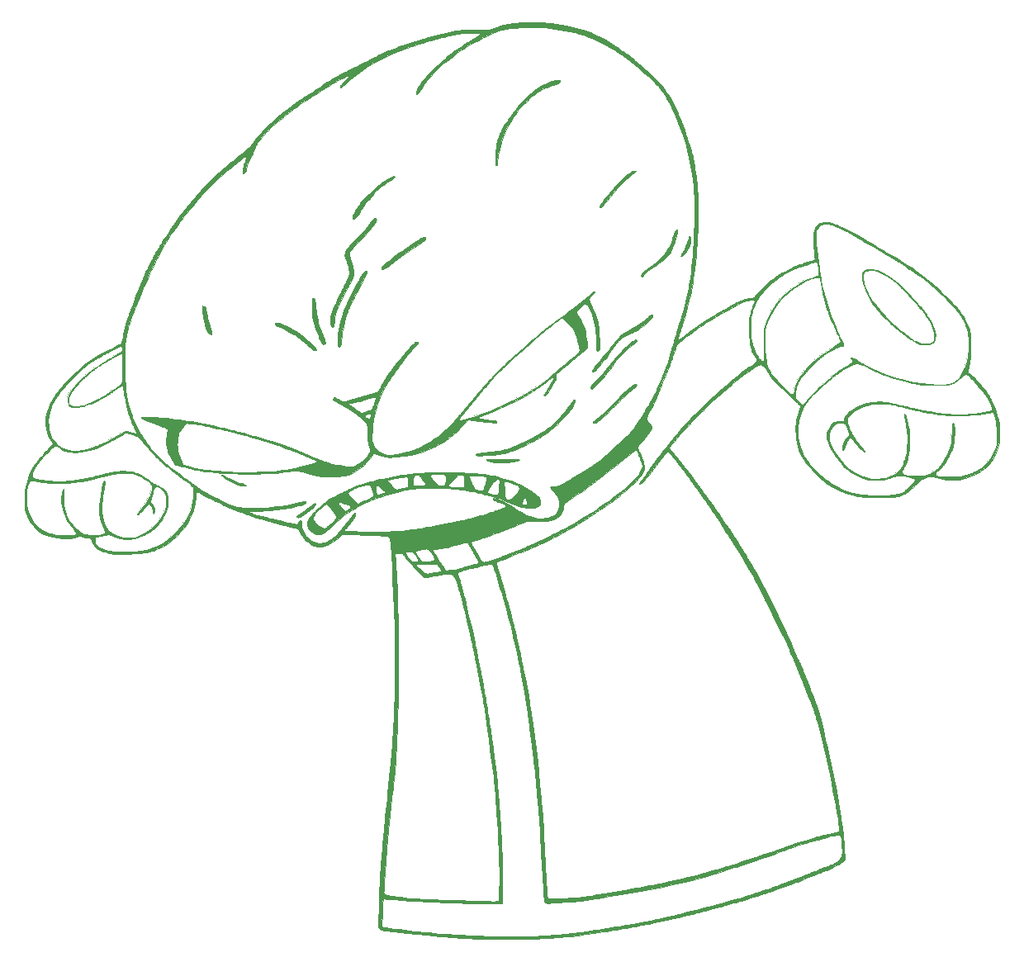
<source format=gbr>
G04 #@! TF.GenerationSoftware,KiCad,Pcbnew,(5.1.2)-1*
G04 #@! TF.CreationDate,2019-06-03T17:34:52+01:00*
G04 #@! TF.ProjectId,Lord Commander,4c6f7264-2043-46f6-9d6d-616e6465722e,rev?*
G04 #@! TF.SameCoordinates,Original*
G04 #@! TF.FileFunction,Legend,Top*
G04 #@! TF.FilePolarity,Positive*
%FSLAX46Y46*%
G04 Gerber Fmt 4.6, Leading zero omitted, Abs format (unit mm)*
G04 Created by KiCad (PCBNEW (5.1.2)-1) date 2019-06-03 17:34:52*
%MOMM*%
%LPD*%
G04 APERTURE LIST*
%ADD10C,0.010000*%
%ADD11C,2.100000*%
%ADD12O,2.100000X2.100000*%
G04 APERTURE END LIST*
D10*
G36*
X2286214Y46977181D02*
G01*
X2516794Y46974963D01*
X2734752Y46971546D01*
X2933982Y46966928D01*
X3108380Y46961110D01*
X3251843Y46954094D01*
X3291417Y46951511D01*
X3554665Y46930498D01*
X3828355Y46904212D01*
X4107022Y46873460D01*
X4385199Y46839054D01*
X4657421Y46801802D01*
X4918222Y46762513D01*
X5162137Y46721997D01*
X5383700Y46681064D01*
X5577445Y46640523D01*
X5737906Y46601182D01*
X5820834Y46576937D01*
X5884530Y46557654D01*
X5981742Y46529568D01*
X6105073Y46494750D01*
X6247125Y46455275D01*
X6400501Y46413214D01*
X6540500Y46375294D01*
X6894918Y46278271D01*
X7213223Y46187415D01*
X7500854Y46100790D01*
X7763247Y46016458D01*
X8005843Y45932484D01*
X8234077Y45846930D01*
X8453389Y45757860D01*
X8669216Y45663338D01*
X8886995Y45561426D01*
X9048750Y45482042D01*
X9384268Y45309893D01*
X9706046Y45135641D01*
X10009630Y44961981D01*
X10290561Y44791609D01*
X10544383Y44627218D01*
X10766638Y44471504D01*
X10935606Y44341323D01*
X11036442Y44259821D01*
X11125556Y44189613D01*
X11211394Y44124499D01*
X11302402Y44058283D01*
X11407027Y43984764D01*
X11533714Y43897746D01*
X11619890Y43839149D01*
X11824501Y43698656D01*
X12000101Y43573965D01*
X12154095Y43459293D01*
X12293889Y43348858D01*
X12426886Y43236875D01*
X12560494Y43117561D01*
X12648722Y43035641D01*
X12761913Y42931500D01*
X12896107Y42811620D01*
X13039181Y42686620D01*
X13179010Y42567117D01*
X13277491Y42484991D01*
X13637810Y42182898D01*
X13977918Y41886063D01*
X14294940Y41597214D01*
X14586007Y41319078D01*
X14848244Y41054384D01*
X15078781Y40805861D01*
X15231744Y40628606D01*
X15573348Y40201415D01*
X15879377Y39783306D01*
X16153708Y39368012D01*
X16400217Y38949262D01*
X16622781Y38520788D01*
X16825277Y38076320D01*
X16858126Y37998378D01*
X16916355Y37859942D01*
X16986171Y37696012D01*
X17061914Y37519756D01*
X17137923Y37344339D01*
X17208538Y37182929D01*
X17214820Y37168667D01*
X17370270Y36801595D01*
X17521000Y36415801D01*
X17668739Y36006355D01*
X17815212Y35568326D01*
X17962148Y35096784D01*
X18075086Y34713334D01*
X18119353Y34562173D01*
X18166018Y34407265D01*
X18211760Y34259328D01*
X18253258Y34129081D01*
X18287190Y34027244D01*
X18291509Y34014834D01*
X18336409Y33884811D01*
X18376622Y33763066D01*
X18413140Y33645136D01*
X18446955Y33526558D01*
X18479060Y33402868D01*
X18510448Y33269603D01*
X18542112Y33122299D01*
X18575043Y32956495D01*
X18610236Y32767726D01*
X18648681Y32551530D01*
X18691373Y32303443D01*
X18739303Y32019001D01*
X18751102Y31948388D01*
X18794877Y31682717D01*
X18833770Y31437915D01*
X18868100Y31209623D01*
X18898185Y30993481D01*
X18924345Y30785131D01*
X18946900Y30580215D01*
X18966169Y30374371D01*
X18982470Y30163243D01*
X18996125Y29942470D01*
X19007450Y29707693D01*
X19016767Y29454554D01*
X19024394Y29178694D01*
X19030650Y28875753D01*
X19035856Y28541372D01*
X19040329Y28171193D01*
X19042387Y27971750D01*
X19045878Y27185366D01*
X19040229Y26435116D01*
X19025133Y25715734D01*
X19000280Y25021953D01*
X18965361Y24348505D01*
X18920068Y23690124D01*
X18864091Y23041543D01*
X18797122Y22397495D01*
X18718852Y21752711D01*
X18646739Y21224759D01*
X18579546Y20777331D01*
X18505783Y20326377D01*
X18426355Y19875948D01*
X18342166Y19430097D01*
X18254120Y18992878D01*
X18163120Y18568343D01*
X18070070Y18160545D01*
X17975876Y17773537D01*
X17881440Y17411372D01*
X17787666Y17078103D01*
X17695459Y16777783D01*
X17605723Y16514463D01*
X17581407Y16448565D01*
X17548025Y16355511D01*
X17507697Y16236060D01*
X17461772Y16094791D01*
X17411595Y15936281D01*
X17358514Y15765110D01*
X17303877Y15585856D01*
X17249031Y15403097D01*
X17195323Y15221412D01*
X17144102Y15045380D01*
X17096713Y14879579D01*
X17054505Y14728587D01*
X17018825Y14596983D01*
X16991021Y14489346D01*
X16972439Y14410254D01*
X16964427Y14364285D01*
X16965180Y14354577D01*
X16991085Y14357987D01*
X17047218Y14388805D01*
X17132336Y14446125D01*
X17245197Y14529042D01*
X17384558Y14636649D01*
X17549178Y14768038D01*
X17695334Y14887286D01*
X17925415Y15073239D01*
X18154495Y15251275D01*
X18389158Y15426115D01*
X18635991Y15602478D01*
X18901578Y15785084D01*
X19192504Y15978655D01*
X19462750Y16154125D01*
X19733153Y16327835D01*
X19973514Y16481613D01*
X20189223Y16618696D01*
X20385668Y16742324D01*
X20568237Y16855734D01*
X20742318Y16962165D01*
X20913301Y17064854D01*
X21086573Y17167039D01*
X21267523Y17271960D01*
X21461539Y17382853D01*
X21674010Y17502958D01*
X21910324Y17635512D01*
X22157304Y17773404D01*
X22483253Y17953066D01*
X22777212Y18110481D01*
X23042363Y18246959D01*
X23281888Y18363809D01*
X23498969Y18462343D01*
X23696789Y18543871D01*
X23878529Y18609703D01*
X24047373Y18661149D01*
X24206503Y18699521D01*
X24359100Y18726128D01*
X24508347Y18742281D01*
X24510568Y18742450D01*
X24604780Y18752059D01*
X24688211Y18765033D01*
X24748114Y18779205D01*
X24764568Y18785689D01*
X24822923Y18828251D01*
X24902703Y18905381D01*
X25002720Y19015858D01*
X25093762Y19124084D01*
X25253585Y19309266D01*
X25442025Y19511354D01*
X25652341Y19723979D01*
X25877789Y19940771D01*
X26111626Y20155361D01*
X26347110Y20361380D01*
X26577499Y20552457D01*
X26744084Y20683038D01*
X26944255Y20827684D01*
X27176819Y20982177D01*
X27434313Y21142091D01*
X27709275Y21303002D01*
X27994241Y21460482D01*
X28281749Y21610108D01*
X28435943Y21686329D01*
X28657095Y21791478D01*
X28866777Y21886520D01*
X29072516Y21974358D01*
X29281839Y22057896D01*
X29502274Y22140038D01*
X29741349Y22223687D01*
X30006592Y22311748D01*
X30300084Y22405413D01*
X30435687Y22449551D01*
X30571507Y22496437D01*
X30696713Y22542145D01*
X30800472Y22582746D01*
X30858731Y22607963D01*
X31036379Y22690754D01*
X31022166Y22907669D01*
X31016044Y22993114D01*
X31006844Y23111190D01*
X30995346Y23252371D01*
X30982332Y23407130D01*
X30968585Y23565942D01*
X30962689Y23632584D01*
X30946302Y23842136D01*
X30933243Y24061859D01*
X30923589Y24285275D01*
X30917415Y24505904D01*
X30914798Y24717267D01*
X30915815Y24912883D01*
X30920541Y25086275D01*
X30929053Y25230963D01*
X30941427Y25340466D01*
X30942513Y25347084D01*
X31001023Y25609996D01*
X31082007Y25840898D01*
X31184737Y26038526D01*
X31308488Y26201613D01*
X31452533Y26328894D01*
X31536010Y26380943D01*
X31701050Y26450503D01*
X31893048Y26496811D01*
X32102933Y26518841D01*
X32321634Y26515566D01*
X32512000Y26491338D01*
X32598689Y26470348D01*
X32707851Y26436496D01*
X32823672Y26394979D01*
X32903584Y26362711D01*
X32999533Y26322061D01*
X33123448Y26270155D01*
X33264074Y26211673D01*
X33410157Y26151297D01*
X33538584Y26098560D01*
X33757479Y26007758D01*
X33950940Y25924411D01*
X34130529Y25843088D01*
X34307807Y25758358D01*
X34494336Y25664790D01*
X34701677Y25556955D01*
X34781122Y25514933D01*
X35194768Y25291030D01*
X35638045Y25042792D01*
X36107456Y24772248D01*
X36599509Y24481424D01*
X37110709Y24172347D01*
X37369750Y24013232D01*
X37528831Y23915938D01*
X37703903Y23810427D01*
X37883338Y23703600D01*
X38055509Y23602362D01*
X38208788Y23513617D01*
X38269334Y23479126D01*
X38558152Y23313432D01*
X38864823Y23133316D01*
X39184614Y22941786D01*
X39512789Y22741851D01*
X39844616Y22536518D01*
X40175360Y22328797D01*
X40500287Y22121696D01*
X40814664Y21918222D01*
X41113755Y21721385D01*
X41392828Y21534193D01*
X41647147Y21359654D01*
X41871980Y21200776D01*
X41990505Y21114404D01*
X42035419Y21079411D01*
X42108380Y21020371D01*
X42205269Y20940757D01*
X42321964Y20844039D01*
X42454344Y20733690D01*
X42598287Y20613181D01*
X42749672Y20485983D01*
X42904379Y20355568D01*
X43058285Y20225408D01*
X43207270Y20098974D01*
X43347212Y19979738D01*
X43473991Y19871171D01*
X43583484Y19776745D01*
X43671572Y19699932D01*
X43709167Y19666660D01*
X43835922Y19550933D01*
X43982586Y19412483D01*
X44145109Y19255469D01*
X44319439Y19084048D01*
X44501523Y18902375D01*
X44687310Y18714608D01*
X44872749Y18524905D01*
X45053788Y18337422D01*
X45226375Y18156316D01*
X45386459Y17985744D01*
X45529987Y17829864D01*
X45652908Y17692831D01*
X45751171Y17578804D01*
X45788706Y17533068D01*
X46017485Y17227564D01*
X46232605Y16900191D01*
X46430016Y16558745D01*
X46605664Y16211020D01*
X46755500Y15864811D01*
X46875472Y15527915D01*
X46930977Y15335250D01*
X46941791Y15291080D01*
X46950783Y15246224D01*
X46958177Y15196197D01*
X46964195Y15136519D01*
X46969061Y15062706D01*
X46972996Y14970275D01*
X46976224Y14854745D01*
X46978967Y14711631D01*
X46981448Y14536452D01*
X46983890Y14324725D01*
X46984624Y14255750D01*
X46986801Y13852952D01*
X46984604Y13480620D01*
X46978102Y13140788D01*
X46967361Y12835490D01*
X46952447Y12566759D01*
X46933428Y12336630D01*
X46916700Y12192000D01*
X46902393Y12097745D01*
X46881115Y11973748D01*
X46854989Y11831615D01*
X46826139Y11682948D01*
X46800886Y11559273D01*
X46774574Y11433447D01*
X46751511Y11322560D01*
X46733010Y11232975D01*
X46720385Y11171054D01*
X46714949Y11143159D01*
X46714834Y11142272D01*
X46730358Y11127361D01*
X46772854Y11091149D01*
X46836205Y11038743D01*
X46914294Y10975248D01*
X46931792Y10961145D01*
X47053344Y10861351D01*
X47164748Y10765056D01*
X47271832Y10666484D01*
X47380423Y10559858D01*
X47496348Y10439404D01*
X47625434Y10299345D01*
X47773510Y10133905D01*
X47823654Y10077159D01*
X47992250Y9885708D01*
X48135620Y9722281D01*
X48256698Y9583291D01*
X48358416Y9465151D01*
X48443705Y9364274D01*
X48515498Y9277073D01*
X48576729Y9199962D01*
X48630329Y9129352D01*
X48679231Y9061658D01*
X48726366Y8993292D01*
X48774669Y8920667D01*
X48796818Y8886792D01*
X48834502Y8828087D01*
X48868741Y8772170D01*
X48902219Y8713740D01*
X48937625Y8647496D01*
X48977644Y8568139D01*
X49024963Y8470368D01*
X49082269Y8348883D01*
X49152248Y8198383D01*
X49218984Y8053917D01*
X49422246Y7586965D01*
X49595664Y7132875D01*
X49738480Y6694210D01*
X49849937Y6273533D01*
X49929277Y5873406D01*
X49975743Y5496392D01*
X49976039Y5492750D01*
X49984842Y5342862D01*
X49989921Y5165321D01*
X49991442Y4970324D01*
X49989570Y4768065D01*
X49984470Y4568738D01*
X49976307Y4382537D01*
X49965245Y4219658D01*
X49953583Y4106334D01*
X49915988Y3880920D01*
X49859272Y3633472D01*
X49786434Y3372381D01*
X49700474Y3106037D01*
X49604394Y2842828D01*
X49501192Y2591144D01*
X49393868Y2359376D01*
X49285424Y2155912D01*
X49215604Y2042584D01*
X49149102Y1952536D01*
X49056910Y1842769D01*
X48945997Y1720497D01*
X48823332Y1592938D01*
X48695883Y1467307D01*
X48570619Y1350819D01*
X48454509Y1250691D01*
X48437503Y1236877D01*
X48097527Y987206D01*
X47727116Y758849D01*
X47334164Y555411D01*
X46926564Y380500D01*
X46512212Y237721D01*
X46099001Y130683D01*
X45952834Y101735D01*
X45652437Y63715D01*
X45322008Y52690D01*
X44963948Y68445D01*
X44580656Y110766D01*
X44174532Y179440D01*
X43747977Y274253D01*
X43603334Y311189D01*
X43467816Y346438D01*
X43362524Y372038D01*
X43276862Y389567D01*
X43200237Y400601D01*
X43122056Y406716D01*
X43031723Y409489D01*
X42936584Y410400D01*
X42768448Y407998D01*
X42629680Y396995D01*
X42507747Y374840D01*
X42390117Y338981D01*
X42264260Y286869D01*
X42213789Y263288D01*
X42112461Y210125D01*
X42008288Y145200D01*
X41896971Y65081D01*
X41774213Y-33662D01*
X41635714Y-154460D01*
X41477177Y-300745D01*
X41325445Y-445762D01*
X41120727Y-641593D01*
X40940704Y-808760D01*
X40781810Y-950115D01*
X40640480Y-1068510D01*
X40513145Y-1166798D01*
X40396239Y-1247832D01*
X40286197Y-1314465D01*
X40179451Y-1369548D01*
X40158039Y-1379496D01*
X39960360Y-1465606D01*
X39783729Y-1532403D01*
X39614008Y-1584111D01*
X39437060Y-1624954D01*
X39238745Y-1659156D01*
X39205379Y-1664106D01*
X39087922Y-1677325D01*
X38933552Y-1688652D01*
X38747647Y-1698089D01*
X38535584Y-1705638D01*
X38302743Y-1711304D01*
X38054500Y-1715087D01*
X37796233Y-1716991D01*
X37533322Y-1717018D01*
X37271142Y-1715171D01*
X37015073Y-1711453D01*
X36770493Y-1705867D01*
X36542779Y-1698414D01*
X36337308Y-1689098D01*
X36159460Y-1677922D01*
X36014612Y-1664888D01*
X35993917Y-1662518D01*
X35707570Y-1623254D01*
X35426954Y-1573551D01*
X35143456Y-1511349D01*
X34848464Y-1434586D01*
X34533367Y-1341201D01*
X34205334Y-1234462D01*
X33756098Y-1070729D01*
X33339878Y-892427D01*
X32948566Y-695053D01*
X32574058Y-474100D01*
X32208247Y-225062D01*
X31843027Y56566D01*
X31760584Y124486D01*
X31607751Y258104D01*
X31435356Y419750D01*
X31249043Y603439D01*
X31054452Y803186D01*
X30857227Y1013006D01*
X30663010Y1226915D01*
X30477444Y1438927D01*
X30306170Y1643058D01*
X30179120Y1801942D01*
X29936282Y2134642D01*
X29726985Y2467721D01*
X29549816Y2805590D01*
X29403364Y3152659D01*
X29286217Y3513338D01*
X29196963Y3892039D01*
X29134189Y4293171D01*
X29096485Y4721146D01*
X29082494Y5178512D01*
X29388555Y5178512D01*
X29391528Y4916165D01*
X29405576Y4651330D01*
X29430121Y4395065D01*
X29464582Y4158431D01*
X29506921Y3958167D01*
X29585296Y3682432D01*
X29680511Y3399865D01*
X29789183Y3118066D01*
X29907929Y2844632D01*
X30033366Y2587161D01*
X30162112Y2353252D01*
X30290784Y2150503D01*
X30345593Y2074334D01*
X30530150Y1835526D01*
X30721417Y1600328D01*
X30914320Y1374436D01*
X31103781Y1163547D01*
X31284724Y973358D01*
X31452071Y809565D01*
X31557585Y714375D01*
X31810740Y504677D01*
X32086033Y293092D01*
X32377144Y83624D01*
X32677750Y-119722D01*
X32981532Y-312940D01*
X33282167Y-492026D01*
X33573334Y-652975D01*
X33848713Y-791781D01*
X34101983Y-904440D01*
X34131250Y-916276D01*
X34412074Y-1016605D01*
X34730556Y-1108837D01*
X35082670Y-1192253D01*
X35464389Y-1266138D01*
X35871686Y-1329775D01*
X36300536Y-1382448D01*
X36746910Y-1423439D01*
X37115750Y-1447437D01*
X37207586Y-1450438D01*
X37332570Y-1451796D01*
X37482842Y-1451663D01*
X37650539Y-1450193D01*
X37827799Y-1447539D01*
X38006760Y-1443853D01*
X38179560Y-1439290D01*
X38338337Y-1434002D01*
X38475229Y-1428142D01*
X38582374Y-1421864D01*
X38629167Y-1417954D01*
X38958048Y-1379857D01*
X39248363Y-1334883D01*
X39503450Y-1282148D01*
X39726650Y-1220772D01*
X39921302Y-1149871D01*
X40090746Y-1068562D01*
X40198740Y-1003262D01*
X40271102Y-949180D01*
X40364054Y-870753D01*
X40471617Y-773894D01*
X40587811Y-664518D01*
X40706657Y-548541D01*
X40822176Y-431878D01*
X40928387Y-320443D01*
X41019313Y-220151D01*
X41088974Y-136917D01*
X41125316Y-86676D01*
X41167093Y-16360D01*
X41197715Y43946D01*
X41211294Y82490D01*
X41211500Y85342D01*
X41197050Y113861D01*
X41152063Y144044D01*
X41074084Y176825D01*
X40960659Y213136D01*
X40809334Y253911D01*
X40692917Y282434D01*
X40441068Y339645D01*
X40221723Y382355D01*
X40027538Y410362D01*
X39851173Y423465D01*
X39685285Y421464D01*
X39522533Y404158D01*
X39355575Y371346D01*
X39177070Y322828D01*
X38979675Y258403D01*
X38909279Y233667D01*
X38644441Y145743D01*
X38395736Y77804D01*
X38150912Y27630D01*
X37897721Y-6998D01*
X37623911Y-28298D01*
X37418840Y-36325D01*
X37199912Y-39898D01*
X37013167Y-37372D01*
X36848772Y-27835D01*
X36696894Y-10373D01*
X36547702Y15928D01*
X36391363Y51983D01*
X36347737Y63223D01*
X36012760Y165969D01*
X35669364Y299130D01*
X35325029Y458470D01*
X34987234Y639754D01*
X34663460Y838745D01*
X34361185Y1051208D01*
X34087890Y1272907D01*
X33899471Y1449698D01*
X33769107Y1589708D01*
X33624323Y1760153D01*
X33470392Y1953996D01*
X33312589Y2164198D01*
X33156189Y2383721D01*
X33006465Y2605528D01*
X32868693Y2822581D01*
X32860291Y2836334D01*
X32781058Y2971529D01*
X32696297Y3125124D01*
X32610037Y3289003D01*
X32526303Y3455048D01*
X32449125Y3615143D01*
X32382528Y3761170D01*
X32330540Y3885014D01*
X32303596Y3958342D01*
X32230844Y4217674D01*
X32186880Y4468100D01*
X32184932Y4499500D01*
X32603889Y4499500D01*
X32621397Y4259666D01*
X32670565Y4012366D01*
X32752091Y3755899D01*
X32866676Y3488560D01*
X33015020Y3208647D01*
X33197821Y2914456D01*
X33415780Y2604285D01*
X33669597Y2276431D01*
X33859580Y2046599D01*
X33936487Y1953553D01*
X34011129Y1859522D01*
X34074990Y1775456D01*
X34119556Y1712303D01*
X34119651Y1712158D01*
X34211026Y1595777D01*
X34338391Y1468925D01*
X34497600Y1334598D01*
X34684510Y1195793D01*
X34894977Y1055506D01*
X35124855Y916733D01*
X35369999Y782471D01*
X35489984Y721445D01*
X35809086Y572460D01*
X36107216Y453919D01*
X36391253Y364389D01*
X36668079Y302434D01*
X36944577Y266622D01*
X37227627Y255518D01*
X37524110Y267689D01*
X37625366Y276500D01*
X37982554Y325242D01*
X38327048Y399843D01*
X38653044Y498426D01*
X38954739Y619116D01*
X39226328Y760036D01*
X39338250Y830266D01*
X39440519Y906184D01*
X39550085Y1000210D01*
X39655442Y1101448D01*
X39745086Y1198997D01*
X39794628Y1262530D01*
X39841407Y1342245D01*
X39897659Y1460073D01*
X39962219Y1613151D01*
X40033922Y1798618D01*
X40111603Y2013611D01*
X40172555Y2190937D01*
X40233395Y2376786D01*
X40284313Y2546418D01*
X40326164Y2706168D01*
X40359805Y2862369D01*
X40386095Y3021356D01*
X40405890Y3189463D01*
X40420047Y3373024D01*
X40429424Y3578375D01*
X40434877Y3811849D01*
X40437265Y4079781D01*
X40437474Y4148667D01*
X40437757Y4325991D01*
X40437338Y4476436D01*
X40435564Y4606434D01*
X40431784Y4722414D01*
X40425345Y4830807D01*
X40415596Y4938043D01*
X40401885Y5050554D01*
X40383559Y5174768D01*
X40359968Y5317116D01*
X40330459Y5484030D01*
X40294380Y5681939D01*
X40266881Y5831417D01*
X40221320Y6085782D01*
X40185576Y6301330D01*
X40159425Y6480368D01*
X40142644Y6625206D01*
X40135007Y6738150D01*
X40136291Y6821508D01*
X40146271Y6877589D01*
X40162424Y6906567D01*
X40210713Y6935533D01*
X40246239Y6942667D01*
X40301999Y6925104D01*
X40356672Y6871540D01*
X40410935Y6780659D01*
X40465461Y6651148D01*
X40520926Y6481691D01*
X40565027Y6321897D01*
X40693402Y5751828D01*
X40783418Y5177946D01*
X40835859Y4593990D01*
X40851595Y4034143D01*
X40840094Y3556266D01*
X40805384Y3111702D01*
X40746918Y2698009D01*
X40664150Y2312746D01*
X40556536Y1953470D01*
X40423529Y1617739D01*
X40264586Y1303112D01*
X40227135Y1238264D01*
X40157147Y1115653D01*
X40109717Y1020923D01*
X40082784Y947520D01*
X40074287Y888887D01*
X40082166Y838469D01*
X40092941Y811426D01*
X40133443Y759254D01*
X40202994Y714447D01*
X40303312Y676728D01*
X40436112Y645817D01*
X40603111Y621437D01*
X40806024Y603308D01*
X41046569Y591152D01*
X41326461Y584691D01*
X41497250Y583464D01*
X41679096Y583299D01*
X41826547Y584502D01*
X41947539Y588156D01*
X42050008Y595345D01*
X42141892Y607153D01*
X42231127Y624664D01*
X42325650Y648963D01*
X42433398Y681132D01*
X42562307Y722257D01*
X42597917Y733787D01*
X42900396Y851427D01*
X43180891Y1001666D01*
X43440700Y1185703D01*
X43681118Y1404737D01*
X43903443Y1659966D01*
X44108971Y1952589D01*
X44298999Y2283805D01*
X44320821Y2326197D01*
X44417921Y2524848D01*
X44515292Y2738552D01*
X44609897Y2959581D01*
X44698702Y3180208D01*
X44778671Y3392707D01*
X44846770Y3589350D01*
X44899962Y3762411D01*
X44928535Y3873339D01*
X44951461Y3999385D01*
X44971788Y4162316D01*
X44989155Y4356740D01*
X45003200Y4577269D01*
X45013560Y4818511D01*
X45019874Y5075076D01*
X45021688Y5259917D01*
X45025461Y5469610D01*
X45035370Y5639831D01*
X45051909Y5773062D01*
X45075573Y5871787D01*
X45106856Y5938488D01*
X45146252Y5975648D01*
X45165685Y5983132D01*
X45230786Y5989942D01*
X45286106Y5973716D01*
X45332147Y5932301D01*
X45369413Y5863541D01*
X45398406Y5765282D01*
X45419630Y5635370D01*
X45433587Y5471649D01*
X45440781Y5271965D01*
X45441715Y5034163D01*
X45438301Y4815417D01*
X45428082Y4512573D01*
X45410942Y4244256D01*
X45385605Y4003035D01*
X45350797Y3781481D01*
X45305243Y3572167D01*
X45247669Y3367662D01*
X45176800Y3160538D01*
X45136062Y3053878D01*
X45006895Y2746686D01*
X44866033Y2449824D01*
X44716007Y2167085D01*
X44559353Y1902260D01*
X44398605Y1659142D01*
X44236295Y1441523D01*
X44074958Y1253196D01*
X43917127Y1097951D01*
X43765336Y979581D01*
X43738541Y962290D01*
X43621936Y879968D01*
X43546363Y803562D01*
X43511088Y732065D01*
X43515380Y664472D01*
X43517613Y658711D01*
X43555053Y607821D01*
X43613702Y565360D01*
X43618354Y563064D01*
X43688607Y541474D01*
X43800790Y523642D01*
X43954665Y509582D01*
X44149994Y499303D01*
X44386541Y492817D01*
X44664067Y490135D01*
X44982336Y491269D01*
X45103718Y492574D01*
X45324124Y495528D01*
X45508529Y498985D01*
X45663262Y503817D01*
X45794655Y510899D01*
X45909038Y521101D01*
X46012741Y535298D01*
X46112095Y554361D01*
X46213430Y579164D01*
X46323077Y610579D01*
X46447365Y649479D01*
X46592627Y696737D01*
X46598417Y698634D01*
X46893771Y798522D01*
X47152870Y893478D01*
X47381061Y986418D01*
X47583687Y1080259D01*
X47766094Y1177918D01*
X47933628Y1282309D01*
X48091633Y1396350D01*
X48245455Y1522957D01*
X48400439Y1665045D01*
X48440042Y1703376D01*
X48668988Y1951763D01*
X48886581Y2237517D01*
X49090032Y2556545D01*
X49276550Y2904757D01*
X49317236Y2989557D01*
X49401133Y3172433D01*
X49469425Y3333540D01*
X49523548Y3480368D01*
X49564940Y3620407D01*
X49595040Y3761149D01*
X49615285Y3910084D01*
X49627112Y4074704D01*
X49631960Y4262498D01*
X49631266Y4480958D01*
X49629093Y4614334D01*
X49621276Y4908335D01*
X49609325Y5171035D01*
X49592307Y5413343D01*
X49569285Y5646169D01*
X49539325Y5880424D01*
X49501494Y6127019D01*
X49497363Y6152043D01*
X49454621Y6386457D01*
X49411186Y6578695D01*
X49367005Y6728911D01*
X49322022Y6837258D01*
X49276184Y6903890D01*
X49229435Y6928960D01*
X49220281Y6929025D01*
X49182727Y6923129D01*
X49115719Y6909945D01*
X49031017Y6891841D01*
X48990250Y6882717D01*
X48797666Y6844207D01*
X48566093Y6806970D01*
X48298866Y6771317D01*
X47999320Y6737561D01*
X47670789Y6706013D01*
X47316606Y6676983D01*
X46940106Y6650784D01*
X46544624Y6627726D01*
X46133494Y6608122D01*
X45984584Y6602058D01*
X45681027Y6591804D01*
X45410892Y6586434D01*
X45165509Y6586315D01*
X44936208Y6591813D01*
X44714318Y6603295D01*
X44491169Y6621128D01*
X44258093Y6645677D01*
X44006418Y6677310D01*
X43917077Y6689467D01*
X43630047Y6729661D01*
X43369153Y6767493D01*
X43128522Y6804101D01*
X42902282Y6840625D01*
X42684561Y6878202D01*
X42469487Y6917972D01*
X42251186Y6961072D01*
X42023787Y7008641D01*
X41781418Y7061819D01*
X41518205Y7121743D01*
X41228277Y7189553D01*
X40905761Y7266386D01*
X40756417Y7302285D01*
X40409773Y7385642D01*
X40101070Y7459465D01*
X39827148Y7524351D01*
X39584845Y7580897D01*
X39371000Y7629698D01*
X39182450Y7671352D01*
X39016035Y7706455D01*
X38868593Y7735603D01*
X38736962Y7759394D01*
X38617981Y7778424D01*
X38508489Y7793288D01*
X38405324Y7804585D01*
X38305324Y7812909D01*
X38205329Y7818859D01*
X38102176Y7823030D01*
X37992704Y7826019D01*
X37979222Y7826322D01*
X37719628Y7829116D01*
X37491015Y7824669D01*
X37282523Y7812169D01*
X37083292Y7790809D01*
X36882461Y7759778D01*
X36748776Y7734609D01*
X36341362Y7632052D01*
X35949477Y7490181D01*
X35573803Y7309326D01*
X35215021Y7089818D01*
X34873811Y6831985D01*
X34856592Y6817562D01*
X34707544Y6683628D01*
X34594676Y6561256D01*
X34515305Y6445223D01*
X34466747Y6330304D01*
X34446320Y6211276D01*
X34451340Y6082915D01*
X34457578Y6040796D01*
X34479023Y5943495D01*
X34513936Y5817839D01*
X34558813Y5674255D01*
X34610150Y5523169D01*
X34664443Y5375009D01*
X34718188Y5240201D01*
X34754272Y5157925D01*
X34849485Y4967690D01*
X34968006Y4756363D01*
X35103824Y4533385D01*
X35250925Y4308199D01*
X35403297Y4090246D01*
X35554928Y3888969D01*
X35591850Y3842567D01*
X35662805Y3757323D01*
X35753289Y3652820D01*
X35853425Y3540250D01*
X35953333Y3430805D01*
X35990228Y3391251D01*
X36099937Y3271405D01*
X36180467Y3175450D01*
X36234327Y3099206D01*
X36264028Y3038495D01*
X36272079Y2989136D01*
X36260991Y2946951D01*
X36259189Y2943454D01*
X36213421Y2898218D01*
X36146809Y2884499D01*
X36068150Y2903591D01*
X36049555Y2912614D01*
X35918427Y2994801D01*
X35774275Y3106764D01*
X35624548Y3241225D01*
X35476691Y3390902D01*
X35338152Y3548518D01*
X35216379Y3706792D01*
X35174490Y3767960D01*
X35092674Y3886558D01*
X35005694Y4002928D01*
X34919005Y4110598D01*
X34838059Y4203100D01*
X34768309Y4273964D01*
X34715208Y4316721D01*
X34708840Y4320406D01*
X34675136Y4329892D01*
X34640278Y4314554D01*
X34604752Y4283617D01*
X34562212Y4230218D01*
X34509730Y4144863D01*
X34451223Y4035599D01*
X34390610Y3910468D01*
X34331811Y3777516D01*
X34278743Y3644788D01*
X34239987Y3534834D01*
X34192726Y3393245D01*
X34153436Y3284988D01*
X34118915Y3202561D01*
X34085960Y3138465D01*
X34051368Y3085198D01*
X34043425Y3074459D01*
X33990561Y3021564D01*
X33937652Y3009211D01*
X33876782Y3036349D01*
X33858515Y3049869D01*
X33799827Y3107816D01*
X33762425Y3176069D01*
X33745899Y3260178D01*
X33749839Y3365696D01*
X33773833Y3498173D01*
X33814020Y3651250D01*
X33872559Y3829326D01*
X33943011Y3992724D01*
X34030475Y4150136D01*
X34140048Y4310257D01*
X34276831Y4481778D01*
X34352633Y4569559D01*
X34413805Y4640627D01*
X34462809Y4700698D01*
X34493787Y4742390D01*
X34501667Y4757288D01*
X34493914Y4786421D01*
X34472473Y4847779D01*
X34440074Y4934567D01*
X34399445Y5039988D01*
X34353315Y5157248D01*
X34304411Y5279551D01*
X34255463Y5400100D01*
X34209198Y5512101D01*
X34168346Y5608757D01*
X34135636Y5683274D01*
X34113795Y5728854D01*
X34107483Y5739040D01*
X34070403Y5767317D01*
X34009914Y5801576D01*
X33965699Y5822554D01*
X33855958Y5854965D01*
X33721933Y5870881D01*
X33578470Y5869964D01*
X33440416Y5851876D01*
X33377063Y5835987D01*
X33219764Y5767158D01*
X33072407Y5661175D01*
X32938887Y5522782D01*
X32823098Y5356725D01*
X32728933Y5167748D01*
X32661051Y4963584D01*
X32617340Y4733571D01*
X32603889Y4499500D01*
X32184932Y4499500D01*
X32172252Y4703782D01*
X32187504Y4918882D01*
X32205168Y5011284D01*
X32247834Y5143452D01*
X32315363Y5294178D01*
X32401567Y5453251D01*
X32500257Y5610456D01*
X32605245Y5755580D01*
X32710342Y5878409D01*
X32760530Y5927844D01*
X32881123Y6025059D01*
X33007485Y6098291D01*
X33146392Y6149403D01*
X33304621Y6180259D01*
X33488947Y6192722D01*
X33706146Y6188656D01*
X33708541Y6188536D01*
X33993667Y6174227D01*
X33993667Y6336877D01*
X33998880Y6444330D01*
X34017105Y6538714D01*
X34052221Y6626463D01*
X34108107Y6714015D01*
X34188642Y6807806D01*
X34297706Y6914272D01*
X34393300Y6999960D01*
X34564438Y7138654D01*
X34766841Y7284028D01*
X34991222Y7430618D01*
X35228294Y7572960D01*
X35468768Y7705589D01*
X35703356Y7823041D01*
X35922770Y7919852D01*
X36021827Y7958062D01*
X36192060Y8010430D01*
X36396965Y8057333D01*
X36629119Y8097779D01*
X36881097Y8130773D01*
X37145475Y8155323D01*
X37414830Y8170437D01*
X37644917Y8175131D01*
X37747365Y8175079D01*
X37843697Y8174008D01*
X37936591Y8171418D01*
X38028722Y8166809D01*
X38122769Y8159680D01*
X38221408Y8149531D01*
X38327316Y8135862D01*
X38443171Y8118173D01*
X38571649Y8095964D01*
X38715428Y8068734D01*
X38877184Y8035983D01*
X39059595Y7997210D01*
X39265338Y7951916D01*
X39497090Y7899601D01*
X39757528Y7839763D01*
X40049329Y7771904D01*
X40375170Y7695522D01*
X40737728Y7610117D01*
X40999834Y7548233D01*
X41685092Y7394399D01*
X42362378Y7258275D01*
X43025084Y7141013D01*
X43666603Y7043763D01*
X44280326Y6967678D01*
X44407667Y6954231D01*
X44907904Y6913263D01*
X45420736Y6890620D01*
X45939500Y6885931D01*
X46457533Y6898825D01*
X46968172Y6928931D01*
X47464754Y6975879D01*
X47940615Y7039299D01*
X48389093Y7118818D01*
X48726323Y7194433D01*
X48866973Y7230475D01*
X48971250Y7260487D01*
X49044271Y7286846D01*
X49091152Y7311929D01*
X49117010Y7338110D01*
X49126964Y7367768D01*
X49127639Y7380795D01*
X49117092Y7442339D01*
X49087638Y7534278D01*
X49042123Y7650691D01*
X48983393Y7785654D01*
X48914293Y7933246D01*
X48837669Y8087545D01*
X48756367Y8242628D01*
X48673232Y8392574D01*
X48591111Y8531461D01*
X48524492Y8636000D01*
X48420726Y8784153D01*
X48290825Y8956695D01*
X48139073Y9148570D01*
X47969754Y9354724D01*
X47787149Y9570103D01*
X47595544Y9789653D01*
X47399219Y10008319D01*
X47202460Y10221046D01*
X47015662Y10416503D01*
X46883316Y10551219D01*
X46775928Y10657163D01*
X46690108Y10737005D01*
X46622468Y10793415D01*
X46569618Y10829062D01*
X46528168Y10846615D01*
X46494729Y10848744D01*
X46474599Y10842635D01*
X46422611Y10810719D01*
X46344965Y10751646D01*
X46245480Y10668645D01*
X46127973Y10564944D01*
X45996264Y10443771D01*
X45939982Y10390679D01*
X45728899Y10204456D01*
X45522744Y10053766D01*
X45312989Y9934003D01*
X45091107Y9840561D01*
X44848572Y9768834D01*
X44745729Y9745582D01*
X44655884Y9732238D01*
X44528910Y9721288D01*
X44369942Y9712691D01*
X44184115Y9706406D01*
X43976564Y9702389D01*
X43752423Y9700600D01*
X43516827Y9700997D01*
X43274910Y9703539D01*
X43031808Y9708183D01*
X42792654Y9714888D01*
X42562585Y9723612D01*
X42346733Y9734314D01*
X42150235Y9746951D01*
X41978224Y9761483D01*
X41910459Y9768598D01*
X41578405Y9813222D01*
X41216152Y9874849D01*
X40831395Y9951610D01*
X40431829Y10041641D01*
X40025151Y10143072D01*
X39619056Y10254039D01*
X39221240Y10372673D01*
X38839400Y10497108D01*
X38683648Y10551361D01*
X38477575Y10625737D01*
X38282756Y10698566D01*
X38093537Y10772277D01*
X37904266Y10849300D01*
X37709291Y10932065D01*
X37502959Y11023002D01*
X37279619Y11124541D01*
X37033618Y11239113D01*
X36759303Y11369146D01*
X36565417Y11462015D01*
X36332080Y11573685D01*
X36132649Y11667560D01*
X35963117Y11744683D01*
X35819478Y11806093D01*
X35697724Y11852831D01*
X35593851Y11885938D01*
X35503850Y11906455D01*
X35423716Y11915423D01*
X35349441Y11913882D01*
X35277019Y11902873D01*
X35202443Y11883437D01*
X35121708Y11856614D01*
X35090092Y11845252D01*
X34739879Y11704631D01*
X34386857Y11536011D01*
X34028685Y11337870D01*
X33663019Y11108684D01*
X33287518Y10846930D01*
X32899839Y10551086D01*
X32497639Y10219629D01*
X32226250Y9983419D01*
X32129874Y9896325D01*
X32011826Y9787130D01*
X31876519Y9660115D01*
X31728364Y9519561D01*
X31571772Y9369748D01*
X31411158Y9214956D01*
X31250932Y9059467D01*
X31095506Y8907559D01*
X30949293Y8763515D01*
X30816705Y8631614D01*
X30702154Y8516137D01*
X30610052Y8421364D01*
X30548985Y8356192D01*
X30426089Y8218860D01*
X30327056Y8102542D01*
X30245725Y7998410D01*
X30175934Y7897636D01*
X30111521Y7791393D01*
X30046323Y7670851D01*
X29983397Y7545917D01*
X29795454Y7125627D01*
X29643253Y6697594D01*
X29524681Y6254733D01*
X29437623Y5789957D01*
X29418157Y5651500D01*
X29397238Y5427310D01*
X29388555Y5178512D01*
X29082494Y5178512D01*
X29082437Y5180374D01*
X29082279Y5228167D01*
X29085926Y5497753D01*
X29098519Y5742719D01*
X29121690Y5973171D01*
X29157073Y6199218D01*
X29206301Y6430966D01*
X29271007Y6678522D01*
X29352825Y6951992D01*
X29369231Y7003920D01*
X29409380Y7133931D01*
X29446620Y7261510D01*
X29478167Y7376595D01*
X29501240Y7469122D01*
X29511314Y7517696D01*
X29536283Y7663302D01*
X29336100Y7866020D01*
X29273560Y7928054D01*
X29185017Y8014024D01*
X29075536Y8119109D01*
X28950178Y8238485D01*
X28814005Y8367330D01*
X28730671Y8445714D01*
X29119632Y8445714D01*
X29315925Y8260399D01*
X29442713Y8143863D01*
X29554830Y8047128D01*
X29649015Y7972714D01*
X29722010Y7923138D01*
X29770553Y7900920D01*
X29782147Y7900212D01*
X29805538Y7916999D01*
X29852280Y7960706D01*
X29917661Y8026556D01*
X29996969Y8109773D01*
X30085494Y8205581D01*
X30110230Y8232838D01*
X30537129Y8694284D01*
X30973800Y9145497D01*
X31414589Y9581025D01*
X31853841Y9995415D01*
X32285900Y10383215D01*
X32705111Y10738972D01*
X32733988Y10762665D01*
X32942045Y10929513D01*
X33161289Y11099030D01*
X33385877Y11267077D01*
X33609968Y11429514D01*
X33827720Y11582198D01*
X34033291Y11720991D01*
X34220841Y11841752D01*
X34384526Y11940341D01*
X34438167Y11970532D01*
X34583249Y12051454D01*
X34693161Y12116912D01*
X34770487Y12170592D01*
X34817809Y12216184D01*
X34837710Y12257377D01*
X34832774Y12297857D01*
X34805582Y12341314D01*
X34758719Y12391436D01*
X34743337Y12406295D01*
X34662204Y12495492D01*
X34620010Y12570657D01*
X34616834Y12631275D01*
X34652750Y12676830D01*
X34699635Y12698972D01*
X34749367Y12709564D01*
X34803077Y12705280D01*
X34876532Y12684510D01*
X34891803Y12679332D01*
X35010198Y12631634D01*
X35154621Y12561990D01*
X35317623Y12474366D01*
X35491758Y12372730D01*
X35634084Y12283992D01*
X35755508Y12207023D01*
X35869466Y12137169D01*
X35982606Y12070783D01*
X36101577Y12004220D01*
X36233029Y11933836D01*
X36383609Y11855985D01*
X36559966Y11767022D01*
X36743225Y11675926D01*
X37258976Y11427998D01*
X37751911Y11206656D01*
X38229813Y11009231D01*
X38700463Y10833054D01*
X39171643Y10675453D01*
X39651134Y10533759D01*
X40146718Y10405303D01*
X40666176Y10287414D01*
X40974243Y10224257D01*
X41131457Y10193677D01*
X41274746Y10167170D01*
X41411052Y10143765D01*
X41547315Y10122489D01*
X41690476Y10102373D01*
X41847476Y10082444D01*
X42025257Y10061733D01*
X42230758Y10039267D01*
X42470921Y10014075D01*
X42492084Y10011888D01*
X42776954Y9983095D01*
X43024455Y9959535D01*
X43239189Y9940922D01*
X43425757Y9926967D01*
X43588760Y9917380D01*
X43732802Y9911875D01*
X43862484Y9910162D01*
X43982408Y9911953D01*
X44047834Y9914416D01*
X44390848Y9941154D01*
X44698580Y9989183D01*
X44973022Y10059733D01*
X45216171Y10154036D01*
X45430023Y10273323D01*
X45616571Y10418825D01*
X45777812Y10591773D01*
X45915741Y10793397D01*
X46032352Y11024930D01*
X46091768Y11175523D01*
X46126304Y11262566D01*
X46173835Y11370703D01*
X46227118Y11483846D01*
X46262490Y11554566D01*
X46365249Y11777191D01*
X46456071Y12024137D01*
X46536172Y12299639D01*
X46606766Y12607934D01*
X46669066Y12953258D01*
X46675879Y12996334D01*
X46689678Y13089102D01*
X46700598Y13175130D01*
X46708975Y13261195D01*
X46715143Y13354071D01*
X46719436Y13460534D01*
X46722189Y13587361D01*
X46723736Y13741325D01*
X46724413Y13929204D01*
X46724483Y13980584D01*
X46723992Y14207220D01*
X46721508Y14398940D01*
X46716312Y14563145D01*
X46707682Y14707232D01*
X46694898Y14838601D01*
X46677237Y14964651D01*
X46653979Y15092781D01*
X46624403Y15230390D01*
X46587788Y15384876D01*
X46587522Y15385964D01*
X46483031Y15742383D01*
X46343655Y16096841D01*
X46168209Y16451432D01*
X45955507Y16808257D01*
X45704360Y17169412D01*
X45413583Y17536995D01*
X45287261Y17684750D01*
X45175427Y17809883D01*
X45038095Y17958591D01*
X44880579Y18125418D01*
X44708193Y18304909D01*
X44526251Y18491610D01*
X44340068Y18680065D01*
X44154958Y18864819D01*
X43976234Y19040418D01*
X43816844Y19194131D01*
X43531462Y19464201D01*
X43269841Y19706788D01*
X43027198Y19925666D01*
X42798750Y20124614D01*
X42579711Y20307408D01*
X42365299Y20477825D01*
X42150730Y20639642D01*
X41931219Y20796636D01*
X41701984Y20952583D01*
X41458239Y21111260D01*
X41195202Y21276445D01*
X41122833Y21321065D01*
X40991538Y21404067D01*
X40844903Y21500526D01*
X40699014Y21599649D01*
X40569953Y21690643D01*
X40544750Y21708987D01*
X40251292Y21919284D01*
X39939641Y22132897D01*
X39605593Y22352543D01*
X39244942Y22580936D01*
X38853486Y22820791D01*
X38459834Y23055502D01*
X38323369Y23135961D01*
X38161260Y23231589D01*
X37984305Y23336014D01*
X37803300Y23442864D01*
X37629044Y23545765D01*
X37520940Y23609625D01*
X37360116Y23703739D01*
X37187484Y23803192D01*
X37013209Y23902235D01*
X36847456Y23995119D01*
X36700389Y24076096D01*
X36610774Y24124333D01*
X36498667Y24185204D01*
X36357989Y24263745D01*
X36196322Y24355599D01*
X36021248Y24456410D01*
X35840348Y24561823D01*
X35661204Y24667480D01*
X35549417Y24734151D01*
X35316495Y24873469D01*
X35114366Y24993607D01*
X34937734Y25097514D01*
X34781302Y25188139D01*
X34639774Y25268432D01*
X34507855Y25341342D01*
X34380248Y25409818D01*
X34251657Y25476810D01*
X34116786Y25545267D01*
X33970339Y25618137D01*
X33898417Y25653564D01*
X33598340Y25797445D01*
X33326259Y25920105D01*
X33075364Y26024423D01*
X32838846Y26113275D01*
X32691917Y26163339D01*
X32464557Y26219509D01*
X32243390Y26238411D01*
X32032473Y26220403D01*
X31835860Y26165845D01*
X31657610Y26075097D01*
X31651515Y26071113D01*
X31518818Y25968986D01*
X31403267Y25851745D01*
X31319811Y25736355D01*
X31285724Y25672343D01*
X31257241Y25604180D01*
X31234425Y25528928D01*
X31217337Y25443651D01*
X31206038Y25345412D01*
X31200590Y25231276D01*
X31201053Y25098307D01*
X31207489Y24943566D01*
X31219960Y24764119D01*
X31238525Y24557029D01*
X31263248Y24319360D01*
X31294188Y24048174D01*
X31331408Y23740537D01*
X31367461Y23452667D01*
X31419481Y23043400D01*
X31466970Y22673025D01*
X31510395Y22338395D01*
X31550218Y22036363D01*
X31586906Y21763783D01*
X31620922Y21517510D01*
X31652731Y21294396D01*
X31682799Y21091295D01*
X31711589Y20905061D01*
X31739567Y20732547D01*
X31767196Y20570608D01*
X31794942Y20416096D01*
X31823270Y20265866D01*
X31852643Y20116771D01*
X31879749Y19983898D01*
X32074661Y19142027D01*
X32309933Y18303520D01*
X32583666Y17474283D01*
X32893961Y16660220D01*
X33115439Y16139584D01*
X33164687Y16027171D01*
X33212220Y15916228D01*
X33253068Y15818512D01*
X33282260Y15745784D01*
X33285454Y15737417D01*
X33325993Y15634908D01*
X33381461Y15501708D01*
X33448553Y15345333D01*
X33523965Y15173297D01*
X33604392Y14993117D01*
X33686530Y14812306D01*
X33767075Y14638380D01*
X33792466Y14584359D01*
X33887638Y14378622D01*
X33962627Y14206806D01*
X34018284Y14066092D01*
X34055462Y13953663D01*
X34075013Y13866703D01*
X34077789Y13802393D01*
X34064640Y13757917D01*
X34048217Y13738523D01*
X34003457Y13723997D01*
X33921571Y13724849D01*
X33892615Y13727726D01*
X33836251Y13732735D01*
X33788478Y13731571D01*
X33738865Y13721712D01*
X33676979Y13700637D01*
X33592387Y13665826D01*
X33536440Y13641667D01*
X33063784Y13416038D01*
X32594477Y13152668D01*
X32133083Y12855394D01*
X31684168Y12528053D01*
X31252297Y12174485D01*
X30842035Y11798526D01*
X30457946Y11404014D01*
X30104597Y10994788D01*
X29786552Y10574685D01*
X29651017Y10375262D01*
X29511558Y10150395D01*
X29398807Y9939425D01*
X29309929Y9733362D01*
X29242088Y9523217D01*
X29192450Y9300000D01*
X29158179Y9054724D01*
X29136442Y8778398D01*
X29134234Y8736649D01*
X29119632Y8445714D01*
X28730671Y8445714D01*
X28672082Y8500822D01*
X28543250Y8621292D01*
X28254601Y8890948D01*
X27995246Y9134593D01*
X27763030Y9354556D01*
X27555800Y9553168D01*
X27371401Y9732759D01*
X27207680Y9895657D01*
X27062484Y10044192D01*
X26933657Y10180695D01*
X26819047Y10307494D01*
X26716499Y10426920D01*
X26623860Y10541301D01*
X26538975Y10652969D01*
X26459692Y10764252D01*
X26383855Y10877480D01*
X26309312Y10994983D01*
X26233907Y11119090D01*
X26233849Y11119189D01*
X26168112Y11227265D01*
X26101340Y11333594D01*
X26040406Y11427448D01*
X25992182Y11498098D01*
X25982995Y11510772D01*
X25898778Y11613788D01*
X25803142Y11712952D01*
X25704997Y11800291D01*
X25613250Y11867833D01*
X25541648Y11905823D01*
X25448132Y11941537D01*
X25312941Y11873373D01*
X25217019Y11821409D01*
X25090821Y11747325D01*
X24938447Y11653710D01*
X24763996Y11543151D01*
X24571569Y11418236D01*
X24365265Y11281553D01*
X24214667Y11180174D01*
X23995607Y11030863D01*
X23803956Y10897849D01*
X23632844Y10775779D01*
X23475404Y10659297D01*
X23324769Y10543049D01*
X23174069Y10421680D01*
X23016439Y10289835D01*
X22845009Y10142160D01*
X22652913Y9973301D01*
X22553084Y9884695D01*
X22426334Y9772862D01*
X22285326Y9649982D01*
X22141978Y9526341D01*
X22008208Y9412231D01*
X21912792Y9331960D01*
X21786675Y9226835D01*
X21642625Y9106789D01*
X21495240Y8983985D01*
X21359120Y8870589D01*
X21307420Y8827528D01*
X21178408Y8719040D01*
X21052222Y8610584D01*
X20925715Y8499182D01*
X20795737Y8381859D01*
X20659141Y8255636D01*
X20512778Y8117536D01*
X20353499Y7964581D01*
X20178158Y7793795D01*
X19983604Y7602200D01*
X19766691Y7386818D01*
X19524269Y7144673D01*
X19462319Y7082622D01*
X18948808Y6563340D01*
X18469146Y6068548D01*
X18022950Y5597827D01*
X17609839Y5150759D01*
X17229432Y4726926D01*
X16881346Y4325908D01*
X16565201Y3947287D01*
X16292086Y3605379D01*
X16225923Y3519288D01*
X16170343Y3444658D01*
X16130040Y3387969D01*
X16109706Y3355703D01*
X16108175Y3351379D01*
X16121813Y3330052D01*
X16158942Y3283942D01*
X16214288Y3219322D01*
X16282572Y3142465D01*
X16301038Y3122084D01*
X16482338Y2919607D01*
X16639723Y2736519D01*
X16780612Y2563740D01*
X16912424Y2392193D01*
X17031991Y2227743D01*
X17091917Y2145577D01*
X17174163Y2036111D01*
X17274397Y1904941D01*
X17388289Y1757661D01*
X17511510Y1599866D01*
X17639731Y1437149D01*
X17768620Y1275106D01*
X17789148Y1249449D01*
X17930635Y1072603D01*
X18054946Y916705D01*
X18165720Y776949D01*
X18266598Y648530D01*
X18361220Y526640D01*
X18453226Y406475D01*
X18546257Y283228D01*
X18643953Y152092D01*
X18749954Y8263D01*
X18867901Y-153066D01*
X19001433Y-336701D01*
X19154192Y-547449D01*
X19240553Y-666750D01*
X19374974Y-852104D01*
X19520034Y-1051441D01*
X19669795Y-1256650D01*
X19818322Y-1459617D01*
X19959679Y-1652231D01*
X20087930Y-1826378D01*
X20193093Y-1968500D01*
X20308455Y-2125359D01*
X20428577Y-2291293D01*
X20547616Y-2458049D01*
X20659728Y-2617371D01*
X20759069Y-2761004D01*
X20839795Y-2880693D01*
X20852406Y-2899833D01*
X20927129Y-3012056D01*
X21021193Y-3150624D01*
X21129106Y-3307602D01*
X21245373Y-3475052D01*
X21364502Y-3645038D01*
X21480998Y-3809622D01*
X21519014Y-3862916D01*
X21707043Y-4126781D01*
X21877543Y-4368125D01*
X22034031Y-4592324D01*
X22180022Y-4804750D01*
X22319032Y-5010779D01*
X22454579Y-5215784D01*
X22590178Y-5425139D01*
X22729345Y-5644219D01*
X22875598Y-5878397D01*
X23032451Y-6133048D01*
X23203421Y-6413545D01*
X23392026Y-6725262D01*
X23394085Y-6728675D01*
X23508142Y-6917371D01*
X23622711Y-7106290D01*
X23734479Y-7290015D01*
X23840137Y-7463128D01*
X23936374Y-7620212D01*
X24019878Y-7755849D01*
X24087340Y-7864622D01*
X24124959Y-7924592D01*
X24309482Y-8219006D01*
X24481019Y-8498635D01*
X24644194Y-8771496D01*
X24803627Y-9045609D01*
X24963942Y-9328990D01*
X25129759Y-9629659D01*
X25305701Y-9955633D01*
X25425713Y-10181166D01*
X25696460Y-10695548D01*
X25965961Y-11213782D01*
X26232815Y-11732976D01*
X26495622Y-12250235D01*
X26752982Y-12762664D01*
X27003494Y-13267371D01*
X27245757Y-13761460D01*
X27478372Y-14242037D01*
X27699938Y-14706208D01*
X27909054Y-15151080D01*
X28104320Y-15573757D01*
X28284336Y-15971347D01*
X28447701Y-16340954D01*
X28593015Y-16679685D01*
X28718877Y-16984645D01*
X28724401Y-16998371D01*
X28860088Y-17329781D01*
X28989503Y-17632218D01*
X29117896Y-17917444D01*
X29250520Y-18197221D01*
X29347310Y-18393373D01*
X29410978Y-18522782D01*
X29473209Y-18653352D01*
X29529360Y-18775044D01*
X29574788Y-18877819D01*
X29601849Y-18943706D01*
X29623281Y-18998270D01*
X29658937Y-19087558D01*
X29707016Y-19207114D01*
X29765714Y-19352479D01*
X29833226Y-19519196D01*
X29907751Y-19702809D01*
X29987485Y-19898861D01*
X30070624Y-20102893D01*
X30098751Y-20171833D01*
X30284027Y-20627649D01*
X30453418Y-21048844D01*
X30608230Y-21439485D01*
X30749771Y-21803635D01*
X30879348Y-22145361D01*
X30998266Y-22468728D01*
X31107832Y-22777800D01*
X31209354Y-23076643D01*
X31304137Y-23369322D01*
X31393489Y-23659902D01*
X31478716Y-23952448D01*
X31561125Y-24251027D01*
X31642022Y-24559702D01*
X31722714Y-24882539D01*
X31804508Y-25223603D01*
X31888710Y-25586959D01*
X31976627Y-25976674D01*
X32003737Y-26098500D01*
X32043182Y-26274024D01*
X32085394Y-26457995D01*
X32127891Y-26639865D01*
X32168193Y-26809090D01*
X32203819Y-26955121D01*
X32225293Y-27040416D01*
X32529889Y-28269916D01*
X32807043Y-29478274D01*
X33056415Y-30663759D01*
X33277664Y-31824639D01*
X33470452Y-32959182D01*
X33634438Y-34065656D01*
X33697485Y-34544000D01*
X33718986Y-34706597D01*
X33742554Y-34872600D01*
X33766617Y-35031756D01*
X33789603Y-35173813D01*
X33809941Y-35288519D01*
X33817539Y-35327166D01*
X33840733Y-35442755D01*
X33861322Y-35552581D01*
X33879726Y-35660832D01*
X33896363Y-35771697D01*
X33911654Y-35889365D01*
X33926016Y-36018023D01*
X33939870Y-36161862D01*
X33953633Y-36325068D01*
X33967726Y-36511832D01*
X33982567Y-36726342D01*
X33998575Y-36972786D01*
X34016170Y-37255353D01*
X34025087Y-37401500D01*
X34037378Y-37601426D01*
X34049725Y-37797660D01*
X34061720Y-37984039D01*
X34072955Y-38154397D01*
X34083023Y-38302573D01*
X34091515Y-38422402D01*
X34098023Y-38507720D01*
X34099327Y-38523333D01*
X34107730Y-38624987D01*
X34114561Y-38714845D01*
X34119049Y-38782294D01*
X34120448Y-38814314D01*
X34100598Y-38877790D01*
X34041099Y-38953051D01*
X33942819Y-39039616D01*
X33806628Y-39137003D01*
X33633393Y-39244731D01*
X33423983Y-39362319D01*
X33179266Y-39489285D01*
X32900111Y-39625148D01*
X32587386Y-39769427D01*
X32241960Y-39921640D01*
X31864702Y-40081306D01*
X31744781Y-40130861D01*
X31616318Y-40183237D01*
X31460796Y-40245931D01*
X31282077Y-40317434D01*
X31084027Y-40396238D01*
X30870507Y-40480831D01*
X30645383Y-40569706D01*
X30412517Y-40661351D01*
X30175773Y-40754257D01*
X29939015Y-40846916D01*
X29706105Y-40937816D01*
X29480909Y-41025449D01*
X29267289Y-41108305D01*
X29069109Y-41184875D01*
X28890232Y-41253648D01*
X28734522Y-41313115D01*
X28605843Y-41361767D01*
X28508058Y-41398094D01*
X28445031Y-41420587D01*
X28437417Y-41423135D01*
X28328459Y-41459523D01*
X28182113Y-41509360D01*
X28000835Y-41571786D01*
X27787080Y-41645946D01*
X27543303Y-41730983D01*
X27271959Y-41826040D01*
X26975505Y-41930259D01*
X26656395Y-42042783D01*
X26317085Y-42162756D01*
X26236084Y-42191442D01*
X25873047Y-42318370D01*
X25503116Y-42444543D01*
X25132921Y-42567833D01*
X24769091Y-42686110D01*
X24418255Y-42797246D01*
X24087044Y-42899112D01*
X23782087Y-42989579D01*
X23516167Y-43064830D01*
X23323792Y-43117900D01*
X23130890Y-43171660D01*
X22930785Y-43228006D01*
X22716802Y-43288836D01*
X22482267Y-43356047D01*
X22220504Y-43431537D01*
X21924902Y-43517185D01*
X21791789Y-43555097D01*
X21627124Y-43600838D01*
X21440394Y-43651843D01*
X21241083Y-43705542D01*
X21038679Y-43759371D01*
X20842665Y-43810761D01*
X20781902Y-43826513D01*
X20576345Y-43879943D01*
X20342610Y-43941212D01*
X20093348Y-44006971D01*
X19841208Y-44073872D01*
X19598841Y-44138564D01*
X19378898Y-44197699D01*
X19335750Y-44209366D01*
X19142213Y-44261191D01*
X18941088Y-44314019D01*
X18741103Y-44365630D01*
X18550988Y-44413802D01*
X18379473Y-44456314D01*
X18235287Y-44490943D01*
X18171584Y-44505646D01*
X18052832Y-44532729D01*
X17900593Y-44567815D01*
X17722559Y-44609111D01*
X17526429Y-44654824D01*
X17319895Y-44703160D01*
X17110655Y-44752324D01*
X16906403Y-44800524D01*
X16901584Y-44801664D01*
X16573107Y-44878655D01*
X16210892Y-44962241D01*
X15822705Y-45050672D01*
X15416308Y-45142196D01*
X14999467Y-45235061D01*
X14579947Y-45327516D01*
X14287500Y-45391346D01*
X14199348Y-45409423D01*
X14072530Y-45433834D01*
X13910153Y-45464043D01*
X13715324Y-45499513D01*
X13491149Y-45539710D01*
X13240735Y-45584096D01*
X12967189Y-45632136D01*
X12673616Y-45683294D01*
X12363124Y-45737034D01*
X12038820Y-45792820D01*
X11703810Y-45850117D01*
X11361200Y-45908387D01*
X11014097Y-45967097D01*
X10665608Y-46025708D01*
X10318840Y-46083687D01*
X9976899Y-46140496D01*
X9642892Y-46195599D01*
X9319924Y-46248462D01*
X9302750Y-46251260D01*
X8427881Y-46388476D01*
X7579886Y-46510523D01*
X6746779Y-46619018D01*
X5916571Y-46715577D01*
X5640917Y-46745127D01*
X5315162Y-46778659D01*
X5008159Y-46808726D01*
X4715268Y-46835575D01*
X4431849Y-46859452D01*
X4153263Y-46880602D01*
X3874871Y-46899271D01*
X3592033Y-46915706D01*
X3300109Y-46930153D01*
X2994461Y-46942857D01*
X2670449Y-46954064D01*
X2323433Y-46964020D01*
X1948774Y-46972972D01*
X1541833Y-46981165D01*
X1097970Y-46988845D01*
X1020253Y-46990090D01*
X688344Y-46995165D01*
X387826Y-46999295D01*
X111934Y-47002476D01*
X-146098Y-47004706D01*
X-393035Y-47005982D01*
X-635642Y-47006299D01*
X-880684Y-47005656D01*
X-1134927Y-47004049D01*
X-1405135Y-47001474D01*
X-1698074Y-46997929D01*
X-2020510Y-46993411D01*
X-2339963Y-46988534D01*
X-2705829Y-46982351D01*
X-3043391Y-46975605D01*
X-3358601Y-46968012D01*
X-3657412Y-46959286D01*
X-3945775Y-46949142D01*
X-4229645Y-46937295D01*
X-4514973Y-46923458D01*
X-4807712Y-46907348D01*
X-5113814Y-46888678D01*
X-5439233Y-46867162D01*
X-5789920Y-46842517D01*
X-6171829Y-46814455D01*
X-6519333Y-46788171D01*
X-6698625Y-46774408D01*
X-6864280Y-46761513D01*
X-7019833Y-46749144D01*
X-7168820Y-46736960D01*
X-7314774Y-46724620D01*
X-7461232Y-46711784D01*
X-7611727Y-46698110D01*
X-7769794Y-46683258D01*
X-7938969Y-46666886D01*
X-8122786Y-46648653D01*
X-8324780Y-46628218D01*
X-8548486Y-46605241D01*
X-8797438Y-46579380D01*
X-9075172Y-46550295D01*
X-9385223Y-46517644D01*
X-9731124Y-46481086D01*
X-10022416Y-46450241D01*
X-10480951Y-46401758D01*
X-10903089Y-46357326D01*
X-11288220Y-46317007D01*
X-11635735Y-46280865D01*
X-11945022Y-46248962D01*
X-12215472Y-46221360D01*
X-12446475Y-46198121D01*
X-12637420Y-46179309D01*
X-12787698Y-46164986D01*
X-12896697Y-46155214D01*
X-12922250Y-46153099D01*
X-13137002Y-46128111D01*
X-13313142Y-46090235D01*
X-13452675Y-46038522D01*
X-13557604Y-45972021D01*
X-13629934Y-45889782D01*
X-13669598Y-45798717D01*
X-13673560Y-45761500D01*
X-13676310Y-45685761D01*
X-13677907Y-45575293D01*
X-13678411Y-45433888D01*
X-13678358Y-45416943D01*
X-13343799Y-45416943D01*
X-13342199Y-45546868D01*
X-13337475Y-45647845D01*
X-13329580Y-45715328D01*
X-13319536Y-45743859D01*
X-13292695Y-45753285D01*
X-13228749Y-45767601D01*
X-13132535Y-45785952D01*
X-13008890Y-45807481D01*
X-12862651Y-45831332D01*
X-12698654Y-45856647D01*
X-12599869Y-45871290D01*
X-12086444Y-45944757D01*
X-11585831Y-46013156D01*
X-11092914Y-46077020D01*
X-10602578Y-46136880D01*
X-10109706Y-46193266D01*
X-9609182Y-46246711D01*
X-9095890Y-46297746D01*
X-8564713Y-46346903D01*
X-8010537Y-46394712D01*
X-7428244Y-46441706D01*
X-6812719Y-46488415D01*
X-6307666Y-46524892D01*
X-6101232Y-46538661D01*
X-5857468Y-46553464D01*
X-5581360Y-46569076D01*
X-5277893Y-46585273D01*
X-4952053Y-46601831D01*
X-4608825Y-46618523D01*
X-4253194Y-46635125D01*
X-3890145Y-46651413D01*
X-3524665Y-46667162D01*
X-3161737Y-46682146D01*
X-2806349Y-46696141D01*
X-2463483Y-46708922D01*
X-2138127Y-46720264D01*
X-1835266Y-46729943D01*
X-1629833Y-46735867D01*
X-1466574Y-46739442D01*
X-1269396Y-46742288D01*
X-1043166Y-46744429D01*
X-792752Y-46745890D01*
X-523019Y-46746695D01*
X-238836Y-46746868D01*
X54931Y-46746433D01*
X353415Y-46745415D01*
X651749Y-46743838D01*
X945065Y-46741725D01*
X1228498Y-46739102D01*
X1497179Y-46735992D01*
X1746242Y-46732419D01*
X1970820Y-46728409D01*
X2166045Y-46723984D01*
X2327052Y-46719170D01*
X2413000Y-46715754D01*
X3049200Y-46683272D01*
X3664097Y-46644807D01*
X4252609Y-46600741D01*
X4809654Y-46551460D01*
X5330149Y-46497345D01*
X5376334Y-46492102D01*
X5547117Y-46472800D01*
X5737791Y-46451639D01*
X5932185Y-46430388D01*
X6114130Y-46410819D01*
X6244167Y-46397114D01*
X6447805Y-46374990D01*
X6667109Y-46349288D01*
X6904300Y-46319684D01*
X7161597Y-46285855D01*
X7441220Y-46247475D01*
X7745389Y-46204222D01*
X8076324Y-46155771D01*
X8436245Y-46101799D01*
X8827373Y-46041982D01*
X9251926Y-45975997D01*
X9712126Y-45903519D01*
X10210192Y-45824224D01*
X10593917Y-45762661D01*
X10989408Y-45698908D01*
X11347324Y-45640881D01*
X11671919Y-45587783D01*
X11967445Y-45538818D01*
X12238156Y-45493190D01*
X12488304Y-45450102D01*
X12722143Y-45408756D01*
X12943925Y-45368357D01*
X13157905Y-45328108D01*
X13368333Y-45287212D01*
X13579465Y-45244872D01*
X13795553Y-45200293D01*
X14020849Y-45152677D01*
X14259608Y-45101227D01*
X14516082Y-45045148D01*
X14794523Y-44983642D01*
X15017750Y-44934046D01*
X15340617Y-44862071D01*
X15630041Y-44797238D01*
X15892159Y-44738082D01*
X16133104Y-44683140D01*
X16359011Y-44630945D01*
X16576016Y-44580035D01*
X16790252Y-44528943D01*
X17007855Y-44476206D01*
X17234959Y-44420359D01*
X17477699Y-44359937D01*
X17742210Y-44293476D01*
X18034627Y-44219511D01*
X18361083Y-44136578D01*
X18406672Y-44124978D01*
X18810177Y-44021684D01*
X19229199Y-43913280D01*
X19658788Y-43801098D01*
X20093995Y-43686471D01*
X20529869Y-43570731D01*
X20961461Y-43455210D01*
X21383822Y-43341243D01*
X21792001Y-43230159D01*
X22181050Y-43123294D01*
X22546018Y-43021978D01*
X22881956Y-42927544D01*
X23183915Y-42841326D01*
X23304500Y-42806404D01*
X23607106Y-42716864D01*
X23935891Y-42616924D01*
X24284840Y-42508561D01*
X24647937Y-42393755D01*
X25019165Y-42274483D01*
X25392509Y-42152723D01*
X25761952Y-42030454D01*
X26121479Y-41909653D01*
X26465073Y-41792300D01*
X26786718Y-41680372D01*
X27080398Y-41575847D01*
X27340097Y-41480704D01*
X27368500Y-41470083D01*
X27685916Y-41350704D01*
X28017835Y-41225132D01*
X28360735Y-41094737D01*
X28711095Y-40960890D01*
X29065392Y-40824964D01*
X29420107Y-40688328D01*
X29771716Y-40552354D01*
X30116698Y-40418414D01*
X30451533Y-40287877D01*
X30772697Y-40162116D01*
X31076670Y-40042502D01*
X31359929Y-39930405D01*
X31618955Y-39827196D01*
X31850223Y-39734247D01*
X32050214Y-39652929D01*
X32215406Y-39584613D01*
X32267260Y-39562796D01*
X32398962Y-39507153D01*
X32536334Y-39449281D01*
X32666627Y-39394540D01*
X32777094Y-39348289D01*
X32821038Y-39329968D01*
X33048572Y-39226035D01*
X33240791Y-39117262D01*
X33404711Y-38999276D01*
X33522850Y-38892669D01*
X33633435Y-38770463D01*
X33713837Y-38650098D01*
X33771844Y-38517205D01*
X33815243Y-38357417D01*
X33816763Y-38350364D01*
X33827323Y-38291699D01*
X33834890Y-38225375D01*
X33839385Y-38147193D01*
X33840727Y-38052951D01*
X33838835Y-37938449D01*
X33833628Y-37799486D01*
X33825026Y-37631862D01*
X33812947Y-37431377D01*
X33797312Y-37193829D01*
X33793438Y-37136916D01*
X33779636Y-36941075D01*
X33766802Y-36783154D01*
X33753409Y-36658814D01*
X33737934Y-36563713D01*
X33718852Y-36493512D01*
X33694639Y-36443871D01*
X33663770Y-36410450D01*
X33624722Y-36388909D01*
X33575970Y-36374907D01*
X33522368Y-36365139D01*
X33429852Y-36355426D01*
X33321841Y-36354437D01*
X33196139Y-36362649D01*
X33050552Y-36380538D01*
X32882885Y-36408581D01*
X32690945Y-36447256D01*
X32472538Y-36497040D01*
X32225467Y-36558410D01*
X31947540Y-36631842D01*
X31636562Y-36717813D01*
X31290338Y-36816802D01*
X30906675Y-36929284D01*
X30850417Y-36945966D01*
X30694443Y-36991720D01*
X30518750Y-37042351D01*
X30340650Y-37092925D01*
X30177452Y-37138507D01*
X30109584Y-37157140D01*
X29415526Y-37357920D01*
X28752904Y-37573297D01*
X28126295Y-37801781D01*
X28109334Y-37808344D01*
X27806968Y-37925106D01*
X27525259Y-38032876D01*
X27258483Y-38133703D01*
X27000918Y-38229636D01*
X26746843Y-38322723D01*
X26490536Y-38415013D01*
X26226273Y-38508554D01*
X25948334Y-38605396D01*
X25650996Y-38707586D01*
X25328538Y-38817174D01*
X24975236Y-38936208D01*
X24722667Y-39020844D01*
X24478026Y-39102736D01*
X24223867Y-39187914D01*
X23966857Y-39274138D01*
X23713664Y-39359166D01*
X23470954Y-39440759D01*
X23245397Y-39516674D01*
X23043659Y-39584672D01*
X22872407Y-39642512D01*
X22807084Y-39664623D01*
X22057792Y-39912531D01*
X21298384Y-40151817D01*
X20526579Y-40383000D01*
X19740097Y-40606600D01*
X18936658Y-40823137D01*
X18113980Y-41033130D01*
X17269784Y-41237099D01*
X16401789Y-41435564D01*
X15507714Y-41629044D01*
X14585280Y-41818060D01*
X13632205Y-42003131D01*
X12646209Y-42184777D01*
X11625012Y-42363517D01*
X10566334Y-42539871D01*
X9467893Y-42714359D01*
X9334500Y-42735011D01*
X9121409Y-42768122D01*
X8895686Y-42803566D01*
X8666765Y-42839836D01*
X8444081Y-42875426D01*
X8237070Y-42908830D01*
X8055167Y-42938541D01*
X7937500Y-42958063D01*
X7669048Y-43001740D01*
X7418723Y-43039478D01*
X7178681Y-43072096D01*
X6941076Y-43100417D01*
X6698065Y-43125261D01*
X6441804Y-43147449D01*
X6164448Y-43167802D01*
X5858153Y-43187142D01*
X5619750Y-43200657D01*
X5270994Y-43219875D01*
X4962692Y-43237263D01*
X4693009Y-43252934D01*
X4460109Y-43267002D01*
X4262159Y-43279581D01*
X4097323Y-43290784D01*
X3963766Y-43300724D01*
X3859653Y-43309515D01*
X3858784Y-43309595D01*
X3699032Y-43320895D01*
X3575326Y-43320537D01*
X3482515Y-43306610D01*
X3415448Y-43277202D01*
X3368975Y-43230400D01*
X3337946Y-43164293D01*
X3323823Y-43111019D01*
X3308398Y-43027171D01*
X3293156Y-42918487D01*
X3277901Y-42782618D01*
X3262435Y-42617215D01*
X3246564Y-42419927D01*
X3230089Y-42188406D01*
X3212814Y-41920302D01*
X3194543Y-41613265D01*
X3186153Y-41465500D01*
X3164816Y-41087709D01*
X3145203Y-40746739D01*
X3126972Y-40437127D01*
X3109780Y-40153409D01*
X3093286Y-39890122D01*
X3077146Y-39641805D01*
X3061019Y-39402994D01*
X3044562Y-39168226D01*
X3027432Y-38932039D01*
X3026950Y-38925500D01*
X3010163Y-38692684D01*
X2995166Y-38472824D01*
X2981586Y-38258917D01*
X2969049Y-38043958D01*
X2957179Y-37820944D01*
X2945602Y-37582871D01*
X2933943Y-37322735D01*
X2921828Y-37033534D01*
X2910331Y-36745333D01*
X2892859Y-36326897D01*
X2874184Y-35931828D01*
X2854511Y-35563650D01*
X2834045Y-35225890D01*
X2812993Y-34922074D01*
X2791558Y-34655726D01*
X2783365Y-34565166D01*
X2775111Y-34475016D01*
X2763831Y-34348756D01*
X2750056Y-34192457D01*
X2734313Y-34012194D01*
X2717132Y-33814039D01*
X2699042Y-33604065D01*
X2680571Y-33388346D01*
X2667230Y-33231666D01*
X2624578Y-32738411D01*
X2579924Y-32238882D01*
X2533633Y-31736518D01*
X2486066Y-31234757D01*
X2437587Y-30737035D01*
X2388559Y-30246790D01*
X2339345Y-29767461D01*
X2290309Y-29302485D01*
X2241812Y-28855300D01*
X2194219Y-28429343D01*
X2147892Y-28028052D01*
X2103195Y-27654865D01*
X2060489Y-27313220D01*
X2020140Y-27006554D01*
X1982509Y-26738305D01*
X1978704Y-26712333D01*
X1936085Y-26415879D01*
X1895487Y-26118682D01*
X1855401Y-25809205D01*
X1814314Y-25475909D01*
X1788874Y-25262416D01*
X1766791Y-25077138D01*
X1744911Y-24898316D01*
X1722520Y-24720709D01*
X1698905Y-24539074D01*
X1673354Y-24348170D01*
X1645154Y-24142757D01*
X1613592Y-23917593D01*
X1577956Y-23667437D01*
X1537531Y-23387046D01*
X1491607Y-23071181D01*
X1480866Y-22997583D01*
X1436742Y-22696561D01*
X1397696Y-22433014D01*
X1362983Y-22202481D01*
X1331860Y-22000507D01*
X1303585Y-21822633D01*
X1277413Y-21664401D01*
X1252603Y-21521354D01*
X1228411Y-21389034D01*
X1204093Y-21262982D01*
X1178907Y-21138741D01*
X1152109Y-21011854D01*
X1142123Y-20965583D01*
X1115962Y-20840941D01*
X1083512Y-20679771D01*
X1045745Y-20487251D01*
X1003633Y-20268558D01*
X958147Y-20028872D01*
X910258Y-19773369D01*
X860938Y-19507229D01*
X811158Y-19235629D01*
X761890Y-18963746D01*
X714105Y-18696760D01*
X675547Y-18478500D01*
X637571Y-18264365D01*
X604345Y-18083221D01*
X573970Y-17926251D01*
X544546Y-17784638D01*
X514172Y-17649565D01*
X480949Y-17512214D01*
X442976Y-17363770D01*
X401859Y-17208500D01*
X361235Y-17054429D01*
X319760Y-16892223D01*
X276305Y-16717148D01*
X229738Y-16524473D01*
X178931Y-16309465D01*
X122753Y-16067392D01*
X60074Y-15793521D01*
X-10236Y-15483120D01*
X-12556Y-15472833D01*
X-119527Y-15013511D01*
X-241228Y-14518245D01*
X-376708Y-13990412D01*
X-525015Y-13433393D01*
X-685201Y-12850563D01*
X-856314Y-12245302D01*
X-1037404Y-11620989D01*
X-1227520Y-10981000D01*
X-1425711Y-10328715D01*
X-1631028Y-9667511D01*
X-1767685Y-9235078D01*
X-1827713Y-9047614D01*
X-1877514Y-8896669D01*
X-1919298Y-8778296D01*
X-1955274Y-8688548D01*
X-1987655Y-8623480D01*
X-2018649Y-8579144D01*
X-2050467Y-8551594D01*
X-2085320Y-8536885D01*
X-2125418Y-8531068D01*
X-2162496Y-8530166D01*
X-2214848Y-8535025D01*
X-2303066Y-8548859D01*
X-2421903Y-8570553D01*
X-2566112Y-8598992D01*
X-2730447Y-8633062D01*
X-2909659Y-8671647D01*
X-3098502Y-8713634D01*
X-3291729Y-8757907D01*
X-3484093Y-8803351D01*
X-3670346Y-8848852D01*
X-3714478Y-8859889D01*
X-3863286Y-8896584D01*
X-4024243Y-8935089D01*
X-4182427Y-8971910D01*
X-4322915Y-9003552D01*
X-4388312Y-9017711D01*
X-4606822Y-9067337D01*
X-4813217Y-9120608D01*
X-5003472Y-9176063D01*
X-5173561Y-9232246D01*
X-5319461Y-9287697D01*
X-5437145Y-9340957D01*
X-5522591Y-9390568D01*
X-5571772Y-9435071D01*
X-5579816Y-9449536D01*
X-5582071Y-9470678D01*
X-5577138Y-9508258D01*
X-5563911Y-9566367D01*
X-5541286Y-9649093D01*
X-5508161Y-9760527D01*
X-5463432Y-9904760D01*
X-5419482Y-10043583D01*
X-5363643Y-10225635D01*
X-5300035Y-10445581D01*
X-5228544Y-10703863D01*
X-5149055Y-11000919D01*
X-5061454Y-11337190D01*
X-4965626Y-11713116D01*
X-4861456Y-12129137D01*
X-4748830Y-12585694D01*
X-4627633Y-13083227D01*
X-4623046Y-13102166D01*
X-4527612Y-13496465D01*
X-4441545Y-13852533D01*
X-4364180Y-14173266D01*
X-4294849Y-14461561D01*
X-4232888Y-14720313D01*
X-4177630Y-14952418D01*
X-4128409Y-15160773D01*
X-4084559Y-15348274D01*
X-4045414Y-15517816D01*
X-4010308Y-15672297D01*
X-3978574Y-15814611D01*
X-3949548Y-15947656D01*
X-3922561Y-16074327D01*
X-3896950Y-16197521D01*
X-3872047Y-16320134D01*
X-3847186Y-16445061D01*
X-3821702Y-16575199D01*
X-3807656Y-16647583D01*
X-3769742Y-16842870D01*
X-3725506Y-17069769D01*
X-3676891Y-17318376D01*
X-3625839Y-17578783D01*
X-3574293Y-17841086D01*
X-3524193Y-18095377D01*
X-3477484Y-18331751D01*
X-3471478Y-18362083D01*
X-3429253Y-18575845D01*
X-3386677Y-18792461D01*
X-3345082Y-19005086D01*
X-3305799Y-19206873D01*
X-3270158Y-19390979D01*
X-3239491Y-19550558D01*
X-3215128Y-19678765D01*
X-3206029Y-19727333D01*
X-3174935Y-19891079D01*
X-3138967Y-20075029D01*
X-3101545Y-20262016D01*
X-3066089Y-20434871D01*
X-3047063Y-20525221D01*
X-3024369Y-20638018D01*
X-2996042Y-20789533D01*
X-2962577Y-20976596D01*
X-2924469Y-21196038D01*
X-2882213Y-21444689D01*
X-2836303Y-21719380D01*
X-2787234Y-22016941D01*
X-2735501Y-22334202D01*
X-2681599Y-22667994D01*
X-2626023Y-23015148D01*
X-2569266Y-23372493D01*
X-2511825Y-23736860D01*
X-2454193Y-24105080D01*
X-2396867Y-24473982D01*
X-2340339Y-24840398D01*
X-2285106Y-25201158D01*
X-2231661Y-25553092D01*
X-2180500Y-25893030D01*
X-2132118Y-26217804D01*
X-2087008Y-26524243D01*
X-2045667Y-26809177D01*
X-2008588Y-27069438D01*
X-1976267Y-27301856D01*
X-1949198Y-27503261D01*
X-1927877Y-27670483D01*
X-1916055Y-27770666D01*
X-1904742Y-27864968D01*
X-1888199Y-27993830D01*
X-1867421Y-28149938D01*
X-1843404Y-28325980D01*
X-1817143Y-28514642D01*
X-1789633Y-28708611D01*
X-1767678Y-28860750D01*
X-1734925Y-29087901D01*
X-1705276Y-29298686D01*
X-1678286Y-29497487D01*
X-1653507Y-29688685D01*
X-1630493Y-29876664D01*
X-1608797Y-30065805D01*
X-1587973Y-30260489D01*
X-1567575Y-30465099D01*
X-1547155Y-30684018D01*
X-1526268Y-30921626D01*
X-1504467Y-31182307D01*
X-1481305Y-31470441D01*
X-1456336Y-31790412D01*
X-1429114Y-32146601D01*
X-1418283Y-32289750D01*
X-1402268Y-32500128D01*
X-1385373Y-32718954D01*
X-1368281Y-32937600D01*
X-1351674Y-33147437D01*
X-1336234Y-33339839D01*
X-1322643Y-33506178D01*
X-1312831Y-33623250D01*
X-1286480Y-33949736D01*
X-1259981Y-34312207D01*
X-1233760Y-34704319D01*
X-1208242Y-35119728D01*
X-1185717Y-35517666D01*
X-1168400Y-35840930D01*
X-1150816Y-36178089D01*
X-1133164Y-36524803D01*
X-1115646Y-36876731D01*
X-1098461Y-37229533D01*
X-1081809Y-37578870D01*
X-1065890Y-37920401D01*
X-1050905Y-38249785D01*
X-1037053Y-38562682D01*
X-1024534Y-38854752D01*
X-1013549Y-39121655D01*
X-1004298Y-39359050D01*
X-996980Y-39562598D01*
X-992041Y-39719250D01*
X-986981Y-39931387D01*
X-983233Y-40161781D01*
X-980740Y-40406741D01*
X-979444Y-40662576D01*
X-979286Y-40925597D01*
X-980208Y-41192112D01*
X-982152Y-41458431D01*
X-985058Y-41720864D01*
X-988870Y-41975720D01*
X-993529Y-42219309D01*
X-998976Y-42447939D01*
X-1005154Y-42657921D01*
X-1012003Y-42845564D01*
X-1019466Y-43007178D01*
X-1027484Y-43139071D01*
X-1035999Y-43237554D01*
X-1044953Y-43298936D01*
X-1048806Y-43312702D01*
X-1061839Y-43325389D01*
X-1093687Y-43335413D01*
X-1149894Y-43343513D01*
X-1236002Y-43350424D01*
X-1357554Y-43356884D01*
X-1392955Y-43358464D01*
X-1483926Y-43360945D01*
X-1613658Y-43362312D01*
X-1778595Y-43362630D01*
X-1975183Y-43361961D01*
X-2199866Y-43360371D01*
X-2449088Y-43357923D01*
X-2719293Y-43354681D01*
X-3006927Y-43350709D01*
X-3308433Y-43346071D01*
X-3620256Y-43340831D01*
X-3938840Y-43335054D01*
X-4260631Y-43328802D01*
X-4582072Y-43322141D01*
X-4899607Y-43315134D01*
X-5209682Y-43307845D01*
X-5508741Y-43300339D01*
X-5793227Y-43292678D01*
X-6059586Y-43284928D01*
X-6304263Y-43277152D01*
X-6523701Y-43269414D01*
X-6678083Y-43263320D01*
X-7162337Y-43242604D01*
X-7636590Y-43221417D01*
X-8097855Y-43199918D01*
X-8543142Y-43178271D01*
X-8969464Y-43156637D01*
X-9373831Y-43135177D01*
X-9753255Y-43114054D01*
X-10104748Y-43093428D01*
X-10425320Y-43073461D01*
X-10711984Y-43054315D01*
X-10961750Y-43036152D01*
X-11135460Y-43022230D01*
X-11510375Y-42990948D01*
X-11848276Y-42963563D01*
X-12148449Y-42940125D01*
X-12410184Y-42920686D01*
X-12632769Y-42905296D01*
X-12815493Y-42894005D01*
X-12957643Y-42886866D01*
X-13058509Y-42883928D01*
X-13071620Y-42883850D01*
X-13220989Y-42883666D01*
X-13246167Y-43439291D01*
X-13255231Y-43626631D01*
X-13266275Y-43834905D01*
X-13278461Y-44049511D01*
X-13290951Y-44255844D01*
X-13302908Y-44439300D01*
X-13306593Y-44492333D01*
X-13319905Y-44698757D01*
X-13330329Y-44898979D01*
X-13337817Y-45088450D01*
X-13342323Y-45262621D01*
X-13343799Y-45416943D01*
X-13678358Y-45416943D01*
X-13677880Y-45265339D01*
X-13676374Y-45073439D01*
X-13673952Y-44861978D01*
X-13670672Y-44634752D01*
X-13666594Y-44395551D01*
X-13661777Y-44148168D01*
X-13656280Y-43896396D01*
X-13650162Y-43644027D01*
X-13643483Y-43394853D01*
X-13636300Y-43152669D01*
X-13628674Y-42921264D01*
X-13621873Y-42735500D01*
X-13609751Y-42425218D01*
X-13597742Y-42127463D01*
X-13597698Y-42126411D01*
X-13162731Y-42126411D01*
X-13155902Y-42232610D01*
X-13135026Y-42311724D01*
X-13096109Y-42371157D01*
X-13035157Y-42418316D01*
X-12948175Y-42460605D01*
X-12891215Y-42483175D01*
X-12804400Y-42509311D01*
X-12680058Y-42536692D01*
X-12522944Y-42564540D01*
X-12337817Y-42592079D01*
X-12129434Y-42618530D01*
X-11927416Y-42640615D01*
X-11804830Y-42653402D01*
X-11651783Y-42669886D01*
X-11479852Y-42688788D01*
X-11300617Y-42708832D01*
X-11125656Y-42728740D01*
X-11059583Y-42736365D01*
X-10415843Y-42804078D01*
X-9739687Y-42861993D01*
X-9040025Y-42909493D01*
X-8325765Y-42945963D01*
X-7704666Y-42968092D01*
X-7509125Y-42973942D01*
X-7306214Y-42980533D01*
X-7105165Y-42987529D01*
X-6915210Y-42994595D01*
X-6745580Y-43001393D01*
X-6605506Y-43007587D01*
X-6561666Y-43009727D01*
X-6457916Y-43014283D01*
X-6317837Y-43019384D01*
X-6147429Y-43024863D01*
X-5952692Y-43030553D01*
X-5739624Y-43036287D01*
X-5514226Y-43041898D01*
X-5282495Y-43047219D01*
X-5050431Y-43052083D01*
X-5016500Y-43052753D01*
X-4674422Y-43059762D01*
X-4341901Y-43067195D01*
X-4022209Y-43074950D01*
X-3718618Y-43082926D01*
X-3434398Y-43091021D01*
X-3172822Y-43099134D01*
X-2937161Y-43107162D01*
X-2730687Y-43115006D01*
X-2556670Y-43122562D01*
X-2418384Y-43129729D01*
X-2319099Y-43136407D01*
X-2317750Y-43136517D01*
X-2118201Y-43150013D01*
X-1950233Y-43154671D01*
X-1804023Y-43150478D01*
X-1669750Y-43137426D01*
X-1657971Y-43135824D01*
X-1523130Y-43109406D01*
X-1429384Y-43073347D01*
X-1376592Y-43027580D01*
X-1365354Y-43000296D01*
X-1358464Y-42947223D01*
X-1351281Y-42856019D01*
X-1343951Y-42730882D01*
X-1336618Y-42576011D01*
X-1329424Y-42395607D01*
X-1322515Y-42193868D01*
X-1316035Y-41974993D01*
X-1310128Y-41743182D01*
X-1304939Y-41502633D01*
X-1300610Y-41257547D01*
X-1297389Y-41021000D01*
X-1294306Y-40602690D01*
X-1295090Y-40199789D01*
X-1299959Y-39802776D01*
X-1309133Y-39402127D01*
X-1322832Y-38988322D01*
X-1341276Y-38551836D01*
X-1364683Y-38083150D01*
X-1365477Y-38068250D01*
X-1373888Y-37899527D01*
X-1382877Y-37699533D01*
X-1392008Y-37479316D01*
X-1400844Y-37249925D01*
X-1408948Y-37022411D01*
X-1415884Y-36807820D01*
X-1417738Y-36745333D01*
X-1426846Y-36447095D01*
X-1436078Y-36183228D01*
X-1445912Y-35945770D01*
X-1456830Y-35726762D01*
X-1469312Y-35518241D01*
X-1483837Y-35312247D01*
X-1500886Y-35100819D01*
X-1520939Y-34875995D01*
X-1544476Y-34629816D01*
X-1546668Y-34607500D01*
X-1565136Y-34406157D01*
X-1583961Y-34176477D01*
X-1602142Y-33932434D01*
X-1618679Y-33688000D01*
X-1632570Y-33457149D01*
X-1641429Y-33284665D01*
X-1651000Y-33083944D01*
X-1660516Y-32900677D01*
X-1670487Y-32728082D01*
X-1681422Y-32559372D01*
X-1693832Y-32387765D01*
X-1708226Y-32206475D01*
X-1725115Y-32008718D01*
X-1745008Y-31787710D01*
X-1768416Y-31536666D01*
X-1789399Y-31316083D01*
X-1838586Y-30820301D01*
X-1891745Y-30320308D01*
X-1949565Y-29810476D01*
X-2012733Y-29285174D01*
X-2081938Y-28738772D01*
X-2157868Y-28165643D01*
X-2241212Y-27560155D01*
X-2296714Y-27167416D01*
X-2331345Y-26922772D01*
X-2367622Y-26663265D01*
X-2404397Y-26397306D01*
X-2440524Y-26133308D01*
X-2474857Y-25879681D01*
X-2506249Y-25644836D01*
X-2533553Y-25437185D01*
X-2550608Y-25304750D01*
X-2595046Y-24960254D01*
X-2639431Y-24626541D01*
X-2684295Y-24300576D01*
X-2730167Y-23979322D01*
X-2777578Y-23659745D01*
X-2827057Y-23338810D01*
X-2879135Y-23013480D01*
X-2934341Y-22680720D01*
X-2993207Y-22337495D01*
X-3056261Y-21980769D01*
X-3124035Y-21607506D01*
X-3197059Y-21214672D01*
X-3275861Y-20799231D01*
X-3360974Y-20358147D01*
X-3452926Y-19888385D01*
X-3552247Y-19386910D01*
X-3659469Y-18850685D01*
X-3775121Y-18276676D01*
X-3796374Y-18171583D01*
X-3830782Y-17999772D01*
X-3865807Y-17821757D01*
X-3899497Y-17647671D01*
X-3929905Y-17487648D01*
X-3955080Y-17351821D01*
X-3968604Y-17276230D01*
X-3989956Y-17161374D01*
X-4018960Y-17015933D01*
X-4053392Y-16850485D01*
X-4091029Y-16675612D01*
X-4129646Y-16501892D01*
X-4151024Y-16408397D01*
X-4193180Y-16224487D01*
X-4239589Y-16019231D01*
X-4287027Y-15807077D01*
X-4332267Y-15602473D01*
X-4372086Y-15419867D01*
X-4383465Y-15367000D01*
X-4627720Y-14292297D01*
X-4828207Y-13493750D01*
X-4912514Y-13171483D01*
X-4986867Y-12886982D01*
X-5052084Y-12637071D01*
X-5108982Y-12418574D01*
X-5158379Y-12228316D01*
X-5201093Y-12063123D01*
X-5237940Y-11919819D01*
X-5269739Y-11795228D01*
X-5297307Y-11686177D01*
X-5321462Y-11589489D01*
X-5343020Y-11501989D01*
X-5362801Y-11420503D01*
X-5373222Y-11377083D01*
X-5469302Y-11002934D01*
X-5568598Y-10670682D01*
X-5671090Y-10380372D01*
X-5776756Y-10132051D01*
X-5885572Y-9925764D01*
X-5997518Y-9761559D01*
X-6112571Y-9639482D01*
X-6230710Y-9559578D01*
X-6236226Y-9556914D01*
X-6282269Y-9538866D01*
X-6332998Y-9529218D01*
X-6400097Y-9526960D01*
X-6495249Y-9531081D01*
X-6518094Y-9532543D01*
X-6655394Y-9544686D01*
X-6826384Y-9564689D01*
X-7023412Y-9591298D01*
X-7238829Y-9623259D01*
X-7464983Y-9659320D01*
X-7694224Y-9698225D01*
X-7918900Y-9738722D01*
X-8131362Y-9779558D01*
X-8323957Y-9819477D01*
X-8466666Y-9851833D01*
X-8546760Y-9866840D01*
X-8653182Y-9881148D01*
X-8769947Y-9892808D01*
X-8847666Y-9898263D01*
X-9091083Y-9911844D01*
X-9559642Y-9416797D01*
X-9915869Y-9035893D01*
X-10240427Y-8679282D01*
X-10277142Y-8637623D01*
X-9858061Y-8637623D01*
X-9841903Y-8696091D01*
X-9796202Y-8762604D01*
X-9722940Y-8832152D01*
X-9673779Y-8868417D01*
X-9537692Y-8967266D01*
X-9382092Y-9092530D01*
X-9203765Y-9246834D01*
X-9136658Y-9307037D01*
X-9036675Y-9393833D01*
X-8955890Y-9454374D01*
X-8885480Y-9494140D01*
X-8816624Y-9518611D01*
X-8784166Y-9526020D01*
X-8743977Y-9532202D01*
X-8700151Y-9534287D01*
X-8646579Y-9531505D01*
X-8577150Y-9523085D01*
X-8485753Y-9508260D01*
X-8366278Y-9486258D01*
X-8212615Y-9456309D01*
X-8180916Y-9450028D01*
X-8042463Y-9424041D01*
X-7899139Y-9399713D01*
X-7764120Y-9379112D01*
X-7650581Y-9364307D01*
X-7605139Y-9359649D01*
X-7478451Y-9345519D01*
X-7388456Y-9326943D01*
X-7329539Y-9300963D01*
X-7296085Y-9264619D01*
X-7282480Y-9214954D01*
X-7281333Y-9189030D01*
X-7282913Y-9154801D01*
X-7289883Y-9121696D01*
X-7305588Y-9083921D01*
X-7333374Y-9035682D01*
X-7376586Y-8971184D01*
X-7438569Y-8884634D01*
X-7522668Y-8770237D01*
X-7524750Y-8767420D01*
X-7583628Y-8689358D01*
X-7634494Y-8629854D01*
X-7684361Y-8586247D01*
X-7740239Y-8555873D01*
X-7809139Y-8536070D01*
X-7898073Y-8524176D01*
X-8014052Y-8517528D01*
X-8164088Y-8513463D01*
X-8195255Y-8512800D01*
X-8305240Y-8511674D01*
X-8439525Y-8512191D01*
X-8592083Y-8514156D01*
X-8756883Y-8517372D01*
X-8927896Y-8521642D01*
X-9099095Y-8526770D01*
X-9264449Y-8532561D01*
X-9417931Y-8538816D01*
X-9553510Y-8545341D01*
X-9665158Y-8551938D01*
X-9746847Y-8558411D01*
X-9792547Y-8564565D01*
X-9793821Y-8564871D01*
X-9842694Y-8592213D01*
X-9858061Y-8637623D01*
X-10277142Y-8637623D01*
X-10534942Y-8345109D01*
X-10801039Y-8031522D01*
X-11040344Y-7736667D01*
X-11101940Y-7658277D01*
X-11159823Y-7586583D01*
X-11211113Y-7527597D01*
X-11248466Y-7489547D01*
X-11260666Y-7480400D01*
X-11291661Y-7474810D01*
X-11357209Y-7468938D01*
X-11449536Y-7463283D01*
X-11560870Y-7458345D01*
X-11646958Y-7455555D01*
X-12001500Y-7445781D01*
X-12001500Y-7492625D01*
X-12000034Y-7522019D01*
X-11995818Y-7589650D01*
X-11989124Y-7691532D01*
X-11980223Y-7823678D01*
X-11969389Y-7982099D01*
X-11956893Y-8162809D01*
X-11943006Y-8361820D01*
X-11928002Y-8575145D01*
X-11917931Y-8717443D01*
X-11894993Y-9045693D01*
X-11874935Y-9344745D01*
X-11857394Y-9622076D01*
X-11842008Y-9885158D01*
X-11828413Y-10141469D01*
X-11816246Y-10398482D01*
X-11805144Y-10663674D01*
X-11794744Y-10944518D01*
X-11784683Y-11248490D01*
X-11774598Y-11583066D01*
X-11768713Y-11789833D01*
X-11763299Y-11990647D01*
X-11757227Y-12228694D01*
X-11750608Y-12498880D01*
X-11743552Y-12796112D01*
X-11736169Y-13115295D01*
X-11728569Y-13451337D01*
X-11720861Y-13799143D01*
X-11713157Y-14153620D01*
X-11705565Y-14509675D01*
X-11698196Y-14862213D01*
X-11691160Y-15206141D01*
X-11684566Y-15536365D01*
X-11678526Y-15847792D01*
X-11673148Y-16135329D01*
X-11668542Y-16393880D01*
X-11665879Y-16552333D01*
X-11663844Y-16711551D01*
X-11662290Y-16906810D01*
X-11661197Y-17134583D01*
X-11660544Y-17391344D01*
X-11660309Y-17673569D01*
X-11660472Y-17977730D01*
X-11661012Y-18300302D01*
X-11661908Y-18637759D01*
X-11663139Y-18986575D01*
X-11664685Y-19343225D01*
X-11666524Y-19704183D01*
X-11668635Y-20065922D01*
X-11670998Y-20424917D01*
X-11673592Y-20777643D01*
X-11676396Y-21120573D01*
X-11679389Y-21450181D01*
X-11682550Y-21762942D01*
X-11685858Y-22055330D01*
X-11689293Y-22323819D01*
X-11692833Y-22564883D01*
X-11696458Y-22774996D01*
X-11700147Y-22950633D01*
X-11703878Y-23088267D01*
X-11704734Y-23114000D01*
X-11726473Y-23734663D01*
X-11747128Y-24314578D01*
X-11766768Y-24855311D01*
X-11785463Y-25358431D01*
X-11803281Y-25825506D01*
X-11820292Y-26258105D01*
X-11836565Y-26657795D01*
X-11852168Y-27026144D01*
X-11867172Y-27364722D01*
X-11881645Y-27675095D01*
X-11895656Y-27958833D01*
X-11909275Y-28217502D01*
X-11922571Y-28452673D01*
X-11935612Y-28665912D01*
X-11948468Y-28858788D01*
X-11961208Y-29032869D01*
X-11971149Y-29157083D01*
X-11990785Y-29379816D01*
X-12015753Y-29640834D01*
X-12046104Y-29940619D01*
X-12081891Y-30279651D01*
X-12123166Y-30658410D01*
X-12169980Y-31077379D01*
X-12222386Y-31537036D01*
X-12280436Y-32037864D01*
X-12318645Y-32363833D01*
X-12370673Y-32807048D01*
X-12417920Y-33212073D01*
X-12460782Y-33582732D01*
X-12499655Y-33922851D01*
X-12534937Y-34236255D01*
X-12567022Y-34526769D01*
X-12596307Y-34798218D01*
X-12623189Y-35054427D01*
X-12648063Y-35299221D01*
X-12671326Y-35536426D01*
X-12693374Y-35769866D01*
X-12714603Y-36003367D01*
X-12735410Y-36240753D01*
X-12756190Y-36485850D01*
X-12777340Y-36742484D01*
X-12795506Y-36967583D01*
X-12812485Y-37179553D01*
X-12829620Y-37393286D01*
X-12846354Y-37601869D01*
X-12862132Y-37798390D01*
X-12876401Y-37975939D01*
X-12888604Y-38127602D01*
X-12898187Y-38246468D01*
X-12900890Y-38279916D01*
X-12916575Y-38477295D01*
X-12933736Y-38699389D01*
X-12952067Y-38941833D01*
X-12971265Y-39200259D01*
X-12991024Y-39470301D01*
X-13011039Y-39747591D01*
X-13031006Y-40027764D01*
X-13050621Y-40306453D01*
X-13069577Y-40579290D01*
X-13087571Y-40841910D01*
X-13104298Y-41089945D01*
X-13119454Y-41319028D01*
X-13132732Y-41524794D01*
X-13143829Y-41702875D01*
X-13152440Y-41848905D01*
X-13158260Y-41958516D01*
X-13159506Y-41985720D01*
X-13162731Y-42126411D01*
X-13597698Y-42126411D01*
X-13585692Y-41840369D01*
X-13573447Y-41562073D01*
X-13560853Y-41290710D01*
X-13547755Y-41024417D01*
X-13534000Y-40761329D01*
X-13519435Y-40499582D01*
X-13503904Y-40237313D01*
X-13487254Y-39972657D01*
X-13469332Y-39703750D01*
X-13449982Y-39428729D01*
X-13429051Y-39145729D01*
X-13406385Y-38852886D01*
X-13381831Y-38548336D01*
X-13355233Y-38230215D01*
X-13326439Y-37896660D01*
X-13295294Y-37545805D01*
X-13261644Y-37175788D01*
X-13225335Y-36784743D01*
X-13186213Y-36370807D01*
X-13144125Y-35932116D01*
X-13098916Y-35466806D01*
X-13050432Y-34973013D01*
X-12998520Y-34448873D01*
X-12943024Y-33892521D01*
X-12883792Y-33302094D01*
X-12820670Y-32675728D01*
X-12753503Y-32011558D01*
X-12682137Y-31307721D01*
X-12659347Y-31083250D01*
X-12612697Y-30623195D01*
X-12570223Y-30202709D01*
X-12531690Y-29819256D01*
X-12496865Y-29470300D01*
X-12465512Y-29153307D01*
X-12437398Y-28865742D01*
X-12412287Y-28605069D01*
X-12389946Y-28368753D01*
X-12370140Y-28154259D01*
X-12352634Y-27959053D01*
X-12337194Y-27780598D01*
X-12323586Y-27616361D01*
X-12311575Y-27463805D01*
X-12300926Y-27320396D01*
X-12291406Y-27183599D01*
X-12282780Y-27050878D01*
X-12275691Y-26934583D01*
X-12263372Y-26732078D01*
X-12249431Y-26512333D01*
X-12234651Y-26287093D01*
X-12219816Y-26068103D01*
X-12205711Y-25867107D01*
X-12193119Y-25695850D01*
X-12192350Y-25685750D01*
X-12168313Y-25351084D01*
X-12146183Y-25001263D01*
X-12125895Y-24634056D01*
X-12107383Y-24247234D01*
X-12090584Y-23838568D01*
X-12075431Y-23405828D01*
X-12061861Y-22946785D01*
X-12049808Y-22459209D01*
X-12039208Y-21940872D01*
X-12029996Y-21389544D01*
X-12022107Y-20802996D01*
X-12015475Y-20178998D01*
X-12010037Y-19515321D01*
X-12009161Y-19388666D01*
X-12005162Y-18467914D01*
X-12005844Y-17588808D01*
X-12011216Y-16750918D01*
X-12021284Y-15953817D01*
X-12036058Y-15197074D01*
X-12055543Y-14480262D01*
X-12079749Y-13802951D01*
X-12108682Y-13164712D01*
X-12128607Y-12795250D01*
X-12144410Y-12516175D01*
X-12158624Y-12256144D01*
X-12171598Y-12007648D01*
X-12183678Y-11763180D01*
X-12195212Y-11515232D01*
X-12206547Y-11256295D01*
X-12218030Y-10978863D01*
X-12230010Y-10675426D01*
X-12242834Y-10338478D01*
X-12245156Y-10276416D01*
X-12302188Y-8906283D01*
X-12370046Y-7562550D01*
X-12372131Y-7524750D01*
X-12379099Y-7402586D01*
X-10840053Y-7402586D01*
X-10836667Y-7427372D01*
X-10810639Y-7479544D01*
X-10765752Y-7553421D01*
X-10705793Y-7643319D01*
X-10634546Y-7743555D01*
X-10555796Y-7848445D01*
X-10476780Y-7948083D01*
X-10399743Y-8040540D01*
X-10341199Y-8105012D01*
X-10294355Y-8147464D01*
X-10252418Y-8173864D01*
X-10208596Y-8190178D01*
X-10197908Y-8193037D01*
X-10135083Y-8202380D01*
X-10051744Y-8206089D01*
X-9959956Y-8204715D01*
X-9871782Y-8198811D01*
X-9799285Y-8188926D01*
X-9754529Y-8175614D01*
X-9749928Y-8172555D01*
X-9736518Y-8156004D01*
X-9733095Y-8132402D01*
X-9741763Y-8096755D01*
X-9764623Y-8044066D01*
X-9803779Y-7969339D01*
X-9861333Y-7867577D01*
X-9922420Y-7762690D01*
X-10003685Y-7629394D01*
X-10072596Y-7529928D01*
X-10133917Y-7459403D01*
X-10192411Y-7412929D01*
X-10252843Y-7385620D01*
X-10300177Y-7375087D01*
X-10365318Y-7369532D01*
X-10451332Y-7367906D01*
X-10548010Y-7369690D01*
X-10645144Y-7374363D01*
X-10732528Y-7381406D01*
X-10799953Y-7390299D01*
X-10837212Y-7400522D01*
X-10840053Y-7402586D01*
X-12379099Y-7402586D01*
X-12384280Y-7311751D01*
X-9851755Y-7311751D01*
X-9825078Y-7370863D01*
X-9772039Y-7457852D01*
X-9693709Y-7571008D01*
X-9591159Y-7708621D01*
X-9552653Y-7758508D01*
X-9482227Y-7851226D01*
X-9417842Y-7939938D01*
X-9365938Y-8015500D01*
X-9332958Y-8068768D01*
X-9329635Y-8075069D01*
X-9302460Y-8127778D01*
X-9283717Y-8161902D01*
X-9280055Y-8167495D01*
X-9245842Y-8181900D01*
X-9176927Y-8192933D01*
X-9080804Y-8200641D01*
X-8964965Y-8205069D01*
X-8836904Y-8206264D01*
X-8704115Y-8204272D01*
X-8574090Y-8199141D01*
X-8454322Y-8190916D01*
X-8352306Y-8179643D01*
X-8275535Y-8165371D01*
X-8260638Y-8161175D01*
X-8185040Y-8131529D01*
X-8117124Y-8094977D01*
X-8091592Y-8076446D01*
X-8055049Y-8041398D01*
X-8044338Y-8011109D01*
X-8055092Y-7966479D01*
X-8062002Y-7947020D01*
X-8101277Y-7859854D01*
X-8162454Y-7749888D01*
X-8239494Y-7626129D01*
X-8326361Y-7497584D01*
X-8417017Y-7373256D01*
X-8505425Y-7262154D01*
X-8569732Y-7189630D01*
X-8620304Y-7137983D01*
X-8664002Y-7101821D01*
X-8708943Y-7079724D01*
X-8712451Y-7079113D01*
X-8128000Y-7079113D01*
X-8119418Y-7107102D01*
X-8096132Y-7164935D01*
X-8061836Y-7244328D01*
X-8020221Y-7336997D01*
X-7974979Y-7434658D01*
X-7929803Y-7529028D01*
X-7906168Y-7576832D01*
X-7725535Y-7896556D01*
X-7509392Y-8208356D01*
X-7387828Y-8360833D01*
X-7170997Y-8645335D01*
X-6967973Y-8961862D01*
X-6920943Y-9043458D01*
X-6873617Y-9121039D01*
X-6832043Y-9177522D01*
X-6801809Y-9205600D01*
X-6795580Y-9207393D01*
X-6764228Y-9205563D01*
X-6698543Y-9200569D01*
X-6606356Y-9193046D01*
X-6495496Y-9183627D01*
X-6413500Y-9176467D01*
X-6228958Y-9159557D01*
X-6068675Y-9142966D01*
X-5925569Y-9125218D01*
X-5792558Y-9104836D01*
X-5662561Y-9080342D01*
X-5528497Y-9050259D01*
X-5383284Y-9013108D01*
X-5219841Y-8967414D01*
X-5031087Y-8911697D01*
X-4809940Y-8844482D01*
X-4783666Y-8836426D01*
X-4633197Y-8791164D01*
X-4476221Y-8745552D01*
X-4318807Y-8701200D01*
X-4167023Y-8659716D01*
X-4026937Y-8622713D01*
X-3904618Y-8591799D01*
X-3806133Y-8568585D01*
X-3737550Y-8554682D01*
X-3709259Y-8551333D01*
X-3660239Y-8540126D01*
X-3594076Y-8511566D01*
X-3524311Y-8473242D01*
X-3464482Y-8432744D01*
X-3428128Y-8397661D01*
X-3424834Y-8391892D01*
X-3417862Y-8365832D01*
X-3418256Y-8362219D01*
X-1637897Y-8362219D01*
X-1636954Y-8386381D01*
X-1624126Y-8445427D01*
X-1600856Y-8534058D01*
X-1568586Y-8646978D01*
X-1528759Y-8778890D01*
X-1496024Y-8883247D01*
X-1409739Y-9156003D01*
X-1326174Y-9423975D01*
X-1244416Y-9690413D01*
X-1163553Y-9958566D01*
X-1082673Y-10231684D01*
X-1000863Y-10513018D01*
X-917212Y-10805817D01*
X-830806Y-11113331D01*
X-740733Y-11438811D01*
X-646081Y-11785506D01*
X-545938Y-12156666D01*
X-439392Y-12555541D01*
X-325529Y-12985382D01*
X-203438Y-13449438D01*
X-72206Y-13950960D01*
X-56188Y-14012333D01*
X11911Y-14274659D01*
X78538Y-14533902D01*
X142641Y-14785819D01*
X203170Y-15026164D01*
X259074Y-15250691D01*
X309302Y-15455156D01*
X352803Y-15635313D01*
X388527Y-15786918D01*
X415423Y-15905726D01*
X431388Y-15982013D01*
X462463Y-16135629D01*
X500708Y-16314250D01*
X542581Y-16501927D01*
X584539Y-16682708D01*
X614758Y-16807513D01*
X652705Y-16961558D01*
X687230Y-17104256D01*
X719398Y-17240646D01*
X750277Y-17375769D01*
X780933Y-17514667D01*
X812431Y-17662380D01*
X845837Y-17823950D01*
X882218Y-18004418D01*
X922640Y-18208824D01*
X968169Y-18442210D01*
X1019871Y-18709616D01*
X1048725Y-18859500D01*
X1091784Y-19081352D01*
X1135800Y-19304348D01*
X1179499Y-19522280D01*
X1221606Y-19728939D01*
X1260847Y-19918119D01*
X1295947Y-20083612D01*
X1325633Y-20219210D01*
X1346393Y-20309416D01*
X1411892Y-20588170D01*
X1471609Y-20852091D01*
X1524524Y-21096315D01*
X1569618Y-21315972D01*
X1605874Y-21506198D01*
X1632273Y-21662125D01*
X1638815Y-21706416D01*
X1650877Y-21793024D01*
X1667374Y-21912701D01*
X1687093Y-22056559D01*
X1708816Y-22215712D01*
X1731327Y-22381275D01*
X1747436Y-22500166D01*
X1768315Y-22651371D01*
X1794448Y-22835617D01*
X1824549Y-23044117D01*
X1857331Y-23268089D01*
X1891509Y-23498746D01*
X1925797Y-23727305D01*
X1958909Y-23944979D01*
X1959691Y-23950083D01*
X1984693Y-24116175D01*
X2014507Y-24319531D01*
X2048488Y-24555431D01*
X2085990Y-24819159D01*
X2126367Y-25105997D01*
X2168973Y-25411227D01*
X2213163Y-25730134D01*
X2258290Y-26057998D01*
X2303710Y-26390102D01*
X2348775Y-26721729D01*
X2392840Y-27048162D01*
X2435260Y-27364683D01*
X2475388Y-27666575D01*
X2512580Y-27949120D01*
X2546188Y-28207600D01*
X2575567Y-28437299D01*
X2592843Y-28575000D01*
X2607454Y-28701101D01*
X2624314Y-28860887D01*
X2642614Y-29045822D01*
X2661548Y-29247366D01*
X2680308Y-29456982D01*
X2698086Y-29666133D01*
X2709952Y-29813250D01*
X2749581Y-30312526D01*
X2788359Y-30791218D01*
X2826096Y-31247192D01*
X2862602Y-31678311D01*
X2897684Y-32082440D01*
X2931152Y-32457444D01*
X2962816Y-32801187D01*
X2992483Y-33111533D01*
X3019963Y-33386348D01*
X3045065Y-33623495D01*
X3067599Y-33820839D01*
X3070578Y-33845500D01*
X3102975Y-34146255D01*
X3132060Y-34489193D01*
X3157835Y-34874319D01*
X3180298Y-35301638D01*
X3195982Y-35676416D01*
X3202818Y-35844056D01*
X3211857Y-36044207D01*
X3222605Y-36267135D01*
X3234572Y-36503102D01*
X3247265Y-36742374D01*
X3260192Y-36975215D01*
X3270836Y-37158083D01*
X3283956Y-37381426D01*
X3297747Y-37622259D01*
X3311641Y-37870248D01*
X3325069Y-38115060D01*
X3337464Y-38346361D01*
X3348256Y-38553818D01*
X3355208Y-38692666D01*
X3363802Y-38861882D01*
X3374625Y-39064577D01*
X3387178Y-39291986D01*
X3400962Y-39535343D01*
X3415479Y-39785882D01*
X3430230Y-40034836D01*
X3444717Y-40273441D01*
X3449718Y-40354250D01*
X3463467Y-40577969D01*
X3477260Y-40807516D01*
X3490674Y-41035512D01*
X3503287Y-41254584D01*
X3514677Y-41457355D01*
X3524422Y-41636448D01*
X3532100Y-41784490D01*
X3535123Y-41846500D01*
X3545789Y-42056616D01*
X3556402Y-42229231D01*
X3567555Y-42369171D01*
X3579839Y-42481263D01*
X3593844Y-42570334D01*
X3610163Y-42641211D01*
X3629387Y-42698721D01*
X3643432Y-42730628D01*
X3677586Y-42791982D01*
X3715872Y-42834572D01*
X3766119Y-42861226D01*
X3836159Y-42874774D01*
X3933824Y-42878045D01*
X4042834Y-42874926D01*
X4136086Y-42870975D01*
X4261721Y-42865620D01*
X4409831Y-42859285D01*
X4570504Y-42852396D01*
X4733830Y-42845375D01*
X4804834Y-42842316D01*
X5116995Y-42828924D01*
X5397252Y-42816861D01*
X5649439Y-42805704D01*
X5877393Y-42795032D01*
X6084950Y-42784422D01*
X6275946Y-42773452D01*
X6454217Y-42761700D01*
X6623600Y-42748744D01*
X6787930Y-42734161D01*
X6951043Y-42717529D01*
X7116776Y-42698427D01*
X7288965Y-42676431D01*
X7471445Y-42651120D01*
X7668053Y-42622072D01*
X7882626Y-42588863D01*
X8118999Y-42551073D01*
X8381007Y-42508279D01*
X8672488Y-42460059D01*
X8997278Y-42405989D01*
X9359212Y-42345650D01*
X9440334Y-42332136D01*
X10003837Y-42238024D01*
X10528890Y-42149758D01*
X11018883Y-42066727D01*
X11477204Y-41988324D01*
X11907242Y-41913937D01*
X12312386Y-41842960D01*
X12696025Y-41774782D01*
X13061547Y-41708795D01*
X13412342Y-41644389D01*
X13751798Y-41580955D01*
X14083304Y-41517884D01*
X14410250Y-41454568D01*
X14736023Y-41390397D01*
X15064014Y-41324761D01*
X15213971Y-41294436D01*
X16187878Y-41091070D01*
X17131900Y-40882203D01*
X18044049Y-40668334D01*
X18922338Y-40449959D01*
X19764779Y-40227577D01*
X20569384Y-40001684D01*
X21334167Y-39772779D01*
X21503306Y-39720046D01*
X21618105Y-39683562D01*
X21769041Y-39634941D01*
X21952113Y-39575507D01*
X22163321Y-39506584D01*
X22398665Y-39429497D01*
X22654146Y-39345570D01*
X22925764Y-39256127D01*
X23209518Y-39162493D01*
X23501408Y-39065991D01*
X23797436Y-38967947D01*
X24093600Y-38869684D01*
X24385902Y-38772527D01*
X24670340Y-38677800D01*
X24942916Y-38586827D01*
X25199629Y-38500933D01*
X25436479Y-38421441D01*
X25649466Y-38349677D01*
X25834591Y-38286964D01*
X25929167Y-38254732D01*
X26481314Y-38066247D01*
X26995768Y-37891167D01*
X27474757Y-37728809D01*
X27920509Y-37578490D01*
X28335252Y-37439530D01*
X28721214Y-37311244D01*
X29080623Y-37192952D01*
X29415707Y-37083971D01*
X29728693Y-36983619D01*
X30021811Y-36891213D01*
X30297287Y-36806071D01*
X30557349Y-36727512D01*
X30804226Y-36654852D01*
X31040146Y-36587410D01*
X31267337Y-36524503D01*
X31488026Y-36465449D01*
X31704441Y-36409567D01*
X31918811Y-36356173D01*
X32133363Y-36304585D01*
X32350326Y-36254122D01*
X32571927Y-36204100D01*
X32764621Y-36161633D01*
X32946735Y-36121552D01*
X33092146Y-36088536D01*
X33205615Y-36061129D01*
X33291906Y-36037874D01*
X33355781Y-36017315D01*
X33402003Y-35997997D01*
X33435335Y-35978462D01*
X33460540Y-35957254D01*
X33471701Y-35945436D01*
X33495506Y-35915431D01*
X33514292Y-35881936D01*
X33527876Y-35841289D01*
X33536076Y-35789827D01*
X33538706Y-35723888D01*
X33535584Y-35639811D01*
X33526526Y-35533932D01*
X33511348Y-35402592D01*
X33489868Y-35242126D01*
X33461901Y-35048874D01*
X33427265Y-34819174D01*
X33409424Y-34702750D01*
X33296077Y-33989962D01*
X33171783Y-33253596D01*
X33037651Y-32498900D01*
X32894792Y-31731122D01*
X32744316Y-30955511D01*
X32587331Y-30177316D01*
X32424948Y-29401785D01*
X32258277Y-28634166D01*
X32088428Y-27879709D01*
X31916509Y-27143663D01*
X31743632Y-26431274D01*
X31570906Y-25747794D01*
X31399441Y-25098469D01*
X31308075Y-24765000D01*
X31247849Y-24550300D01*
X31190010Y-24349218D01*
X31133180Y-24157953D01*
X31075981Y-23972703D01*
X31017032Y-23789664D01*
X30954957Y-23605035D01*
X30888376Y-23415015D01*
X30815912Y-23215800D01*
X30736184Y-23003590D01*
X30647816Y-22774581D01*
X30549427Y-22524973D01*
X30439641Y-22250962D01*
X30317077Y-21948747D01*
X30180358Y-21614526D01*
X30057097Y-21314833D01*
X29905924Y-20946210D01*
X29771623Y-20615023D01*
X29653724Y-20320091D01*
X29551760Y-20060231D01*
X29465263Y-19834260D01*
X29393763Y-19640997D01*
X29390542Y-19632083D01*
X29356347Y-19541585D01*
X29308157Y-19420056D01*
X29249135Y-19275164D01*
X29182445Y-19114578D01*
X29111251Y-18945965D01*
X29038716Y-18776994D01*
X29019397Y-18732500D01*
X28940846Y-18551879D01*
X28850361Y-18343521D01*
X28752770Y-18118560D01*
X28652900Y-17888133D01*
X28555581Y-17663375D01*
X28465638Y-17455421D01*
X28439264Y-17394384D01*
X28168725Y-16776189D01*
X27905538Y-16191649D01*
X27646239Y-15633491D01*
X27387361Y-15094445D01*
X27125441Y-14567236D01*
X26857013Y-14044592D01*
X26711963Y-13768916D01*
X26641062Y-13632851D01*
X26559156Y-13471790D01*
X26472963Y-13299182D01*
X26389200Y-13128477D01*
X26315549Y-12975166D01*
X26234694Y-12806017D01*
X26141041Y-12612709D01*
X26036846Y-12399723D01*
X25924366Y-12171537D01*
X25805857Y-11932630D01*
X25683575Y-11687480D01*
X25559777Y-11440566D01*
X25436719Y-11196368D01*
X25316658Y-10959363D01*
X25201849Y-10734031D01*
X25094549Y-10524850D01*
X24997014Y-10336300D01*
X24911502Y-10172859D01*
X24840267Y-10039005D01*
X24790674Y-9948333D01*
X24332255Y-9139440D01*
X23877326Y-8361154D01*
X23419569Y-7602900D01*
X22952665Y-6854104D01*
X22780547Y-6583915D01*
X22573701Y-6261125D01*
X22367656Y-5939825D01*
X22163950Y-5622401D01*
X21964119Y-5311236D01*
X21769701Y-5008717D01*
X21582230Y-4717227D01*
X21403245Y-4439152D01*
X21234282Y-4176876D01*
X21076876Y-3932784D01*
X20932566Y-3709261D01*
X20802887Y-3508692D01*
X20689375Y-3333462D01*
X20593569Y-3185955D01*
X20517003Y-3068557D01*
X20461216Y-2983652D01*
X20447736Y-2963333D01*
X20389533Y-2877272D01*
X20309021Y-2760262D01*
X20208622Y-2615711D01*
X20090754Y-2447029D01*
X19957838Y-2257626D01*
X19812295Y-2050911D01*
X19656545Y-1830294D01*
X19493008Y-1599185D01*
X19324104Y-1360993D01*
X19152253Y-1119128D01*
X18979876Y-877000D01*
X18809394Y-638018D01*
X18643225Y-405592D01*
X18483791Y-183131D01*
X18333512Y25954D01*
X18194808Y218254D01*
X18070099Y390360D01*
X17961806Y538862D01*
X17961155Y539750D01*
X17800193Y758219D01*
X17635001Y979982D01*
X17467629Y1202445D01*
X17300128Y1423014D01*
X17134548Y1639094D01*
X16972939Y1848091D01*
X16817353Y2047409D01*
X16669839Y2234455D01*
X16532447Y2406633D01*
X16407229Y2561350D01*
X16296235Y2696010D01*
X16201514Y2808019D01*
X16125118Y2894782D01*
X16069097Y2953705D01*
X16035500Y2982193D01*
X16029161Y2984500D01*
X15994287Y2969426D01*
X15936479Y2927309D01*
X15860858Y2862810D01*
X15772545Y2780590D01*
X15676662Y2685308D01*
X15578327Y2581627D01*
X15539295Y2538668D01*
X15470849Y2459449D01*
X15383368Y2353757D01*
X15282934Y2229196D01*
X15175628Y2093368D01*
X15067533Y1953878D01*
X14990095Y1852084D01*
X14719370Y1495378D01*
X14467317Y1168160D01*
X14234574Y871214D01*
X14021780Y605325D01*
X13829575Y371278D01*
X13658596Y169856D01*
X13509483Y1843D01*
X13382873Y-131974D01*
X13339837Y-174625D01*
X13262298Y-248122D01*
X13206163Y-296085D01*
X13163705Y-323698D01*
X13127196Y-336143D01*
X13095263Y-338666D01*
X13042013Y-333667D01*
X13009839Y-321407D01*
X13007933Y-319143D01*
X13009323Y-306090D01*
X13023557Y-279000D01*
X13052756Y-234987D01*
X13099043Y-171166D01*
X13164540Y-84652D01*
X13251369Y27440D01*
X13361653Y167995D01*
X13429536Y254000D01*
X13506215Y353615D01*
X13600354Y480034D01*
X13705908Y624855D01*
X13816830Y779676D01*
X13927076Y936093D01*
X14030599Y1085704D01*
X14076770Y1153584D01*
X14155303Y1266844D01*
X14257549Y1409531D01*
X14380774Y1578017D01*
X14522241Y1768675D01*
X14679216Y1977876D01*
X14848962Y2201995D01*
X15028744Y2437403D01*
X15215826Y2680473D01*
X15407474Y2927578D01*
X15600951Y3175091D01*
X15609188Y3185584D01*
X15743614Y3356809D01*
X15884469Y3536253D01*
X16026317Y3716990D01*
X16163723Y3892093D01*
X16291252Y4054636D01*
X16403468Y4197692D01*
X16494396Y4313647D01*
X16753099Y4639837D01*
X17005696Y4950865D01*
X17247221Y5240725D01*
X17472710Y5503409D01*
X17556466Y5598584D01*
X17622261Y5670324D01*
X17715800Y5768710D01*
X17834345Y5891013D01*
X17975158Y6034504D01*
X18135500Y6196451D01*
X18312635Y6374125D01*
X18503824Y6564797D01*
X18706328Y6765736D01*
X18917411Y6974213D01*
X19134335Y7187497D01*
X19354360Y7402859D01*
X19574751Y7617569D01*
X19792767Y7828897D01*
X19812000Y7847485D01*
X20239617Y8256628D01*
X20663420Y8654205D01*
X21081487Y9038614D01*
X21491892Y9408250D01*
X21892711Y9761510D01*
X22282020Y10096789D01*
X22657895Y10412485D01*
X23018412Y10706993D01*
X23361647Y10978710D01*
X23685675Y11226032D01*
X23988572Y11447355D01*
X24268414Y11641076D01*
X24523276Y11805590D01*
X24658455Y11886740D01*
X24806579Y11982249D01*
X24928141Y12080048D01*
X25018828Y12176030D01*
X25074326Y12266088D01*
X25083519Y12291508D01*
X25097593Y12371439D01*
X25089513Y12451174D01*
X25056689Y12537635D01*
X24996526Y12637744D01*
X24910550Y12753229D01*
X24815266Y12882325D01*
X24733222Y13014350D01*
X24661246Y13156589D01*
X24596170Y13316323D01*
X24534822Y13500835D01*
X24474033Y13717409D01*
X24450014Y13811250D01*
X24411619Y13991906D01*
X24377249Y14208118D01*
X24347396Y14453257D01*
X24322557Y14720693D01*
X24303226Y15003796D01*
X24289896Y15295937D01*
X24283063Y15590486D01*
X24283096Y15652750D01*
X24544502Y15652750D01*
X24546817Y15359845D01*
X24555275Y15100479D01*
X24571398Y14866111D01*
X24596709Y14648198D01*
X24632730Y14438201D01*
X24680983Y14227576D01*
X24742990Y14007784D01*
X24820273Y13770283D01*
X24914354Y13506530D01*
X24938686Y13440834D01*
X24994002Y13294749D01*
X25040927Y13178696D01*
X25084676Y13082619D01*
X25130463Y12996463D01*
X25183503Y12910174D01*
X25249013Y12813696D01*
X25304489Y12735540D01*
X25410579Y12594090D01*
X25500870Y12488589D01*
X25577808Y12416786D01*
X25643841Y12376431D01*
X25701415Y12365273D01*
X25706571Y12365653D01*
X25739974Y12370531D01*
X25759525Y12383376D01*
X25769599Y12413809D01*
X25774572Y12471448D01*
X25776795Y12520044D01*
X25777453Y12603355D01*
X25774251Y12712950D01*
X25767806Y12833017D01*
X25761062Y12922210D01*
X25754802Y13007556D01*
X25747662Y13127594D01*
X25740010Y13274701D01*
X25732213Y13441255D01*
X25724639Y13619632D01*
X25717656Y13802209D01*
X25715089Y13875341D01*
X25707308Y14170221D01*
X25704272Y14453978D01*
X25704288Y14456834D01*
X25983126Y14456834D01*
X25984911Y14163032D01*
X25989698Y13902030D01*
X25998018Y13664364D01*
X26010400Y13440573D01*
X26027375Y13221194D01*
X26049471Y12996765D01*
X26077219Y12757825D01*
X26079135Y12742334D01*
X26129427Y12397754D01*
X26190796Y12089838D01*
X26264675Y11814031D01*
X26352495Y11565776D01*
X26455689Y11340517D01*
X26575688Y11133700D01*
X26593261Y11106934D01*
X26651971Y11025797D01*
X26733256Y10923894D01*
X26834153Y10804269D01*
X26951698Y10669967D01*
X27082927Y10524033D01*
X27224875Y10369513D01*
X27374579Y10209451D01*
X27529075Y10046892D01*
X27685399Y9884882D01*
X27840587Y9726466D01*
X27991675Y9574688D01*
X28135698Y9432594D01*
X28269694Y9303229D01*
X28390698Y9189637D01*
X28495746Y9094865D01*
X28581874Y9021956D01*
X28646118Y8973956D01*
X28685514Y8953910D01*
X28689351Y8953500D01*
X28721420Y8967932D01*
X28759203Y9001125D01*
X28789021Y9041164D01*
X28813670Y9093435D01*
X28835184Y9165026D01*
X28855595Y9263025D01*
X28876937Y9394523D01*
X28882118Y9429750D01*
X28925482Y9636870D01*
X28997559Y9855229D01*
X29099211Y10086168D01*
X29231300Y10331026D01*
X29394685Y10591145D01*
X29590228Y10867864D01*
X29818791Y11162523D01*
X30081234Y11476463D01*
X30378419Y11811023D01*
X30490584Y11933004D01*
X30608150Y12052848D01*
X30750148Y12184831D01*
X30917917Y12329979D01*
X31112797Y12489322D01*
X31336129Y12663886D01*
X31589253Y12854697D01*
X31873509Y13062784D01*
X32190237Y13289174D01*
X32540777Y13534894D01*
X32926469Y13800972D01*
X32935334Y13807044D01*
X33108057Y13925776D01*
X33248425Y14023345D01*
X33359371Y14101976D01*
X33443826Y14163892D01*
X33504723Y14211317D01*
X33544995Y14246476D01*
X33567573Y14271592D01*
X33575389Y14288890D01*
X33575355Y14292465D01*
X33562876Y14337025D01*
X33532261Y14417065D01*
X33483341Y14532964D01*
X33415949Y14685099D01*
X33329918Y14873850D01*
X33225079Y15099595D01*
X33101265Y15362712D01*
X33099236Y15367000D01*
X32982876Y15613652D01*
X32884014Y15824779D01*
X32801525Y16002873D01*
X32734283Y16150427D01*
X32681162Y16269933D01*
X32641038Y16363883D01*
X32612785Y16434770D01*
X32597382Y16478378D01*
X32582833Y16520329D01*
X32555568Y16595767D01*
X32517840Y16698584D01*
X32471903Y16822668D01*
X32420008Y16961909D01*
X32364411Y17110197D01*
X32363262Y17113250D01*
X32299604Y17282842D01*
X32244769Y17430458D01*
X32197224Y17561429D01*
X32155431Y17681081D01*
X32117856Y17794744D01*
X32082965Y17907745D01*
X32049221Y18025412D01*
X32015089Y18153074D01*
X31979034Y18296058D01*
X31939521Y18459693D01*
X31895014Y18649306D01*
X31843979Y18870227D01*
X31793006Y19092334D01*
X31741114Y19328413D01*
X31694599Y19562190D01*
X31651024Y19806871D01*
X31607955Y20075660D01*
X31591524Y20184780D01*
X31564148Y20361926D01*
X31539825Y20501176D01*
X31517361Y20606755D01*
X31495564Y20682888D01*
X31473241Y20733799D01*
X31449198Y20763712D01*
X31424474Y20776333D01*
X31361434Y20780923D01*
X31267974Y20773682D01*
X31153650Y20756708D01*
X31028018Y20732100D01*
X30900634Y20701958D01*
X30781054Y20668379D01*
X30678833Y20633462D01*
X30603527Y20599307D01*
X30594659Y20594081D01*
X30540961Y20565867D01*
X30464103Y20531388D01*
X30382677Y20498863D01*
X30273998Y20453143D01*
X30141508Y20389402D01*
X29996282Y20313601D01*
X29849395Y20231704D01*
X29711921Y20149673D01*
X29603651Y20079464D01*
X29432864Y19962526D01*
X29291676Y19865545D01*
X29174651Y19784712D01*
X29076356Y19716218D01*
X28991355Y19656253D01*
X28914215Y19601009D01*
X28839501Y19546675D01*
X28761779Y19489444D01*
X28759602Y19487833D01*
X28406808Y19214919D01*
X28088402Y18942232D01*
X27799734Y18664111D01*
X27536151Y18374895D01*
X27293003Y18068922D01*
X27065637Y17740533D01*
X26849403Y17384065D01*
X26639649Y16993857D01*
X26532138Y16776862D01*
X26405352Y16507282D01*
X26299583Y16265881D01*
X26212297Y16045661D01*
X26140961Y15839624D01*
X26083041Y15640771D01*
X26036004Y15442105D01*
X26019724Y15361408D01*
X26009028Y15299739D01*
X26000528Y15234328D01*
X25994001Y15159654D01*
X25989222Y15070194D01*
X25985969Y14960426D01*
X25984019Y14824828D01*
X25983147Y14657877D01*
X25983126Y14456834D01*
X25704288Y14456834D01*
X25705834Y14722027D01*
X25711845Y14969783D01*
X25722158Y15192660D01*
X25736626Y15386075D01*
X25755100Y15545441D01*
X25771984Y15642167D01*
X25834439Y15885307D01*
X25922214Y16152903D01*
X26032035Y16438191D01*
X26160626Y16734410D01*
X26304715Y17034798D01*
X26461027Y17332593D01*
X26626288Y17621032D01*
X26797224Y17893354D01*
X26970560Y18142796D01*
X27005401Y18189574D01*
X27136978Y18353854D01*
X27296996Y18536748D01*
X27479472Y18732226D01*
X27678426Y18934257D01*
X27887878Y19136812D01*
X28101847Y19333861D01*
X28314351Y19519373D01*
X28373917Y19569377D01*
X28702845Y19828337D01*
X29044411Y20069702D01*
X29392578Y20289983D01*
X29741308Y20485691D01*
X30084563Y20653337D01*
X30416307Y20789430D01*
X30585834Y20847713D01*
X30770983Y20907072D01*
X30920020Y20955736D01*
X31037333Y20995330D01*
X31127311Y21027481D01*
X31194341Y21053814D01*
X31242811Y21075958D01*
X31277109Y21095538D01*
X31299348Y21112193D01*
X31323481Y21135578D01*
X31338778Y21161883D01*
X31347148Y21200645D01*
X31350498Y21261405D01*
X31350736Y21353699D01*
X31350637Y21368620D01*
X31342091Y21573266D01*
X31320572Y21784210D01*
X31288095Y21987253D01*
X31246675Y22168200D01*
X31228348Y22230292D01*
X31217278Y22263761D01*
X31205056Y22290929D01*
X31188283Y22311239D01*
X31163564Y22324133D01*
X31127500Y22329055D01*
X31076695Y22325449D01*
X31007750Y22312757D01*
X30917268Y22290422D01*
X30801852Y22257888D01*
X30658105Y22214598D01*
X30482630Y22159995D01*
X30272028Y22093522D01*
X30141334Y22052125D01*
X29899810Y21974810D01*
X29691938Y21906229D01*
X29510618Y21843655D01*
X29348751Y21784359D01*
X29199237Y21725616D01*
X29054975Y21664696D01*
X28908865Y21598872D01*
X28753809Y21525417D01*
X28691417Y21495109D01*
X28355133Y21321336D01*
X28016325Y21128141D01*
X27679825Y20919141D01*
X27350469Y20697951D01*
X27033089Y20468189D01*
X26732521Y20233471D01*
X26453598Y19997414D01*
X26201153Y19763634D01*
X25980022Y19535748D01*
X25815607Y19343509D01*
X25548377Y18979163D01*
X25301967Y18585373D01*
X25103191Y18213917D01*
X24970324Y17933161D01*
X24858825Y17669419D01*
X24767121Y17415485D01*
X24693642Y17164152D01*
X24636814Y16908216D01*
X24595068Y16640469D01*
X24566829Y16353707D01*
X24550527Y16040723D01*
X24544590Y15694312D01*
X24544502Y15652750D01*
X24283096Y15652750D01*
X24283221Y15880814D01*
X24285816Y16012584D01*
X24290933Y16167548D01*
X24297866Y16319718D01*
X24306070Y16460237D01*
X24314999Y16580248D01*
X24324106Y16670895D01*
X24328238Y16700500D01*
X24351001Y16815515D01*
X24386203Y16960705D01*
X24431475Y17128602D01*
X24484450Y17311735D01*
X24542758Y17502634D01*
X24604032Y17693829D01*
X24665904Y17877852D01*
X24726005Y18047231D01*
X24781967Y18194496D01*
X24831422Y18312179D01*
X24854641Y18360901D01*
X24897053Y18444386D01*
X24846902Y18485094D01*
X24823044Y18501505D01*
X24794147Y18512288D01*
X24752312Y18518136D01*
X24689643Y18519746D01*
X24598244Y18517812D01*
X24511000Y18514646D01*
X24363241Y18506514D01*
X24229507Y18493024D01*
X24103292Y18472148D01*
X23978087Y18441861D01*
X23847383Y18400134D01*
X23704673Y18344941D01*
X23543448Y18274256D01*
X23357201Y18186051D01*
X23188084Y18102644D01*
X22925315Y17968206D01*
X22634860Y17813672D01*
X22321808Y17642088D01*
X21991248Y17456496D01*
X21648268Y17259941D01*
X21297958Y17055467D01*
X20945405Y16846117D01*
X20595700Y16634937D01*
X20253930Y16424968D01*
X19925185Y16219256D01*
X19614554Y16020845D01*
X19327124Y15832778D01*
X19067987Y15658099D01*
X18870084Y15519797D01*
X18737538Y15424027D01*
X18588753Y15314446D01*
X18427655Y15194111D01*
X18258170Y15066082D01*
X18084227Y14933416D01*
X17909753Y14799172D01*
X17738675Y14666407D01*
X17574920Y14538181D01*
X17422415Y14417550D01*
X17285088Y14307574D01*
X17166866Y14211310D01*
X17071676Y14131817D01*
X17003446Y14072153D01*
X16971413Y14041289D01*
X16939812Y14002425D01*
X16907300Y13950700D01*
X16872317Y13882296D01*
X16833305Y13793396D01*
X16788706Y13680183D01*
X16736960Y13538838D01*
X16676508Y13365545D01*
X16605793Y13156485D01*
X16586408Y13098426D01*
X16527957Y12924551D01*
X16466216Y12743636D01*
X16404531Y12565292D01*
X16346247Y12399132D01*
X16294710Y12254770D01*
X16256204Y12149667D01*
X16210729Y12029489D01*
X16152684Y11878590D01*
X16083763Y11701214D01*
X16005660Y11501601D01*
X15920069Y11283996D01*
X15828684Y11052639D01*
X15733198Y10811773D01*
X15635306Y10565640D01*
X15536701Y10318482D01*
X15439077Y10074543D01*
X15344129Y9838063D01*
X15253549Y9613286D01*
X15169032Y9404453D01*
X15092272Y9215806D01*
X15024962Y9051589D01*
X14968796Y8916042D01*
X14925469Y8813410D01*
X14908190Y8773584D01*
X14854916Y8655091D01*
X14789813Y8514175D01*
X14715379Y8355925D01*
X14634113Y8185430D01*
X14548512Y8007779D01*
X14461077Y7828063D01*
X14374305Y7651370D01*
X14290695Y7482789D01*
X14212746Y7327411D01*
X14142956Y7190324D01*
X14083824Y7076618D01*
X14037848Y6991383D01*
X14008966Y6941936D01*
X13927242Y6796574D01*
X13864863Y6649251D01*
X13823539Y6507144D01*
X13804977Y6377435D01*
X13810885Y6267302D01*
X13832760Y6201171D01*
X13862781Y6156186D01*
X13914765Y6090991D01*
X13980700Y6015267D01*
X14034894Y5956962D01*
X14163267Y5814580D01*
X14255230Y5693550D01*
X14310757Y5593912D01*
X14329824Y5515702D01*
X14329834Y5514177D01*
X14316353Y5451129D01*
X14277949Y5360652D01*
X14217683Y5247083D01*
X14138612Y5114758D01*
X14043795Y4968016D01*
X13936291Y4811193D01*
X13819160Y4648627D01*
X13695459Y4484655D01*
X13568249Y4323616D01*
X13440587Y4169845D01*
X13315534Y4027680D01*
X13196147Y3901460D01*
X13183509Y3888753D01*
X13066435Y3769377D01*
X12977794Y3669654D01*
X12916540Y3582304D01*
X12881630Y3500049D01*
X12872019Y3415609D01*
X12886663Y3321705D01*
X12924518Y3211057D01*
X12984539Y3076385D01*
X13048206Y2945666D01*
X13203203Y2615623D01*
X13328741Y2310633D01*
X13426164Y2026712D01*
X13496814Y1759869D01*
X13542033Y1506118D01*
X13547481Y1462329D01*
X13557889Y1364719D01*
X13561500Y1296245D01*
X13557506Y1244134D01*
X13545100Y1195616D01*
X13527618Y1148373D01*
X13387520Y846183D01*
X13205699Y544767D01*
X12981949Y243820D01*
X12723848Y-48792D01*
X12608256Y-165473D01*
X12463081Y-303956D01*
X12292586Y-460616D01*
X12101033Y-631825D01*
X11892685Y-813958D01*
X11671805Y-1003389D01*
X11442655Y-1196492D01*
X11209497Y-1389640D01*
X10976595Y-1579208D01*
X10748211Y-1761568D01*
X10528607Y-1933096D01*
X10339917Y-2076771D01*
X10136675Y-2225950D01*
X9899028Y-2394341D01*
X9629424Y-2580320D01*
X9330309Y-2782263D01*
X9004130Y-2998547D01*
X8653334Y-3227549D01*
X8280368Y-3467644D01*
X7887678Y-3717209D01*
X7514167Y-3951852D01*
X7113613Y-4201196D01*
X6743604Y-4429305D01*
X6399596Y-4638629D01*
X6077045Y-4831618D01*
X5771409Y-5010721D01*
X5478145Y-5178389D01*
X5192708Y-5337071D01*
X4910557Y-5489218D01*
X4627147Y-5637278D01*
X4337935Y-5783703D01*
X4038378Y-5930941D01*
X3723934Y-6081443D01*
X3390058Y-6237659D01*
X3032207Y-6402039D01*
X2645839Y-6577031D01*
X2645834Y-6577034D01*
X2283903Y-6738653D01*
X1905844Y-6904884D01*
X1516894Y-7073545D01*
X1122293Y-7242455D01*
X727277Y-7409433D01*
X337087Y-7572298D01*
X-43040Y-7728869D01*
X-407866Y-7876965D01*
X-752152Y-8014405D01*
X-1070659Y-8139008D01*
X-1358149Y-8248593D01*
X-1460500Y-8286704D01*
X-1537494Y-8316336D01*
X-1599192Y-8342269D01*
X-1634587Y-8359819D01*
X-1637897Y-8362219D01*
X-3418256Y-8362219D01*
X-3421473Y-8332749D01*
X-3438291Y-8285301D01*
X-3470942Y-8216150D01*
X-3522049Y-8117955D01*
X-3524329Y-8113667D01*
X-3566912Y-8036089D01*
X-3627437Y-7929272D01*
X-3701871Y-7800161D01*
X-3786178Y-7655697D01*
X-3876325Y-7502826D01*
X-3968277Y-7348489D01*
X-3989517Y-7313083D01*
X-4077805Y-7165793D01*
X-4162323Y-7024202D01*
X-4239697Y-6894008D01*
X-4306552Y-6780911D01*
X-4359511Y-6690608D01*
X-4395201Y-6628799D01*
X-4403193Y-6614583D01*
X-4445780Y-6540686D01*
X-4486671Y-6474600D01*
X-4513753Y-6435129D01*
X-4595001Y-6357025D01*
X-4692046Y-6315743D01*
X-4806898Y-6310984D01*
X-4941566Y-6342449D01*
X-4996976Y-6363277D01*
X-5106812Y-6405497D01*
X-5235627Y-6449716D01*
X-5388364Y-6497447D01*
X-5569967Y-6550201D01*
X-5785380Y-6609491D01*
X-5916083Y-6644382D01*
X-6184679Y-6714540D01*
X-6420113Y-6773787D01*
X-6629704Y-6823603D01*
X-6820768Y-6865470D01*
X-7000623Y-6900868D01*
X-7176587Y-6931280D01*
X-7355977Y-6958186D01*
X-7546110Y-6983067D01*
X-7651750Y-6995708D01*
X-7783666Y-7012253D01*
X-7902828Y-7029405D01*
X-8002881Y-7046052D01*
X-8077472Y-7061079D01*
X-8120246Y-7073376D01*
X-8128000Y-7079113D01*
X-8712451Y-7079113D01*
X-8763242Y-7070267D01*
X-8835016Y-7072031D01*
X-8932380Y-7083591D01*
X-9062226Y-7103335D01*
X-9197416Y-7126050D01*
X-9335995Y-7151964D01*
X-9471063Y-7179511D01*
X-9595722Y-7207126D01*
X-9703071Y-7233244D01*
X-9786212Y-7256301D01*
X-9838244Y-7274731D01*
X-9850998Y-7282228D01*
X-9851755Y-7311751D01*
X-12384280Y-7311751D01*
X-12390237Y-7207346D01*
X-12407663Y-6929503D01*
X-12425156Y-6688471D01*
X-12443462Y-6481500D01*
X-12463329Y-6305840D01*
X-12472132Y-6247444D01*
X-4237969Y-6247444D01*
X-4224573Y-6314597D01*
X-4206148Y-6372993D01*
X-4169769Y-6460667D01*
X-4119018Y-6570451D01*
X-4057476Y-6695179D01*
X-3988727Y-6827681D01*
X-3916353Y-6960792D01*
X-3843935Y-7087342D01*
X-3810153Y-7143750D01*
X-3742726Y-7254761D01*
X-3662091Y-7388067D01*
X-3576731Y-7529612D01*
X-3495130Y-7665339D01*
X-3465205Y-7715250D01*
X-3362036Y-7884062D01*
X-3274598Y-8019133D01*
X-3199820Y-8124651D01*
X-3134627Y-8204804D01*
X-3075948Y-8263779D01*
X-3043369Y-8290166D01*
X-2961779Y-8327739D01*
X-2850904Y-8340887D01*
X-2709198Y-8329568D01*
X-2535115Y-8293742D01*
X-2464296Y-8274858D01*
X-2272276Y-8218040D01*
X-2046098Y-8145962D01*
X-1790367Y-8060369D01*
X-1509692Y-7963010D01*
X-1208679Y-7855632D01*
X-891936Y-7739980D01*
X-564070Y-7617803D01*
X-229688Y-7490847D01*
X106602Y-7360860D01*
X440193Y-7229588D01*
X766479Y-7098778D01*
X1080851Y-6970179D01*
X1378702Y-6845535D01*
X1655426Y-6726596D01*
X1873250Y-6630088D01*
X2316539Y-6427939D01*
X2772027Y-6215518D01*
X3233991Y-5995678D01*
X3696709Y-5771273D01*
X4154457Y-5545156D01*
X4601513Y-5320181D01*
X5032154Y-5099201D01*
X5440658Y-4885070D01*
X5821301Y-4680642D01*
X6168362Y-4488769D01*
X6174280Y-4485440D01*
X6369945Y-4373162D01*
X6593981Y-4240804D01*
X6841642Y-4091408D01*
X7108179Y-3928014D01*
X7388845Y-3753663D01*
X7678893Y-3571395D01*
X7973574Y-3384251D01*
X8268141Y-3195272D01*
X8557847Y-3007498D01*
X8837944Y-2823969D01*
X9103685Y-2647727D01*
X9350321Y-2481812D01*
X9573106Y-2329264D01*
X9767291Y-2193125D01*
X9877795Y-2113509D01*
X10191890Y-1880205D01*
X10505738Y-1639740D01*
X10815609Y-1395298D01*
X11117774Y-1150063D01*
X11408504Y-907219D01*
X11684070Y-669952D01*
X11940743Y-441445D01*
X12174793Y-224882D01*
X12382491Y-23448D01*
X12560108Y159673D01*
X12631661Y237976D01*
X12841729Y485311D01*
X13014290Y715148D01*
X13149902Y928509D01*
X13249126Y1126415D01*
X13312521Y1309888D01*
X13340648Y1479949D01*
X13342278Y1534584D01*
X13339742Y1598284D01*
X13331556Y1661504D01*
X13315569Y1732921D01*
X13289632Y1821212D01*
X13251593Y1935052D01*
X13222379Y2018349D01*
X13165012Y2175953D01*
X13103530Y2337460D01*
X13040971Y2495489D01*
X12980370Y2642655D01*
X12924765Y2771575D01*
X12877192Y2874867D01*
X12842413Y2942167D01*
X12783728Y3039625D01*
X12733085Y3114370D01*
X12694305Y3161146D01*
X12673128Y3175000D01*
X12647165Y3161333D01*
X12590456Y3121020D01*
X12504287Y3055091D01*
X12389945Y2964578D01*
X12248715Y2850513D01*
X12081884Y2713927D01*
X11890737Y2555851D01*
X11676560Y2377317D01*
X11631084Y2339254D01*
X11514541Y2243053D01*
X11369567Y2125671D01*
X11201565Y1991363D01*
X11015941Y1844386D01*
X10818100Y1688998D01*
X10613448Y1529453D01*
X10407391Y1370009D01*
X10205333Y1214921D01*
X10138834Y1164191D01*
X9939366Y1012148D01*
X9733775Y855201D01*
X9527483Y697504D01*
X9325913Y543211D01*
X9134487Y396477D01*
X8958628Y261457D01*
X8803757Y142304D01*
X8675297Y43174D01*
X8638045Y14338D01*
X8304063Y-242841D01*
X7995594Y-476770D01*
X7706249Y-692025D01*
X7429638Y-893184D01*
X7159372Y-1084822D01*
X6889061Y-1271517D01*
X6612316Y-1457844D01*
X6322746Y-1648381D01*
X6256871Y-1691198D01*
X6056354Y-1821571D01*
X5888423Y-1931525D01*
X5749897Y-2023287D01*
X5637594Y-2099082D01*
X5548333Y-2161136D01*
X5478932Y-2211675D01*
X5426209Y-2252923D01*
X5386983Y-2287108D01*
X5358072Y-2316454D01*
X5350376Y-2325310D01*
X5325291Y-2360409D01*
X5308290Y-2401444D01*
X5296830Y-2458880D01*
X5288367Y-2543187D01*
X5284649Y-2595868D01*
X5266792Y-2776632D01*
X5236619Y-2931652D01*
X5190096Y-3076700D01*
X5123191Y-3227550D01*
X5123010Y-3227916D01*
X5019975Y-3409968D01*
X4904379Y-3559561D01*
X4768161Y-3686330D01*
X4692861Y-3742056D01*
X4559673Y-3829430D01*
X4429016Y-3904210D01*
X4296687Y-3967120D01*
X4158482Y-4018881D01*
X4010198Y-4060219D01*
X3847629Y-4091855D01*
X3666573Y-4114513D01*
X3462824Y-4128916D01*
X3232180Y-4135788D01*
X2970437Y-4135851D01*
X2673389Y-4129828D01*
X2475183Y-4123550D01*
X2262098Y-4116412D01*
X2085573Y-4111760D01*
X1939876Y-4110234D01*
X1819276Y-4112475D01*
X1718039Y-4119123D01*
X1630434Y-4130818D01*
X1550728Y-4148200D01*
X1473188Y-4171910D01*
X1392083Y-4202587D01*
X1301680Y-4240872D01*
X1259722Y-4259303D01*
X1080197Y-4336248D01*
X865695Y-4424174D01*
X621512Y-4521010D01*
X352943Y-4624685D01*
X65284Y-4733128D01*
X-232833Y-4843051D01*
X-403448Y-4905610D01*
X-602720Y-4979224D01*
X-819760Y-5059836D01*
X-1043681Y-5143390D01*
X-1263595Y-5225830D01*
X-1468614Y-5303100D01*
X-1524000Y-5324064D01*
X-1853534Y-5448365D01*
X-2147489Y-5557975D01*
X-2409488Y-5654185D01*
X-2643154Y-5738281D01*
X-2852110Y-5811552D01*
X-3039980Y-5875287D01*
X-3210386Y-5930774D01*
X-3365500Y-5978863D01*
X-3506060Y-6021453D01*
X-3660059Y-6068431D01*
X-3810733Y-6114665D01*
X-3941318Y-6155024D01*
X-3965776Y-6162633D01*
X-4237969Y-6247444D01*
X-12472132Y-6247444D01*
X-12485504Y-6158744D01*
X-12510732Y-6037460D01*
X-12539760Y-5939240D01*
X-12573336Y-5861335D01*
X-12612206Y-5800995D01*
X-12657117Y-5755471D01*
X-12708815Y-5722014D01*
X-12768047Y-5697873D01*
X-12835560Y-5680301D01*
X-12875152Y-5672675D01*
X-12945575Y-5662707D01*
X-13044497Y-5652743D01*
X-13173106Y-5642734D01*
X-13332589Y-5632629D01*
X-13524131Y-5622378D01*
X-13748919Y-5611932D01*
X-14008141Y-5601241D01*
X-14302983Y-5590254D01*
X-14634632Y-5578922D01*
X-15004274Y-5567196D01*
X-15413096Y-5555024D01*
X-15862285Y-5542358D01*
X-16178368Y-5533785D01*
X-17402487Y-5501047D01*
X-17564785Y-5656026D01*
X-17722647Y-5798103D01*
X-17901371Y-5941970D01*
X-18107591Y-6092763D01*
X-18288000Y-6215964D01*
X-18506633Y-6357850D01*
X-18697981Y-6473567D01*
X-18866260Y-6565226D01*
X-19015685Y-6634940D01*
X-19150471Y-6684821D01*
X-19274834Y-6716981D01*
X-19295852Y-6720946D01*
X-19416377Y-6736606D01*
X-19560284Y-6746289D01*
X-19714902Y-6749977D01*
X-19867564Y-6747650D01*
X-20005598Y-6739291D01*
X-20116338Y-6724881D01*
X-20130018Y-6722153D01*
X-20386297Y-6648194D01*
X-20629315Y-6537151D01*
X-20861742Y-6387492D01*
X-21086249Y-6197685D01*
X-21145500Y-6139712D01*
X-21254635Y-6024359D01*
X-21355716Y-5904850D01*
X-21453531Y-5774370D01*
X-21552865Y-5626110D01*
X-21658507Y-5453255D01*
X-21775243Y-5248994D01*
X-21789766Y-5222875D01*
X-21849755Y-5116189D01*
X-21903345Y-5023643D01*
X-21947008Y-4951115D01*
X-21977209Y-4904481D01*
X-21990073Y-4889500D01*
X-22022256Y-4884796D01*
X-22089964Y-4871538D01*
X-22187546Y-4851005D01*
X-22309353Y-4824478D01*
X-22449734Y-4793237D01*
X-22603038Y-4758560D01*
X-22763615Y-4721729D01*
X-22925816Y-4684023D01*
X-23083988Y-4646722D01*
X-23232483Y-4611105D01*
X-23365650Y-4578453D01*
X-23389166Y-4572586D01*
X-24030405Y-4408745D01*
X-24631326Y-4248239D01*
X-25193770Y-4090524D01*
X-25719575Y-3935052D01*
X-26210580Y-3781276D01*
X-26668623Y-3628651D01*
X-27095542Y-3476630D01*
X-27172988Y-3447882D01*
X-27346263Y-3383341D01*
X-27524908Y-3317184D01*
X-27700095Y-3252652D01*
X-27862996Y-3192988D01*
X-28004783Y-3141434D01*
X-28116626Y-3101232D01*
X-28125488Y-3098080D01*
X-28313336Y-3029046D01*
X-28515627Y-2950077D01*
X-28736539Y-2859405D01*
X-28980252Y-2755258D01*
X-29250943Y-2635869D01*
X-29552791Y-2499466D01*
X-29720806Y-2422443D01*
X-29922211Y-2328611D01*
X-30137525Y-2226292D01*
X-30361539Y-2118106D01*
X-30589042Y-2006675D01*
X-30814827Y-1894618D01*
X-31033683Y-1784556D01*
X-31240401Y-1679111D01*
X-31429771Y-1580901D01*
X-31596585Y-1492548D01*
X-31735632Y-1416673D01*
X-31841703Y-1355895D01*
X-31845250Y-1353777D01*
X-31999292Y-1263820D01*
X-32122324Y-1199088D01*
X-32218118Y-1160672D01*
X-32290446Y-1149667D01*
X-32343081Y-1167166D01*
X-32379795Y-1214261D01*
X-32404359Y-1292046D01*
X-32420547Y-1401614D01*
X-32430738Y-1523448D01*
X-32445718Y-1733263D01*
X-32459453Y-1907123D01*
X-32472723Y-2051356D01*
X-32486305Y-2172293D01*
X-32500978Y-2276263D01*
X-32517520Y-2369596D01*
X-32536709Y-2458620D01*
X-32554777Y-2532109D01*
X-32706321Y-3038104D01*
X-32896219Y-3527145D01*
X-33123384Y-3997658D01*
X-33386728Y-4448064D01*
X-33685165Y-4876790D01*
X-34017606Y-5282258D01*
X-34382965Y-5662892D01*
X-34780154Y-6017117D01*
X-35161547Y-6310325D01*
X-35418407Y-6483796D01*
X-35701306Y-6656554D01*
X-35996689Y-6821064D01*
X-36291006Y-6969791D01*
X-36570701Y-7095199D01*
X-36580731Y-7099351D01*
X-36754908Y-7162641D01*
X-36964978Y-7224470D01*
X-37204500Y-7283484D01*
X-37467033Y-7338332D01*
X-37746136Y-7387663D01*
X-38035370Y-7430125D01*
X-38311666Y-7462663D01*
X-38420807Y-7471638D01*
X-38564201Y-7479913D01*
X-38736108Y-7487414D01*
X-38930789Y-7494069D01*
X-39142507Y-7499804D01*
X-39365523Y-7504547D01*
X-39594097Y-7508223D01*
X-39822492Y-7510760D01*
X-40044967Y-7512085D01*
X-40255786Y-7512124D01*
X-40449208Y-7510804D01*
X-40619496Y-7508052D01*
X-40760910Y-7503796D01*
X-40867712Y-7497960D01*
X-40895096Y-7495606D01*
X-41076199Y-7470462D01*
X-41274754Y-7430022D01*
X-41483887Y-7376734D01*
X-41696721Y-7313040D01*
X-41906383Y-7241386D01*
X-42105996Y-7164217D01*
X-42288685Y-7083976D01*
X-42447576Y-7003109D01*
X-42575793Y-6924060D01*
X-42638357Y-6875746D01*
X-42750364Y-6757308D01*
X-42862141Y-6597081D01*
X-42973341Y-6395609D01*
X-43053504Y-6223835D01*
X-43111696Y-6096843D01*
X-43161188Y-6004909D01*
X-43206446Y-5942859D01*
X-43251940Y-5905518D01*
X-43302137Y-5887711D01*
X-43346896Y-5884055D01*
X-43418369Y-5877998D01*
X-43520748Y-5861550D01*
X-43644462Y-5836715D01*
X-43779941Y-5805500D01*
X-43917614Y-5769912D01*
X-43991993Y-5748851D01*
X-44109943Y-5717689D01*
X-44213435Y-5699984D01*
X-44312673Y-5696267D01*
X-44417861Y-5707065D01*
X-44539206Y-5732909D01*
X-44686910Y-5774328D01*
X-44728807Y-5787073D01*
X-44882778Y-5833665D01*
X-45006980Y-5868592D01*
X-45111824Y-5893520D01*
X-45207721Y-5910117D01*
X-45305082Y-5920048D01*
X-45414318Y-5924982D01*
X-45545839Y-5926584D01*
X-45600734Y-5926666D01*
X-45771825Y-5922219D01*
X-45975676Y-5909481D01*
X-46203724Y-5889360D01*
X-46447409Y-5862763D01*
X-46698167Y-5830595D01*
X-46947437Y-5793764D01*
X-47109730Y-5766864D01*
X-47447717Y-5695118D01*
X-47754752Y-5601175D01*
X-48037878Y-5481504D01*
X-48304141Y-5332574D01*
X-48560583Y-5150856D01*
X-48814248Y-4932817D01*
X-48860095Y-4889500D01*
X-49126804Y-4606359D01*
X-49357665Y-4301664D01*
X-49553009Y-3974751D01*
X-49713166Y-3624958D01*
X-49838465Y-3251624D01*
X-49929235Y-2854086D01*
X-49955946Y-2688166D01*
X-49967156Y-2580002D01*
X-49975476Y-2438854D01*
X-49980897Y-2273975D01*
X-49983410Y-2094616D01*
X-49983009Y-1910029D01*
X-49979684Y-1729466D01*
X-49977812Y-1679408D01*
X-49697282Y-1679408D01*
X-49695811Y-1862505D01*
X-49692159Y-2044795D01*
X-49686461Y-2219192D01*
X-49678853Y-2378606D01*
X-49669472Y-2515949D01*
X-49658453Y-2624131D01*
X-49647832Y-2688166D01*
X-49577287Y-2952100D01*
X-49483891Y-3227572D01*
X-49372657Y-3502690D01*
X-49248600Y-3765560D01*
X-49116734Y-4004291D01*
X-49045426Y-4116916D01*
X-48861225Y-4370702D01*
X-48668473Y-4590438D01*
X-48461513Y-4780339D01*
X-48234686Y-4944617D01*
X-47982334Y-5087488D01*
X-47698799Y-5213165D01*
X-47455666Y-5300871D01*
X-47204594Y-5377730D01*
X-46960264Y-5438515D01*
X-46714478Y-5484285D01*
X-46459037Y-5516099D01*
X-46185742Y-5535018D01*
X-45886393Y-5542101D01*
X-45607815Y-5539658D01*
X-45387182Y-5533490D01*
X-45205745Y-5524586D01*
X-45060421Y-5512346D01*
X-44948127Y-5496169D01*
X-44865779Y-5475456D01*
X-44810294Y-5449605D01*
X-44778589Y-5418017D01*
X-44767581Y-5380092D01*
X-44767500Y-5376070D01*
X-44782434Y-5333497D01*
X-44826459Y-5262874D01*
X-44898408Y-5165758D01*
X-44997116Y-5043707D01*
X-45121417Y-4898277D01*
X-45147654Y-4868333D01*
X-45237911Y-4761286D01*
X-45334685Y-4639281D01*
X-45425690Y-4518175D01*
X-45491849Y-4424043D01*
X-45653105Y-4159318D01*
X-45805293Y-3862631D01*
X-45944254Y-3544067D01*
X-46065835Y-3213710D01*
X-46165878Y-2881646D01*
X-46220261Y-2656416D01*
X-46239841Y-2562609D01*
X-46254572Y-2482078D01*
X-46265137Y-2406149D01*
X-46272220Y-2326148D01*
X-46276503Y-2233401D01*
X-46278671Y-2119232D01*
X-46279406Y-1974969D01*
X-46279452Y-1905000D01*
X-46279176Y-1748139D01*
X-46277940Y-1625974D01*
X-46275118Y-1530866D01*
X-46270085Y-1455180D01*
X-46262215Y-1391277D01*
X-46250884Y-1331521D01*
X-46235466Y-1268275D01*
X-46223750Y-1224583D01*
X-46187114Y-1104365D01*
X-46145102Y-989254D01*
X-46101060Y-886445D01*
X-46058330Y-803133D01*
X-46020256Y-746513D01*
X-45991100Y-723932D01*
X-45970452Y-722574D01*
X-45953174Y-729487D01*
X-45938882Y-748173D01*
X-45927194Y-782134D01*
X-45917724Y-834871D01*
X-45910090Y-909886D01*
X-45903908Y-1010683D01*
X-45898794Y-1140761D01*
X-45894364Y-1303624D01*
X-45890235Y-1502773D01*
X-45887206Y-1672166D01*
X-45882789Y-1910173D01*
X-45878078Y-2111129D01*
X-45872563Y-2280316D01*
X-45865733Y-2423017D01*
X-45857079Y-2544511D01*
X-45846089Y-2650083D01*
X-45832254Y-2745013D01*
X-45815063Y-2834584D01*
X-45794006Y-2924077D01*
X-45768573Y-3018775D01*
X-45751246Y-3079439D01*
X-45623800Y-3443976D01*
X-45457538Y-3794998D01*
X-45254627Y-4129596D01*
X-45017236Y-4444863D01*
X-44747530Y-4737890D01*
X-44447677Y-5005771D01*
X-44153666Y-5223065D01*
X-43987260Y-5317016D01*
X-43793468Y-5392134D01*
X-43566811Y-5450429D01*
X-43497500Y-5463867D01*
X-43400119Y-5476155D01*
X-43262232Y-5485109D01*
X-43085539Y-5490653D01*
X-42871742Y-5492711D01*
X-42851916Y-5492723D01*
X-42693150Y-5492454D01*
X-42568945Y-5491247D01*
X-42471533Y-5488471D01*
X-42393143Y-5483497D01*
X-42326005Y-5475697D01*
X-42262349Y-5464439D01*
X-42194406Y-5449096D01*
X-42137052Y-5434805D01*
X-42037191Y-5407940D01*
X-41946442Y-5380813D01*
X-41876502Y-5357068D01*
X-41844933Y-5343773D01*
X-41814175Y-5325835D01*
X-41796925Y-5305797D01*
X-41794321Y-5276712D01*
X-41807501Y-5231635D01*
X-41837604Y-5163620D01*
X-41885767Y-5065721D01*
X-41892795Y-5051675D01*
X-42071537Y-4655046D01*
X-42213726Y-4253640D01*
X-42318636Y-3850941D01*
X-42385540Y-3450434D01*
X-42413713Y-3055602D01*
X-42402430Y-2669929D01*
X-42398413Y-2624666D01*
X-42376593Y-2414121D01*
X-42348732Y-2174107D01*
X-42316416Y-1916794D01*
X-42281230Y-1654354D01*
X-42244759Y-1398957D01*
X-42208588Y-1162775D01*
X-42205421Y-1143000D01*
X-42161226Y-875700D01*
X-42120814Y-647950D01*
X-42083567Y-457196D01*
X-42048865Y-300884D01*
X-42016091Y-176460D01*
X-41984626Y-81370D01*
X-41953852Y-13060D01*
X-41923149Y31023D01*
X-41920429Y33829D01*
X-41879795Y66826D01*
X-41840914Y71004D01*
X-41805569Y60818D01*
X-41744741Y27077D01*
X-41695750Y-17990D01*
X-41673904Y-50123D01*
X-41661734Y-85718D01*
X-41657642Y-136122D01*
X-41660028Y-212678D01*
X-41662492Y-254000D01*
X-41669093Y-321872D01*
X-41682069Y-424169D01*
X-41700355Y-553641D01*
X-41722883Y-703039D01*
X-41748589Y-865113D01*
X-41776404Y-1032615D01*
X-41780791Y-1058333D01*
X-41825426Y-1323221D01*
X-41862474Y-1553224D01*
X-41892774Y-1754943D01*
X-41917167Y-1934980D01*
X-41936490Y-2099937D01*
X-41951586Y-2256414D01*
X-41963293Y-2411012D01*
X-41972001Y-2561373D01*
X-41979767Y-2986622D01*
X-41958573Y-3381737D01*
X-41908482Y-3746582D01*
X-41829558Y-4081022D01*
X-41721865Y-4384919D01*
X-41585468Y-4658140D01*
X-41420429Y-4900547D01*
X-41226815Y-5112004D01*
X-41004688Y-5292377D01*
X-40754112Y-5441528D01*
X-40576500Y-5521475D01*
X-40449401Y-5568741D01*
X-40299295Y-5619040D01*
X-40139245Y-5668459D01*
X-39982311Y-5713087D01*
X-39841557Y-5749012D01*
X-39752105Y-5768344D01*
X-39628253Y-5783896D01*
X-39475209Y-5790748D01*
X-39305149Y-5789181D01*
X-39130253Y-5779477D01*
X-38962696Y-5761916D01*
X-38872583Y-5748049D01*
X-38579601Y-5678438D01*
X-38274673Y-5571747D01*
X-37961952Y-5430048D01*
X-37645590Y-5255413D01*
X-37329740Y-5049916D01*
X-37041666Y-4834175D01*
X-36916571Y-4728463D01*
X-36779478Y-4602714D01*
X-36639078Y-4465707D01*
X-36504059Y-4326225D01*
X-36383111Y-4193050D01*
X-36284925Y-4074963D01*
X-36266257Y-4050569D01*
X-36146726Y-3881243D01*
X-36025168Y-3691097D01*
X-35907194Y-3490203D01*
X-35798416Y-3288632D01*
X-35704445Y-3096457D01*
X-35630892Y-2923748D01*
X-35615672Y-2882902D01*
X-35566760Y-2705806D01*
X-35534879Y-2498021D01*
X-35520978Y-2268016D01*
X-35523859Y-2064512D01*
X-35542667Y-1844761D01*
X-35579480Y-1649239D01*
X-35638279Y-1462237D01*
X-35723045Y-1268041D01*
X-35728405Y-1257113D01*
X-35838203Y-1065787D01*
X-35959132Y-915070D01*
X-36091589Y-804617D01*
X-36235972Y-734088D01*
X-36370502Y-705048D01*
X-36444595Y-700494D01*
X-36502698Y-707332D01*
X-36548920Y-730468D01*
X-36587371Y-774811D01*
X-36622158Y-845268D01*
X-36657391Y-946746D01*
X-36697178Y-1084154D01*
X-36701733Y-1100666D01*
X-36737538Y-1226713D01*
X-36780486Y-1371712D01*
X-36824234Y-1514490D01*
X-36850743Y-1598083D01*
X-36895729Y-1749297D01*
X-36930547Y-1890899D01*
X-36953882Y-2015686D01*
X-36964418Y-2116457D01*
X-36960842Y-2186012D01*
X-36959271Y-2192388D01*
X-36935059Y-2235226D01*
X-36891351Y-2283642D01*
X-36879837Y-2293792D01*
X-36834513Y-2345642D01*
X-36781584Y-2427866D01*
X-36726196Y-2530467D01*
X-36673489Y-2643450D01*
X-36628607Y-2756819D01*
X-36606134Y-2825750D01*
X-36574551Y-2983635D01*
X-36572700Y-3132485D01*
X-36599596Y-3265369D01*
X-36654255Y-3375359D01*
X-36690290Y-3418214D01*
X-36745090Y-3460197D01*
X-36791377Y-3466358D01*
X-36830296Y-3435328D01*
X-36862992Y-3365738D01*
X-36890612Y-3256221D01*
X-36906893Y-3159517D01*
X-36929986Y-3012875D01*
X-36952945Y-2899855D01*
X-36979181Y-2811891D01*
X-37012100Y-2740421D01*
X-37055112Y-2676879D01*
X-37111624Y-2612703D01*
X-37133431Y-2590316D01*
X-37263916Y-2458493D01*
X-37401500Y-2611089D01*
X-37573531Y-2800941D01*
X-37732321Y-2974289D01*
X-37875605Y-3128738D01*
X-38001116Y-3261893D01*
X-38106589Y-3371361D01*
X-38189758Y-3454748D01*
X-38248355Y-3509658D01*
X-38265565Y-3524021D01*
X-38348908Y-3575264D01*
X-38426698Y-3599016D01*
X-38492351Y-3596470D01*
X-38539285Y-3568819D01*
X-38560915Y-3517255D01*
X-38558193Y-3471005D01*
X-38538837Y-3412762D01*
X-38500069Y-3339834D01*
X-38439669Y-3249073D01*
X-38355417Y-3137332D01*
X-38245093Y-3001463D01*
X-38136375Y-2873055D01*
X-37902070Y-2592043D01*
X-37699729Y-2331364D01*
X-37526860Y-2086756D01*
X-37380970Y-1853960D01*
X-37259567Y-1628714D01*
X-37160159Y-1406758D01*
X-37080252Y-1183831D01*
X-37019127Y-963083D01*
X-36987129Y-797184D01*
X-36980603Y-658742D01*
X-37002351Y-539462D01*
X-37055177Y-431050D01*
X-37141881Y-325210D01*
X-37265267Y-213648D01*
X-37275008Y-205688D01*
X-37597995Y36348D01*
X-37923909Y238447D01*
X-38256606Y401892D01*
X-38599944Y527967D01*
X-38957780Y617957D01*
X-39333970Y673145D01*
X-39732371Y694816D01*
X-39973250Y692591D01*
X-40102400Y687758D01*
X-40225074Y680918D01*
X-40345183Y671332D01*
X-40466640Y658261D01*
X-40593357Y640966D01*
X-40729246Y618709D01*
X-40878220Y590750D01*
X-41044191Y556352D01*
X-41231071Y514774D01*
X-41442774Y465279D01*
X-41683210Y407127D01*
X-41956293Y339581D01*
X-42265935Y261899D01*
X-42301583Y252909D01*
X-42764858Y138373D01*
X-43193039Y37711D01*
X-43590780Y-49772D01*
X-43962735Y-124770D01*
X-44313560Y-187976D01*
X-44647907Y-240085D01*
X-44970430Y-281790D01*
X-45285785Y-313785D01*
X-45598626Y-336764D01*
X-45913606Y-351421D01*
X-46235379Y-358450D01*
X-46407916Y-359321D01*
X-46764702Y-355918D01*
X-47091596Y-345194D01*
X-47400574Y-326087D01*
X-47703613Y-297535D01*
X-48012687Y-258476D01*
X-48339774Y-207849D01*
X-48572062Y-167452D01*
X-48725573Y-140122D01*
X-48867647Y-115482D01*
X-48992306Y-94515D01*
X-49093572Y-78207D01*
X-49165467Y-67543D01*
X-49202012Y-63510D01*
X-49202821Y-63500D01*
X-49300967Y-84029D01*
X-49389282Y-145264D01*
X-49467519Y-246679D01*
X-49535431Y-387745D01*
X-49592772Y-567935D01*
X-49639294Y-786722D01*
X-49674751Y-1043578D01*
X-49678636Y-1080738D01*
X-49687249Y-1196171D01*
X-49693137Y-1339153D01*
X-49696436Y-1502595D01*
X-49697282Y-1679408D01*
X-49977812Y-1679408D01*
X-49973426Y-1562179D01*
X-49964228Y-1417419D01*
X-49957164Y-1344083D01*
X-49914922Y-1028396D01*
X-49860325Y-707712D01*
X-49795106Y-388787D01*
X-49720999Y-78375D01*
X-49639739Y216768D01*
X-49553059Y489888D01*
X-49543762Y515028D01*
X-49140426Y515028D01*
X-49124472Y447655D01*
X-49123445Y445659D01*
X-49105753Y416365D01*
X-49083562Y390770D01*
X-49053071Y367808D01*
X-49010480Y346414D01*
X-48951988Y325523D01*
X-48873796Y304069D01*
X-48772102Y280987D01*
X-48643106Y255212D01*
X-48483008Y225678D01*
X-48288007Y191319D01*
X-48101250Y159117D01*
X-47849326Y117465D01*
X-47627850Y84734D01*
X-47426103Y59969D01*
X-47233367Y42214D01*
X-47038923Y30516D01*
X-46832054Y23919D01*
X-46602040Y21469D01*
X-46555023Y21394D01*
X-46237001Y24834D01*
X-45923515Y35844D01*
X-45610504Y55044D01*
X-45293903Y83054D01*
X-44969650Y120494D01*
X-44633682Y167985D01*
X-44281936Y226146D01*
X-43910350Y295599D01*
X-43514859Y376963D01*
X-43091403Y470858D01*
X-42635916Y577906D01*
X-42185166Y688519D01*
X-41898302Y759967D01*
X-41648157Y821682D01*
X-41430430Y874377D01*
X-41240818Y918771D01*
X-41075017Y955578D01*
X-40928726Y985515D01*
X-40797641Y1009297D01*
X-40677459Y1027640D01*
X-40563878Y1041261D01*
X-40452594Y1050876D01*
X-40339306Y1057200D01*
X-40219710Y1060950D01*
X-40089503Y1062841D01*
X-39944382Y1063590D01*
X-39930916Y1063624D01*
X-39667868Y1061278D01*
X-39438121Y1052085D01*
X-39233026Y1034894D01*
X-39043937Y1008553D01*
X-38862206Y971910D01*
X-38679183Y923814D01*
X-38526999Y876636D01*
X-38258014Y773152D01*
X-37975594Y635508D01*
X-37685750Y467146D01*
X-37394491Y271509D01*
X-37158083Y92562D01*
X-37009915Y-23921D01*
X-36885948Y-116765D01*
X-36778696Y-190404D01*
X-36680674Y-249270D01*
X-36584395Y-297798D01*
X-36482373Y-340420D01*
X-36367123Y-381569D01*
X-36345011Y-388958D01*
X-36114935Y-487317D01*
X-35897207Y-625069D01*
X-35694084Y-800495D01*
X-35507820Y-1011876D01*
X-35480602Y-1047750D01*
X-35399522Y-1165228D01*
X-35336226Y-1279072D01*
X-35287460Y-1398672D01*
X-35249973Y-1533423D01*
X-35220512Y-1692716D01*
X-35198415Y-1862666D01*
X-35178783Y-2153716D01*
X-35187681Y-2436550D01*
X-35226335Y-2714762D01*
X-35295967Y-2991946D01*
X-35397803Y-3271696D01*
X-35533066Y-3557607D01*
X-35702981Y-3853271D01*
X-35908771Y-4162284D01*
X-36045581Y-4349750D01*
X-36186565Y-4533141D01*
X-36317454Y-4692559D01*
X-36443684Y-4832229D01*
X-36570691Y-4956373D01*
X-36703913Y-5069217D01*
X-36848788Y-5174984D01*
X-37010750Y-5277898D01*
X-37195239Y-5382185D01*
X-37407690Y-5492067D01*
X-37653540Y-5611769D01*
X-37695777Y-5631849D01*
X-37916797Y-5735235D01*
X-38107353Y-5820434D01*
X-38274267Y-5889307D01*
X-38424360Y-5943712D01*
X-38564455Y-5985511D01*
X-38701373Y-6016563D01*
X-38841935Y-6038729D01*
X-38992964Y-6053868D01*
X-39161281Y-6063842D01*
X-39298677Y-6068919D01*
X-39599432Y-6070290D01*
X-39872277Y-6053470D01*
X-40128448Y-6016383D01*
X-40379182Y-5956950D01*
X-40635715Y-5873093D01*
X-40875226Y-5777429D01*
X-41029498Y-5713086D01*
X-41153095Y-5666118D01*
X-41253143Y-5634847D01*
X-41336770Y-5617592D01*
X-41411101Y-5612676D01*
X-41483265Y-5618420D01*
X-41522107Y-5625024D01*
X-41595297Y-5639415D01*
X-41699593Y-5660176D01*
X-41825588Y-5685409D01*
X-41963874Y-5713217D01*
X-42105041Y-5741702D01*
X-42239683Y-5768966D01*
X-42358392Y-5793113D01*
X-42451758Y-5812244D01*
X-42497969Y-5821839D01*
X-42588044Y-5850401D01*
X-42639248Y-5890499D01*
X-42640793Y-5892774D01*
X-42660189Y-5943742D01*
X-42675771Y-6024437D01*
X-42686395Y-6122337D01*
X-42690916Y-6224920D01*
X-42688188Y-6319665D01*
X-42683611Y-6361104D01*
X-42647929Y-6461232D01*
X-42572449Y-6561301D01*
X-42459684Y-6659850D01*
X-42312146Y-6755416D01*
X-42132349Y-6846538D01*
X-41922805Y-6931753D01*
X-41686026Y-7009599D01*
X-41468863Y-7067995D01*
X-41345771Y-7095876D01*
X-41213116Y-7122393D01*
X-41089596Y-7143966D01*
X-41018817Y-7154179D01*
X-40828718Y-7173683D01*
X-40604374Y-7189516D01*
X-40353727Y-7201516D01*
X-40084719Y-7209521D01*
X-39805294Y-7213367D01*
X-39523393Y-7212894D01*
X-39246958Y-7207938D01*
X-38983933Y-7198337D01*
X-38946666Y-7196514D01*
X-38645285Y-7178132D01*
X-38376012Y-7154460D01*
X-38128786Y-7123946D01*
X-37893547Y-7085038D01*
X-37660235Y-7036185D01*
X-37418789Y-6975833D01*
X-37294644Y-6941643D01*
X-36956835Y-6836786D01*
X-36648419Y-6719994D01*
X-36356913Y-6585544D01*
X-36069834Y-6427710D01*
X-35792509Y-6252672D01*
X-35499467Y-6051421D01*
X-35237353Y-5857738D01*
X-34997530Y-5664132D01*
X-34771361Y-5463113D01*
X-34550208Y-5247191D01*
X-34325436Y-5008875D01*
X-34210531Y-4880720D01*
X-33925790Y-4538341D01*
X-33671244Y-4190540D01*
X-33448474Y-3840315D01*
X-33259063Y-3490661D01*
X-33104594Y-3144577D01*
X-32986649Y-2805058D01*
X-32906810Y-2475101D01*
X-32891018Y-2381685D01*
X-32870306Y-2247503D01*
X-32846881Y-2099075D01*
X-32823954Y-1956595D01*
X-32808496Y-1862666D01*
X-32782574Y-1690963D01*
X-32760935Y-1515032D01*
X-32744297Y-1343721D01*
X-32733378Y-1185873D01*
X-32728898Y-1050334D01*
X-32731573Y-945948D01*
X-32732852Y-931333D01*
X-32747165Y-842380D01*
X-32769724Y-755968D01*
X-32788585Y-706672D01*
X-32834167Y-633978D01*
X-32906865Y-550708D01*
X-33008841Y-454945D01*
X-33142254Y-344772D01*
X-33309266Y-218271D01*
X-33464500Y-106856D01*
X-33717399Y73743D01*
X-33990634Y273207D01*
X-34272472Y482765D01*
X-34551177Y693649D01*
X-34815017Y897087D01*
X-34959974Y1010876D01*
X-35075708Y1101005D01*
X-35195386Y1191723D01*
X-35309289Y1275832D01*
X-35407699Y1346134D01*
X-35467974Y1387097D01*
X-35536214Y1434759D01*
X-35610698Y1493251D01*
X-35695568Y1566319D01*
X-35794964Y1657706D01*
X-35913027Y1771158D01*
X-36053899Y1910419D01*
X-36120916Y1977560D01*
X-36347920Y2208452D01*
X-36581692Y2451386D01*
X-36817448Y2701113D01*
X-37050405Y2952387D01*
X-37275781Y3199962D01*
X-37488790Y3438590D01*
X-37684651Y3663025D01*
X-37858580Y3868020D01*
X-37984483Y4021667D01*
X-38078159Y4137365D01*
X-38152480Y4225414D01*
X-38213999Y4291643D01*
X-38269270Y4341881D01*
X-38324847Y4381959D01*
X-38387282Y4417706D01*
X-38463130Y4454951D01*
X-38481006Y4463336D01*
X-38546991Y4491285D01*
X-38640577Y4527014D01*
X-38754881Y4568263D01*
X-38883017Y4612771D01*
X-39018101Y4658278D01*
X-39153248Y4702523D01*
X-39281574Y4743245D01*
X-39396193Y4778183D01*
X-39490223Y4805077D01*
X-39556776Y4821667D01*
X-39585477Y4826000D01*
X-39600129Y4823658D01*
X-39622552Y4815398D01*
X-39655926Y4799371D01*
X-39703430Y4773725D01*
X-39768242Y4736611D01*
X-39853541Y4686179D01*
X-39962507Y4620578D01*
X-40098318Y4537959D01*
X-40264153Y4436470D01*
X-40435174Y4331481D01*
X-40949455Y4027782D01*
X-41445725Y3760135D01*
X-41926480Y3527561D01*
X-42394220Y3329078D01*
X-42851441Y3163706D01*
X-43300642Y3030463D01*
X-43744321Y2928371D01*
X-44184976Y2856447D01*
X-44196000Y2855024D01*
X-44322108Y2843021D01*
X-44476837Y2834811D01*
X-44650507Y2830317D01*
X-44833439Y2829459D01*
X-45015956Y2832159D01*
X-45188377Y2838338D01*
X-45341023Y2847917D01*
X-45464217Y2860817D01*
X-45495664Y2865604D01*
X-45678100Y2903037D01*
X-45850251Y2951012D01*
X-46001266Y3006091D01*
X-46115662Y3062093D01*
X-46170923Y3099827D01*
X-46245406Y3157899D01*
X-46327848Y3227277D01*
X-46382570Y3276176D01*
X-46491314Y3371985D01*
X-46579910Y3437945D01*
X-46655954Y3476183D01*
X-46727044Y3488825D01*
X-46800773Y3477999D01*
X-46884738Y3445829D01*
X-46922900Y3427458D01*
X-47008263Y3374746D01*
X-47115471Y3292294D01*
X-47240638Y3183980D01*
X-47379879Y3053677D01*
X-47529307Y2905263D01*
X-47685035Y2742612D01*
X-47843177Y2569602D01*
X-47999847Y2390106D01*
X-48151159Y2208002D01*
X-48173581Y2180167D01*
X-48340672Y1967682D01*
X-48498188Y1759237D01*
X-48643413Y1558851D01*
X-48773632Y1370539D01*
X-48886128Y1198322D01*
X-48978186Y1046215D01*
X-49047089Y918238D01*
X-49085580Y831012D01*
X-49119894Y717761D01*
X-49138538Y608748D01*
X-49140426Y515028D01*
X-49543762Y515028D01*
X-49462693Y734230D01*
X-49370376Y943038D01*
X-49369766Y944278D01*
X-49279250Y1112494D01*
X-49161899Y1305124D01*
X-49021287Y1517133D01*
X-48860989Y1743485D01*
X-48684582Y1979146D01*
X-48495640Y2219080D01*
X-48297740Y2458253D01*
X-48279336Y2479892D01*
X-48208768Y2560569D01*
X-48114373Y2665350D01*
X-48001886Y2788037D01*
X-47877042Y2922432D01*
X-47745578Y3062340D01*
X-47613229Y3201564D01*
X-47560090Y3256959D01*
X-47061263Y3775464D01*
X-47174685Y3956126D01*
X-47375180Y4304484D01*
X-47535963Y4649634D01*
X-47658704Y4997287D01*
X-47745075Y5353156D01*
X-47796745Y5722951D01*
X-47815385Y6112385D01*
X-47815500Y6146872D01*
X-47815236Y6161818D01*
X-47453945Y6161818D01*
X-47450765Y5928837D01*
X-47436612Y5698088D01*
X-47411941Y5483524D01*
X-47385175Y5334000D01*
X-47315107Y5047042D01*
X-47235832Y4788140D01*
X-47148669Y4560661D01*
X-47054934Y4367967D01*
X-46955948Y4213423D01*
X-46936037Y4187884D01*
X-46839666Y4075336D01*
X-46725290Y3952386D01*
X-46602417Y3828441D01*
X-46480555Y3712907D01*
X-46369213Y3615190D01*
X-46307472Y3566050D01*
X-46086670Y3425400D01*
X-45833929Y3310902D01*
X-45551088Y3223197D01*
X-45239990Y3162923D01*
X-45095583Y3145354D01*
X-45012826Y3141130D01*
X-44898857Y3140986D01*
X-44764546Y3144423D01*
X-44620766Y3150942D01*
X-44478390Y3160041D01*
X-44348288Y3171222D01*
X-44241334Y3183984D01*
X-44235044Y3184916D01*
X-43958230Y3235515D01*
X-43671047Y3306099D01*
X-43366749Y3398598D01*
X-43038589Y3514942D01*
X-42913263Y3563053D01*
X-42771890Y3617729D01*
X-42619032Y3675852D01*
X-42469160Y3731982D01*
X-42336743Y3780680D01*
X-42280416Y3800964D01*
X-42016141Y3901373D01*
X-41749544Y4015582D01*
X-41475201Y4146345D01*
X-41187686Y4296414D01*
X-40881574Y4468544D01*
X-40551440Y4665486D01*
X-40432413Y4738803D01*
X-40213914Y4872519D01*
X-40028702Y4981832D01*
X-39875830Y5067244D01*
X-39754351Y5129256D01*
X-39663321Y5168372D01*
X-39601794Y5185093D01*
X-39590483Y5185834D01*
X-39531611Y5179898D01*
X-39443983Y5161620D01*
X-39324909Y5130291D01*
X-39171696Y5085203D01*
X-38981685Y5025658D01*
X-38854411Y4985351D01*
X-38761840Y4957533D01*
X-38698543Y4941215D01*
X-38659093Y4935409D01*
X-38638061Y4939127D01*
X-38630019Y4951381D01*
X-38629166Y4961480D01*
X-38638448Y4990129D01*
X-38663955Y5048661D01*
X-38702177Y5129507D01*
X-38749605Y5225100D01*
X-38768997Y5263105D01*
X-38830409Y5384539D01*
X-38895009Y5515598D01*
X-38955223Y5640731D01*
X-39003478Y5744387D01*
X-39004548Y5746750D01*
X-39064148Y5885692D01*
X-39131051Y6053691D01*
X-39201925Y6241298D01*
X-39273437Y6439063D01*
X-39342253Y6637537D01*
X-39405041Y6827270D01*
X-39458468Y6998814D01*
X-39499201Y7142717D01*
X-39505320Y7166514D01*
X-39548316Y7345241D01*
X-39595807Y7556549D01*
X-39645928Y7791167D01*
X-39696818Y8039822D01*
X-39746612Y8293242D01*
X-39793447Y8542156D01*
X-39835461Y8777292D01*
X-39867554Y8969117D01*
X-39900218Y9167868D01*
X-39928130Y9327190D01*
X-39951810Y9449656D01*
X-39971779Y9537842D01*
X-39988557Y9594322D01*
X-39998350Y9615832D01*
X-40022940Y9616354D01*
X-40079599Y9592672D01*
X-40166466Y9545896D01*
X-40281679Y9477138D01*
X-40423378Y9387510D01*
X-40589702Y9278122D01*
X-40778790Y9150086D01*
X-40781910Y9147947D01*
X-41054366Y8962001D01*
X-41297250Y8798506D01*
X-41515162Y8654925D01*
X-41712702Y8528723D01*
X-41894470Y8417361D01*
X-42065065Y8318304D01*
X-42229088Y8229015D01*
X-42391139Y8146956D01*
X-42555816Y8069591D01*
X-42727721Y7994384D01*
X-42911453Y7918797D01*
X-43111611Y7840294D01*
X-43245995Y7789038D01*
X-43577042Y7670433D01*
X-43878354Y7576745D01*
X-44153786Y7507126D01*
X-44407189Y7460726D01*
X-44642419Y7436696D01*
X-44856638Y7433948D01*
X-45048053Y7447594D01*
X-45203434Y7475520D01*
X-45327257Y7519729D01*
X-45424001Y7582221D01*
X-45498144Y7664998D01*
X-45540722Y7739706D01*
X-45608717Y7921659D01*
X-45642995Y8110422D01*
X-45643005Y8144896D01*
X-45383386Y8144896D01*
X-45383386Y8144620D01*
X-45378241Y8028227D01*
X-45359815Y7943897D01*
X-45323132Y7882183D01*
X-45263215Y7833637D01*
X-45202607Y7801397D01*
X-45056599Y7742156D01*
X-44911002Y7704969D01*
X-44758465Y7689654D01*
X-44591639Y7696028D01*
X-44403174Y7723910D01*
X-44185718Y7773116D01*
X-44174833Y7775906D01*
X-43782251Y7891060D01*
X-43372084Y8038127D01*
X-42950914Y8214263D01*
X-42525324Y8416626D01*
X-42101898Y8642370D01*
X-41902436Y8757557D01*
X-41806566Y8815960D01*
X-41685262Y8892362D01*
X-41544506Y8982778D01*
X-41390282Y9083225D01*
X-41228572Y9189719D01*
X-41065361Y9298275D01*
X-40906631Y9404911D01*
X-40758365Y9505642D01*
X-40626547Y9596484D01*
X-40517159Y9673454D01*
X-40436186Y9732567D01*
X-40422721Y9742824D01*
X-40267252Y9879034D01*
X-40153428Y10015928D01*
X-40081584Y10153097D01*
X-40078834Y10160708D01*
X-40063194Y10210950D01*
X-40049952Y10268256D01*
X-40038982Y10336025D01*
X-40030159Y10417658D01*
X-40023356Y10516552D01*
X-40018449Y10636106D01*
X-40015312Y10779721D01*
X-40013820Y10950795D01*
X-40013847Y11152726D01*
X-40015267Y11388915D01*
X-40017955Y11662760D01*
X-40019253Y11774877D01*
X-40026504Y12381530D01*
X-39706317Y12381530D01*
X-39705066Y12056329D01*
X-39702295Y11727716D01*
X-39698065Y11401352D01*
X-39692438Y11082893D01*
X-39685475Y10777999D01*
X-39677238Y10492328D01*
X-39667788Y10231538D01*
X-39657187Y10001287D01*
X-39645497Y9807234D01*
X-39644490Y9793076D01*
X-39592398Y9258684D01*
X-39513531Y8717307D01*
X-39409814Y8177549D01*
X-39283168Y7648014D01*
X-39135518Y7137307D01*
X-38968787Y6654033D01*
X-38907601Y6496267D01*
X-38734038Y6086286D01*
X-38536332Y5662285D01*
X-38321571Y5238820D01*
X-38096843Y4830449D01*
X-38094287Y4826000D01*
X-38018246Y4698095D01*
X-37925719Y4549462D01*
X-37821893Y4387849D01*
X-37711958Y4221005D01*
X-37601101Y4056680D01*
X-37494512Y3902621D01*
X-37397378Y3766578D01*
X-37314888Y3656299D01*
X-37289498Y3624053D01*
X-37181578Y3493497D01*
X-37048193Y3338608D01*
X-36894149Y3164650D01*
X-36724248Y2976887D01*
X-36543295Y2780583D01*
X-36356093Y2581003D01*
X-36167446Y2383409D01*
X-36002907Y2214181D01*
X-35869546Y2078659D01*
X-35760616Y1969162D01*
X-35671139Y1881264D01*
X-35596138Y1810539D01*
X-35530634Y1752561D01*
X-35469650Y1702904D01*
X-35408209Y1657143D01*
X-35341332Y1610851D01*
X-35274250Y1566304D01*
X-35217331Y1526706D01*
X-35134981Y1466484D01*
X-35034878Y1391398D01*
X-34924697Y1307206D01*
X-34812113Y1219669D01*
X-34808583Y1216898D01*
X-34557997Y1021773D01*
X-34303241Y826515D01*
X-34051228Y636289D01*
X-33808873Y456262D01*
X-33583091Y291599D01*
X-33380794Y147468D01*
X-33326916Y109836D01*
X-33200541Y20542D01*
X-33066715Y-76567D01*
X-32936926Y-172986D01*
X-32822665Y-260212D01*
X-32757837Y-311435D01*
X-32599104Y-438718D01*
X-32465101Y-543940D01*
X-32348349Y-632514D01*
X-32241370Y-709850D01*
X-32136684Y-781360D01*
X-32026814Y-852455D01*
X-31908750Y-925811D01*
X-31670561Y-1068243D01*
X-31413841Y-1215449D01*
X-31142580Y-1365517D01*
X-30860768Y-1516534D01*
X-30572394Y-1666590D01*
X-30281450Y-1813771D01*
X-29991924Y-1956166D01*
X-29707806Y-2091863D01*
X-29433087Y-2218949D01*
X-29171757Y-2335512D01*
X-28927804Y-2439640D01*
X-28705220Y-2529421D01*
X-28507995Y-2602944D01*
X-28340117Y-2658295D01*
X-28232771Y-2687469D01*
X-28143948Y-2706408D01*
X-28045855Y-2722980D01*
X-27933799Y-2737594D01*
X-27803086Y-2750661D01*
X-27649026Y-2762590D01*
X-27466924Y-2773789D01*
X-27252089Y-2784670D01*
X-26999828Y-2795641D01*
X-26987500Y-2796144D01*
X-26446855Y-2811527D01*
X-25943055Y-2812178D01*
X-25476842Y-2798119D01*
X-25048959Y-2769369D01*
X-24708912Y-2732483D01*
X-24167044Y-2659083D01*
X-23666966Y-2585722D01*
X-23208761Y-2512416D01*
X-22792510Y-2439180D01*
X-22418293Y-2366027D01*
X-22086191Y-2292973D01*
X-21796287Y-2220032D01*
X-21623842Y-2170671D01*
X-21464764Y-2126071D01*
X-21340655Y-2099693D01*
X-21248447Y-2091171D01*
X-21185077Y-2100134D01*
X-21158386Y-2114755D01*
X-21130191Y-2162302D01*
X-21127545Y-2223572D01*
X-21150113Y-2278789D01*
X-21161375Y-2290889D01*
X-21242244Y-2345479D01*
X-21362155Y-2402615D01*
X-21517942Y-2461622D01*
X-21706437Y-2521822D01*
X-21924471Y-2582540D01*
X-22168878Y-2643098D01*
X-22436490Y-2702821D01*
X-22724139Y-2761031D01*
X-23028658Y-2817053D01*
X-23346878Y-2870210D01*
X-23675633Y-2919825D01*
X-24011755Y-2965222D01*
X-24352076Y-3005724D01*
X-24655015Y-3037019D01*
X-24795779Y-3049268D01*
X-24954513Y-3061030D01*
X-25124519Y-3072001D01*
X-25299098Y-3081877D01*
X-25471550Y-3090353D01*
X-25635176Y-3097125D01*
X-25783278Y-3101888D01*
X-25909155Y-3104338D01*
X-26006109Y-3104171D01*
X-26066750Y-3101159D01*
X-26130839Y-3097564D01*
X-26220752Y-3097101D01*
X-26328438Y-3099321D01*
X-26445847Y-3103776D01*
X-26564927Y-3110017D01*
X-26677628Y-3117595D01*
X-26775900Y-3126063D01*
X-26851692Y-3134970D01*
X-26896952Y-3143870D01*
X-26905350Y-3147883D01*
X-26917550Y-3184846D01*
X-26888692Y-3229681D01*
X-26819224Y-3281948D01*
X-26709597Y-3341205D01*
X-26706473Y-3342711D01*
X-26602769Y-3389063D01*
X-26487877Y-3433078D01*
X-26356314Y-3476373D01*
X-26202596Y-3520568D01*
X-26021239Y-3567280D01*
X-25806760Y-3618129D01*
X-25664399Y-3650293D01*
X-25547266Y-3677039D01*
X-25396083Y-3712588D01*
X-25217810Y-3755248D01*
X-25019408Y-3803329D01*
X-24807838Y-3855138D01*
X-24590061Y-3908984D01*
X-24373038Y-3963175D01*
X-24267583Y-3989721D01*
X-23901770Y-4081485D01*
X-23574719Y-4162199D01*
X-23284429Y-4232230D01*
X-23028898Y-4291947D01*
X-22806124Y-4341720D01*
X-22614106Y-4381918D01*
X-22450842Y-4412908D01*
X-22314330Y-4435059D01*
X-22202569Y-4448742D01*
X-22113558Y-4454324D01*
X-22045294Y-4452174D01*
X-21995776Y-4442660D01*
X-21963002Y-4426153D01*
X-21952905Y-4416197D01*
X-21934620Y-4384458D01*
X-21907453Y-4327406D01*
X-21885001Y-4275666D01*
X-21833192Y-4163682D01*
X-21786277Y-4089967D01*
X-21741680Y-4051125D01*
X-21708373Y-4042833D01*
X-21670084Y-4053066D01*
X-21641381Y-4086696D01*
X-21620960Y-4148117D01*
X-21607518Y-4241722D01*
X-21599751Y-4371906D01*
X-21598474Y-4413250D01*
X-21584450Y-4625639D01*
X-21551830Y-4815052D01*
X-21496632Y-4998241D01*
X-21414875Y-5191959D01*
X-21411892Y-5198273D01*
X-21278706Y-5442430D01*
X-21121969Y-5665377D01*
X-20946290Y-5862011D01*
X-20756278Y-6027227D01*
X-20556542Y-6155921D01*
X-20538893Y-6165204D01*
X-20281727Y-6281808D01*
X-20033420Y-6361889D01*
X-19797259Y-6404481D01*
X-19703647Y-6410918D01*
X-19647451Y-6408431D01*
X-19564710Y-6399555D01*
X-19470430Y-6386002D01*
X-19439064Y-6380746D01*
X-19209802Y-6324064D01*
X-18970313Y-6233960D01*
X-18729569Y-6114740D01*
X-18496542Y-5970712D01*
X-18333505Y-5850019D01*
X-18187961Y-5724070D01*
X-18028248Y-5569034D01*
X-17861456Y-5392434D01*
X-17694676Y-5201791D01*
X-17534998Y-5004628D01*
X-17527494Y-4994949D01*
X-17437466Y-4880026D01*
X-17339890Y-4757889D01*
X-17244540Y-4640624D01*
X-17161188Y-4540315D01*
X-17134128Y-4508500D01*
X-17066282Y-4427497D01*
X-16980312Y-4321877D01*
X-16883567Y-4200836D01*
X-16783393Y-4073571D01*
X-16687138Y-3949278D01*
X-16682055Y-3942648D01*
X-16546545Y-3768190D01*
X-16427700Y-3620171D01*
X-16326916Y-3500188D01*
X-16245592Y-3409839D01*
X-16185121Y-3350720D01*
X-16146902Y-3324429D01*
X-16140584Y-3323166D01*
X-16107785Y-3337594D01*
X-16076513Y-3365025D01*
X-16049292Y-3425648D01*
X-16052046Y-3510246D01*
X-16083178Y-3614586D01*
X-16141093Y-3734440D01*
X-16224196Y-3865576D01*
X-16306030Y-3973655D01*
X-16371662Y-4055052D01*
X-16452895Y-4156468D01*
X-16539146Y-4264658D01*
X-16615833Y-4361326D01*
X-16703179Y-4470575D01*
X-16801705Y-4591927D01*
X-16898307Y-4709331D01*
X-16968090Y-4792812D01*
X-17072003Y-4920536D01*
X-17144413Y-5020457D01*
X-17185494Y-5092855D01*
X-17195421Y-5138011D01*
X-17189772Y-5149516D01*
X-17159204Y-5158719D01*
X-17086571Y-5167417D01*
X-16972140Y-5175601D01*
X-16816175Y-5183264D01*
X-16618942Y-5190397D01*
X-16380707Y-5196992D01*
X-16101736Y-5203041D01*
X-15782295Y-5208537D01*
X-15422649Y-5213471D01*
X-15023063Y-5217835D01*
X-14880166Y-5219170D01*
X-14346866Y-5222918D01*
X-13854572Y-5224199D01*
X-13402030Y-5222984D01*
X-12987983Y-5219245D01*
X-12611176Y-5212951D01*
X-12270352Y-5204074D01*
X-11964256Y-5192586D01*
X-11691632Y-5178456D01*
X-11451223Y-5161657D01*
X-11241774Y-5142159D01*
X-11165416Y-5133482D01*
X-10897662Y-5100609D01*
X-10636431Y-5067137D01*
X-10378542Y-5032521D01*
X-10120812Y-4996218D01*
X-9860058Y-4957684D01*
X-9593098Y-4916373D01*
X-9316749Y-4871743D01*
X-9027828Y-4823247D01*
X-8723154Y-4770344D01*
X-8399544Y-4712487D01*
X-8053814Y-4649134D01*
X-7682783Y-4579739D01*
X-7283267Y-4503759D01*
X-6852085Y-4420650D01*
X-6386054Y-4329866D01*
X-5881991Y-4230865D01*
X-5849773Y-4224514D01*
X-5639486Y-4182814D01*
X-5435058Y-4141813D01*
X-5241627Y-4102574D01*
X-5064330Y-4066159D01*
X-4908305Y-4033632D01*
X-4778690Y-4006052D01*
X-4680621Y-3984484D01*
X-4621442Y-3970551D01*
X-4449263Y-3925622D01*
X-4247989Y-3870930D01*
X-4023849Y-3808327D01*
X-3783069Y-3739665D01*
X-3531876Y-3666793D01*
X-3276500Y-3591565D01*
X-3023166Y-3515830D01*
X-2778102Y-3441441D01*
X-2547536Y-3370248D01*
X-2337695Y-3304103D01*
X-2154807Y-3244856D01*
X-2005098Y-3194360D01*
X-1975431Y-3183972D01*
X-1830971Y-3133462D01*
X-1669298Y-3077780D01*
X-1507954Y-3022920D01*
X-1364484Y-2974877D01*
X-1333231Y-2964557D01*
X-1136157Y-2896751D01*
X-978023Y-2835403D01*
X-856188Y-2779015D01*
X-768012Y-2726094D01*
X-710856Y-2675142D01*
X-682080Y-2624663D01*
X-677333Y-2592916D01*
X-696654Y-2537156D01*
X-750680Y-2475221D01*
X-833509Y-2412895D01*
X-899420Y-2375212D01*
X-952523Y-2351278D01*
X-1037522Y-2316939D01*
X-1146205Y-2275333D01*
X-1270360Y-2229599D01*
X-1401776Y-2182875D01*
X-1412575Y-2179113D01*
X-1584561Y-2117561D01*
X-1719428Y-2064946D01*
X-1820928Y-2019175D01*
X-1892814Y-1978154D01*
X-1938838Y-1939793D01*
X-1962752Y-1901997D01*
X-1968500Y-1869117D01*
X-1968500Y-1814223D01*
X-1815041Y-1826537D01*
X-1742208Y-1834661D01*
X-1667231Y-1848505D01*
X-1583549Y-1870075D01*
X-1484600Y-1901376D01*
X-1363825Y-1944415D01*
X-1214660Y-2001198D01*
X-1111250Y-2041734D01*
X-949530Y-2108189D01*
X-798208Y-2176495D01*
X-649265Y-2250964D01*
X-494680Y-2335907D01*
X-326433Y-2435635D01*
X-136505Y-2554459D01*
X-30270Y-2622789D01*
X115828Y-2717444D01*
X275109Y-2820658D01*
X435787Y-2924795D01*
X586079Y-3022217D01*
X714201Y-3105286D01*
X729041Y-3114909D01*
X1093970Y-3336699D01*
X1444177Y-3519150D01*
X1780094Y-3662452D01*
X2102155Y-3766795D01*
X2338917Y-3820337D01*
X2606204Y-3856567D01*
X2876761Y-3870161D01*
X3145775Y-3862256D01*
X3408432Y-3833991D01*
X3659921Y-3786504D01*
X3895429Y-3720934D01*
X4110143Y-3638419D01*
X4299251Y-3540097D01*
X4457940Y-3427106D01*
X4581398Y-3300584D01*
X4591361Y-3287579D01*
X4701671Y-3116663D01*
X4779069Y-2939472D01*
X4826241Y-2747331D01*
X4845874Y-2531570D01*
X4846799Y-2462861D01*
X4836069Y-2237682D01*
X4803257Y-2037872D01*
X4746270Y-1851484D01*
X4734354Y-1821080D01*
X4692837Y-1726489D01*
X4644450Y-1634085D01*
X4584739Y-1537053D01*
X4509250Y-1428577D01*
X4413528Y-1301842D01*
X4307417Y-1167804D01*
X4189568Y-1019088D01*
X4092250Y-892060D01*
X4017105Y-789006D01*
X3965775Y-712212D01*
X3939901Y-663964D01*
X3937000Y-652013D01*
X3957244Y-626715D01*
X4016033Y-610391D01*
X4110453Y-603459D01*
X4237589Y-606337D01*
X4250566Y-607093D01*
X4358741Y-611916D01*
X4440879Y-609985D01*
X4512943Y-599824D01*
X4590901Y-579957D01*
X4611914Y-573687D01*
X4709579Y-538238D01*
X4837424Y-482922D01*
X4989980Y-410701D01*
X5161777Y-324535D01*
X5347346Y-227387D01*
X5541216Y-122218D01*
X5737919Y-11990D01*
X5931985Y100334D01*
X6117944Y211795D01*
X6290326Y319429D01*
X6428164Y409786D01*
X6557834Y495054D01*
X6706228Y589190D01*
X6856685Y681817D01*
X6992550Y762554D01*
X7016750Y776502D01*
X7131639Y843963D01*
X7269717Y927688D01*
X7419060Y1020292D01*
X7567747Y1114386D01*
X7694084Y1196165D01*
X7828743Y1283871D01*
X7972131Y1376146D01*
X8113157Y1465927D01*
X8240732Y1546153D01*
X8340759Y1607933D01*
X8453583Y1678565D01*
X8567936Y1754355D01*
X8686309Y1837365D01*
X8811194Y1929656D01*
X8945080Y2033291D01*
X9090461Y2150331D01*
X9249827Y2282837D01*
X9425669Y2432871D01*
X9620479Y2602495D01*
X9836749Y2793769D01*
X10076968Y3008756D01*
X10343629Y3249518D01*
X10540520Y3428271D01*
X10834135Y3696903D01*
X11098012Y3941981D01*
X11335173Y4166763D01*
X11548641Y4374506D01*
X11741438Y4568467D01*
X11916587Y4751903D01*
X12077111Y4928073D01*
X12226031Y5100232D01*
X12366372Y5271639D01*
X12501155Y5445551D01*
X12633403Y5625224D01*
X12766138Y5813917D01*
X12799947Y5863167D01*
X12889504Y5993551D01*
X12984369Y6130535D01*
X13077179Y6263566D01*
X13160574Y6382090D01*
X13224159Y6471342D01*
X13300892Y6582273D01*
X13380644Y6704746D01*
X13453598Y6823295D01*
X13506398Y6915842D01*
X13543189Y6982645D01*
X13598121Y7080213D01*
X13667901Y7202803D01*
X13749238Y7344672D01*
X13838841Y7500077D01*
X13933418Y7663275D01*
X14019154Y7810500D01*
X14162587Y8056872D01*
X14286983Y8272412D01*
X14395119Y8462572D01*
X14489774Y8632799D01*
X14573726Y8788542D01*
X14649753Y8935251D01*
X14720633Y9078375D01*
X14789145Y9223361D01*
X14858066Y9375660D01*
X14930175Y9540720D01*
X15008250Y9723990D01*
X15071432Y9874375D01*
X15287363Y10395170D01*
X15484271Y10880280D01*
X15662806Y11331504D01*
X15823616Y11750643D01*
X15967351Y12139496D01*
X16094659Y12499863D01*
X16206191Y12833545D01*
X16302594Y13142340D01*
X16384519Y13428050D01*
X16452614Y13692473D01*
X16460770Y13726584D01*
X16499734Y13890224D01*
X16535237Y14036746D01*
X16568773Y14171346D01*
X16601835Y14299223D01*
X16635916Y14425573D01*
X16672509Y14555592D01*
X16713107Y14694478D01*
X16759203Y14847428D01*
X16812290Y15019638D01*
X16873861Y15216306D01*
X16945409Y15442628D01*
X17028428Y15703802D01*
X17032392Y15716250D01*
X17191947Y16222246D01*
X17337001Y16693142D01*
X17468602Y17133215D01*
X17587800Y17546738D01*
X17695642Y17937987D01*
X17793180Y18311237D01*
X17881460Y18670762D01*
X17961533Y19020838D01*
X18034448Y19365739D01*
X18101253Y19709739D01*
X18162999Y20057115D01*
X18220732Y20412139D01*
X18275504Y20779089D01*
X18276446Y20785667D01*
X18346833Y21313600D01*
X18411596Y21871928D01*
X18470540Y22455708D01*
X18523469Y23059991D01*
X18570190Y23679832D01*
X18610505Y24310285D01*
X18644222Y24946404D01*
X18671144Y25583242D01*
X18691077Y26215854D01*
X18703826Y26839292D01*
X18709195Y27448612D01*
X18706990Y28038866D01*
X18697015Y28605109D01*
X18679076Y29142395D01*
X18652978Y29645776D01*
X18635712Y29897917D01*
X18615981Y30139170D01*
X18592531Y30388986D01*
X18566512Y30636904D01*
X18539071Y30872460D01*
X18511358Y31085190D01*
X18488167Y31242000D01*
X18473949Y31326449D01*
X18452611Y31446541D01*
X18425274Y31596397D01*
X18393059Y31770136D01*
X18357088Y31961880D01*
X18318483Y32165749D01*
X18278365Y32375863D01*
X18237856Y32586342D01*
X18198077Y32791306D01*
X18160150Y32984876D01*
X18125196Y33161172D01*
X18094338Y33314315D01*
X18074317Y33411584D01*
X17966887Y33888495D01*
X17841801Y34376226D01*
X17701774Y34866242D01*
X17549520Y35350004D01*
X17387755Y35818977D01*
X17219194Y36264624D01*
X17046551Y36678407D01*
X17007306Y36766500D01*
X16956990Y36881741D01*
X16904401Y37008296D01*
X16857501Y37126763D01*
X16836811Y37182007D01*
X16769440Y37355613D01*
X16683695Y37557925D01*
X16583246Y37781511D01*
X16471764Y38018937D01*
X16352921Y38262769D01*
X16230386Y38505574D01*
X16107832Y38739918D01*
X15988928Y38958368D01*
X15877345Y39153490D01*
X15801028Y39279481D01*
X15643619Y39524281D01*
X15483264Y39758691D01*
X15316940Y39986042D01*
X15141625Y40209667D01*
X14954296Y40432896D01*
X14751929Y40659062D01*
X14531503Y40891495D01*
X14289995Y41133527D01*
X14024381Y41388491D01*
X13731640Y41659717D01*
X13408748Y41950536D01*
X13249954Y42091199D01*
X12835698Y42450660D01*
X12441526Y42780178D01*
X12062041Y43083620D01*
X11691850Y43364849D01*
X11325558Y43627732D01*
X10957769Y43876135D01*
X10583088Y44113922D01*
X10196122Y44344960D01*
X9791475Y44573113D01*
X9768417Y44585754D01*
X9564346Y44694971D01*
X9337681Y44811901D01*
X9095758Y44933059D01*
X8845914Y45054959D01*
X8595486Y45174116D01*
X8351810Y45287044D01*
X8122223Y45390258D01*
X7914062Y45480272D01*
X7734663Y45553601D01*
X7715250Y45561178D01*
X7324616Y45701689D01*
X6898009Y45834783D01*
X6441335Y45959244D01*
X5960499Y46073853D01*
X5461404Y46177395D01*
X4949957Y46268653D01*
X4432061Y46346408D01*
X3913621Y46409443D01*
X3400543Y46456543D01*
X3354917Y46459952D01*
X3036140Y46478789D01*
X2693266Y46490798D01*
X2332046Y46496239D01*
X1958230Y46495369D01*
X1577568Y46488444D01*
X1195812Y46475723D01*
X818711Y46457462D01*
X452017Y46433920D01*
X101479Y46405354D01*
X-227152Y46372022D01*
X-528126Y46334180D01*
X-795691Y46292086D01*
X-920034Y46268538D01*
X-1044215Y46240449D01*
X-1173874Y46204947D01*
X-1312383Y46160620D01*
X-1463116Y46106055D01*
X-1629447Y46039840D01*
X-1814750Y45960562D01*
X-2022397Y45866810D01*
X-2255762Y45757170D01*
X-2518218Y45630230D01*
X-2813140Y45484577D01*
X-2921000Y45430746D01*
X-3284240Y45247469D01*
X-3613615Y45077621D01*
X-3914235Y44918107D01*
X-4191213Y44765835D01*
X-4449658Y44617711D01*
X-4694683Y44470641D01*
X-4931397Y44321532D01*
X-5164913Y44167290D01*
X-5400340Y44004821D01*
X-5642790Y43831033D01*
X-5897374Y43642832D01*
X-5990166Y43573077D01*
X-6131689Y43466331D01*
X-6294300Y43343747D01*
X-6465254Y43214927D01*
X-6631806Y43089477D01*
X-6781210Y42977000D01*
X-6794500Y42966999D01*
X-7011332Y42801479D01*
X-7195948Y42655211D01*
X-7352017Y42524993D01*
X-7483208Y42407619D01*
X-7593192Y42299887D01*
X-7685638Y42198593D01*
X-7715250Y42163187D01*
X-7774074Y42093343D01*
X-7853599Y42002036D01*
X-7945520Y41898642D01*
X-8041535Y41792535D01*
X-8096250Y41732988D01*
X-8307444Y41502215D01*
X-8491202Y41295773D01*
X-8651050Y41109124D01*
X-8790514Y40937728D01*
X-8913120Y40777048D01*
X-9022393Y40622544D01*
X-9121859Y40469678D01*
X-9215045Y40313911D01*
X-9258726Y40236512D01*
X-9353652Y40076459D01*
X-9448905Y39936599D01*
X-9541317Y39820443D01*
X-9627719Y39731498D01*
X-9704945Y39673273D01*
X-9769826Y39649276D01*
X-9788702Y39649565D01*
X-9813406Y39658171D01*
X-9826009Y39681878D01*
X-9829941Y39731219D01*
X-9829612Y39775163D01*
X-9825276Y39835098D01*
X-9812523Y39895337D01*
X-9788080Y39965863D01*
X-9748673Y40056661D01*
X-9711591Y40135223D01*
X-9622214Y40310832D01*
X-9523240Y40484511D01*
X-9412293Y40659149D01*
X-9286995Y40837635D01*
X-9144970Y41022858D01*
X-8983841Y41217709D01*
X-8801233Y41425075D01*
X-8594769Y41647845D01*
X-8362072Y41888911D01*
X-8100766Y42151159D01*
X-7855382Y42391916D01*
X-7653368Y42586700D01*
X-7471723Y42757774D01*
X-7302126Y42912559D01*
X-7136258Y43058475D01*
X-6965801Y43202943D01*
X-6782434Y43353384D01*
X-6731000Y43394891D01*
X-6483633Y43592794D01*
X-6260306Y43768675D01*
X-6054407Y43927204D01*
X-5859327Y44073047D01*
X-5668455Y44210874D01*
X-5475180Y44345352D01*
X-5272892Y44481151D01*
X-5054979Y44622939D01*
X-4814833Y44775383D01*
X-4545841Y44943153D01*
X-4487333Y44979369D01*
X-4236185Y45135398D01*
X-4019585Y45271658D01*
X-3835464Y45389621D01*
X-3681752Y45490760D01*
X-3556379Y45576547D01*
X-3457275Y45648455D01*
X-3382370Y45707956D01*
X-3329594Y45756523D01*
X-3296878Y45795628D01*
X-3282152Y45826743D01*
X-3280833Y45837647D01*
X-3287607Y45859496D01*
X-3310665Y45876687D01*
X-3354107Y45889717D01*
X-3422037Y45899082D01*
X-3518555Y45905279D01*
X-3647764Y45908805D01*
X-3813765Y45910156D01*
X-3880169Y45910208D01*
X-4247806Y45907400D01*
X-4579340Y45899110D01*
X-4880707Y45884838D01*
X-5157843Y45864088D01*
X-5416684Y45836362D01*
X-5663166Y45801162D01*
X-5903225Y45757991D01*
X-6042416Y45728982D01*
X-6166066Y45700779D01*
X-6325377Y45662564D01*
X-6515227Y45615682D01*
X-6730496Y45561478D01*
X-6966062Y45501298D01*
X-7216807Y45436487D01*
X-7477608Y45368393D01*
X-7743345Y45298359D01*
X-8008897Y45227733D01*
X-8269144Y45157859D01*
X-8518965Y45090083D01*
X-8753238Y45025751D01*
X-8966845Y44966209D01*
X-9154662Y44912803D01*
X-9218083Y44894433D01*
X-9595074Y44781352D01*
X-9977885Y44660433D01*
X-10358811Y44534349D01*
X-10730150Y44405776D01*
X-11084198Y44277390D01*
X-11413253Y44151866D01*
X-11709610Y44031881D01*
X-11747204Y44016036D01*
X-11897101Y43952696D01*
X-12058841Y43884642D01*
X-12219338Y43817360D01*
X-12365505Y43756338D01*
X-12472046Y43712108D01*
X-12851474Y43548810D01*
X-13223580Y43376191D01*
X-13581512Y43197791D01*
X-13918421Y43017147D01*
X-14227455Y42837799D01*
X-14499109Y42665065D01*
X-14638461Y42570506D01*
X-14799394Y42459398D01*
X-14974379Y42337095D01*
X-15155886Y42208949D01*
X-15336386Y42080316D01*
X-15508351Y41956547D01*
X-15664252Y41842998D01*
X-15796559Y41745021D01*
X-15853833Y41701777D01*
X-16023455Y41571013D01*
X-16175913Y41449803D01*
X-16321434Y41329597D01*
X-16470242Y41201843D01*
X-16632567Y41057992D01*
X-16742833Y40958464D01*
X-16936678Y40784722D01*
X-17103034Y40640502D01*
X-17243615Y40524677D01*
X-17360132Y40436119D01*
X-17454300Y40373702D01*
X-17527832Y40336298D01*
X-17582440Y40322780D01*
X-17619837Y40332021D01*
X-17641737Y40362894D01*
X-17642866Y40366250D01*
X-17646063Y40391692D01*
X-17638779Y40422594D01*
X-17618398Y40462327D01*
X-17582306Y40514266D01*
X-17527888Y40581785D01*
X-17452528Y40668256D01*
X-17353611Y40777053D01*
X-17228522Y40911550D01*
X-17180321Y40962930D01*
X-17042227Y41111166D01*
X-16932561Y41232167D01*
X-16849634Y41328451D01*
X-16791758Y41402536D01*
X-16757247Y41456940D01*
X-16744412Y41494180D01*
X-16751566Y41516773D01*
X-16777021Y41527239D01*
X-16801041Y41528742D01*
X-16848678Y41521374D01*
X-16918272Y41498854D01*
X-17012240Y41460061D01*
X-17133000Y41403875D01*
X-17282968Y41329174D01*
X-17464562Y41234837D01*
X-17663809Y41128573D01*
X-17942513Y40977059D01*
X-18193548Y40837134D01*
X-18427611Y40702492D01*
X-18655400Y40566831D01*
X-18887610Y40423846D01*
X-19134940Y40267232D01*
X-19240500Y40199359D01*
X-19511248Y40024761D01*
X-19749713Y39871266D01*
X-19959070Y39736858D01*
X-20142494Y39619516D01*
X-20303164Y39517221D01*
X-20444253Y39427955D01*
X-20568939Y39349698D01*
X-20680397Y39280432D01*
X-20781804Y39218137D01*
X-20833180Y39186881D01*
X-21024829Y39066930D01*
X-21244227Y38922995D01*
X-21486774Y38758401D01*
X-21747870Y38576474D01*
X-22022916Y38380538D01*
X-22307314Y38173918D01*
X-22596463Y37959939D01*
X-22885765Y37741926D01*
X-23170620Y37523204D01*
X-23446430Y37307098D01*
X-23574061Y37205427D01*
X-23803054Y37017348D01*
X-24040476Y36813782D01*
X-24282430Y36598581D01*
X-24525021Y36375601D01*
X-24764352Y36148695D01*
X-24996526Y35921718D01*
X-25217647Y35698524D01*
X-25423818Y35482967D01*
X-25611143Y35278901D01*
X-25775725Y35090181D01*
X-25913667Y34920661D01*
X-25997196Y34808584D01*
X-26080102Y34688442D01*
X-26143412Y34587526D01*
X-26194314Y34492282D01*
X-26239997Y34389154D01*
X-26287650Y34264587D01*
X-26291901Y34252909D01*
X-26327343Y34159412D01*
X-26360761Y34078569D01*
X-26387970Y34020096D01*
X-26402673Y33995700D01*
X-26443029Y33935791D01*
X-26491751Y33840091D01*
X-26546473Y33713759D01*
X-26604830Y33561955D01*
X-26617083Y33528000D01*
X-26670070Y33385091D01*
X-26718369Y33269536D01*
X-26768540Y33167876D01*
X-26827143Y33066656D01*
X-26889069Y32970028D01*
X-26985999Y32799352D01*
X-27073169Y32598953D01*
X-27145582Y32381172D01*
X-27177413Y32258000D01*
X-27236516Y32024512D01*
X-27296454Y31830529D01*
X-27356968Y31676650D01*
X-27417796Y31563477D01*
X-27478677Y31491611D01*
X-27521545Y31466077D01*
X-27568094Y31456281D01*
X-27595001Y31461446D01*
X-27608537Y31497248D01*
X-27616235Y31565169D01*
X-27618160Y31655407D01*
X-27614373Y31758160D01*
X-27604938Y31863627D01*
X-27591842Y31951834D01*
X-27542871Y32183462D01*
X-27485334Y32386907D01*
X-27415066Y32576090D01*
X-27383051Y32649584D01*
X-27334220Y32773707D01*
X-27300696Y32893090D01*
X-27282786Y33001708D01*
X-27280795Y33093535D01*
X-27295031Y33162545D01*
X-27325800Y33202712D01*
X-27354551Y33210500D01*
X-27403978Y33196093D01*
X-27481743Y33153926D01*
X-27585665Y33085582D01*
X-27713568Y32992644D01*
X-27863273Y32876695D01*
X-28032601Y32739317D01*
X-28219376Y32582092D01*
X-28219513Y32581975D01*
X-28310122Y32506529D01*
X-28424935Y32414058D01*
X-28553932Y32312455D01*
X-28687094Y32209613D01*
X-28813620Y32114006D01*
X-28938379Y32019664D01*
X-29066450Y31920497D01*
X-29188543Y31823865D01*
X-29295366Y31737124D01*
X-29377628Y31667630D01*
X-29380329Y31665266D01*
X-29541858Y31520902D01*
X-29727315Y31350348D01*
X-29931801Y31158418D01*
X-30150420Y30949929D01*
X-30378274Y30729693D01*
X-30610464Y30502524D01*
X-30842095Y30273238D01*
X-31068267Y30046649D01*
X-31284084Y29827571D01*
X-31484648Y29620817D01*
X-31665061Y29431204D01*
X-31792521Y29294076D01*
X-31885171Y29191171D01*
X-31995104Y29066052D01*
X-32113037Y28929466D01*
X-32229688Y28792159D01*
X-32331838Y28669659D01*
X-32444863Y28533122D01*
X-32573632Y28378537D01*
X-32707001Y28219223D01*
X-32833824Y28068499D01*
X-32924731Y27961111D01*
X-33101674Y27750933D01*
X-33274536Y27541891D01*
X-33440704Y27337365D01*
X-33597565Y27140739D01*
X-33742506Y26955395D01*
X-33872914Y26784715D01*
X-33986176Y26632082D01*
X-34079678Y26500878D01*
X-34150808Y26394486D01*
X-34196952Y26316287D01*
X-34199875Y26310580D01*
X-34239639Y26240253D01*
X-34298856Y26149338D01*
X-34379220Y26035496D01*
X-34482422Y25896386D01*
X-34610157Y25729667D01*
X-34743814Y25558750D01*
X-34920796Y25323892D01*
X-35108847Y25055436D01*
X-35304185Y24759424D01*
X-35503028Y24441901D01*
X-35701595Y24108912D01*
X-35896102Y23766500D01*
X-36082768Y23420709D01*
X-36088214Y23410334D01*
X-36168141Y23255971D01*
X-36258674Y23077691D01*
X-36358083Y22879130D01*
X-36464640Y22663924D01*
X-36576615Y22435711D01*
X-36692279Y22198126D01*
X-36809903Y21954807D01*
X-36927757Y21709390D01*
X-37044113Y21465511D01*
X-37157241Y21226806D01*
X-37265411Y20996913D01*
X-37366895Y20779468D01*
X-37459964Y20578108D01*
X-37542887Y20396468D01*
X-37613937Y20238185D01*
X-37671382Y20106897D01*
X-37713496Y20006239D01*
X-37738547Y19939848D01*
X-37738656Y19939521D01*
X-37762180Y19876267D01*
X-37799162Y19785935D01*
X-37844888Y19679679D01*
X-37894641Y19568654D01*
X-37904402Y19547417D01*
X-38032623Y19253737D01*
X-38164496Y18920116D01*
X-38300426Y18545523D01*
X-38312703Y18510250D01*
X-38345711Y18420006D01*
X-38391845Y18300699D01*
X-38447217Y18162032D01*
X-38507937Y18013706D01*
X-38570115Y17865421D01*
X-38588497Y17822334D01*
X-38675488Y17618941D01*
X-38748272Y17447517D01*
X-38809522Y17301210D01*
X-38861911Y17173164D01*
X-38908111Y17056527D01*
X-38950797Y16944446D01*
X-38992639Y16830067D01*
X-39036313Y16706537D01*
X-39084489Y16567002D01*
X-39129095Y16436229D01*
X-39214286Y16182634D01*
X-39286316Y15960476D01*
X-39347344Y15761725D01*
X-39399525Y15578353D01*
X-39445014Y15402329D01*
X-39485968Y15225626D01*
X-39524544Y15040213D01*
X-39562897Y14838062D01*
X-39572533Y14784917D01*
X-39603713Y14608674D01*
X-39627835Y14462996D01*
X-39646124Y14336932D01*
X-39659810Y14219533D01*
X-39670119Y14099848D01*
X-39678279Y13966927D01*
X-39685518Y13809822D01*
X-39687614Y13758334D01*
X-39694887Y13535061D01*
X-39700333Y13280086D01*
X-39704012Y12999067D01*
X-39705986Y12697662D01*
X-39706317Y12381530D01*
X-40026504Y12381530D01*
X-40033116Y12934671D01*
X-40098433Y12921679D01*
X-40164744Y12900643D01*
X-40262957Y12858442D01*
X-40389550Y12797089D01*
X-40541000Y12718599D01*
X-40713783Y12624983D01*
X-40904379Y12518255D01*
X-41109263Y12400427D01*
X-41324914Y12273514D01*
X-41547809Y12139528D01*
X-41774425Y12000483D01*
X-42001239Y11858390D01*
X-42224730Y11715264D01*
X-42333097Y11644619D01*
X-42676967Y11407946D01*
X-43019043Y11151149D01*
X-43354722Y10878590D01*
X-43679397Y10594633D01*
X-43988464Y10303640D01*
X-44277319Y10009973D01*
X-44541356Y9717995D01*
X-44775971Y9432067D01*
X-44976558Y9156553D01*
X-45006162Y9112250D01*
X-45145854Y8885527D01*
X-45252009Y8679058D01*
X-45326039Y8489216D01*
X-45369360Y8312371D01*
X-45383386Y8144896D01*
X-45643005Y8144896D01*
X-45643056Y8307395D01*
X-45608400Y8513976D01*
X-45538526Y8731562D01*
X-45432934Y8961553D01*
X-45291124Y9205347D01*
X-45112596Y9464341D01*
X-44896848Y9739934D01*
X-44772338Y9887313D01*
X-44537211Y10148075D01*
X-44282789Y10409652D01*
X-44014821Y10667090D01*
X-43739054Y10915434D01*
X-43461238Y11149729D01*
X-43187119Y11365020D01*
X-42922447Y11556354D01*
X-42672969Y11718775D01*
X-42591153Y11767385D01*
X-42523988Y11807599D01*
X-42430136Y11865729D01*
X-42318218Y11936334D01*
X-42196856Y12013976D01*
X-42074670Y12093215D01*
X-42072570Y12094587D01*
X-41762825Y12294849D01*
X-41478075Y12474221D01*
X-41209950Y12637867D01*
X-40950076Y12790949D01*
X-40851666Y12847469D01*
X-40655510Y12960529D01*
X-40493769Y13056483D01*
X-40363154Y13137476D01*
X-40260376Y13205648D01*
X-40182146Y13263144D01*
X-40125174Y13312105D01*
X-40102002Y13335848D01*
X-40056059Y13392200D01*
X-40033565Y13441626D01*
X-40026488Y13505068D01*
X-40026166Y13533553D01*
X-40033697Y13621242D01*
X-40058114Y13672444D01*
X-40102150Y13690573D01*
X-40147600Y13685047D01*
X-40204494Y13665268D01*
X-40294273Y13626758D01*
X-40412974Y13571624D01*
X-40556634Y13501972D01*
X-40721287Y13419909D01*
X-40902971Y13327541D01*
X-41097720Y13226975D01*
X-41301572Y13120317D01*
X-41510562Y13009675D01*
X-41720726Y12897154D01*
X-41928100Y12784861D01*
X-42128721Y12674904D01*
X-42318625Y12569388D01*
X-42493847Y12470420D01*
X-42650423Y12380106D01*
X-42784390Y12300554D01*
X-42891784Y12233869D01*
X-42947166Y12197254D01*
X-43350057Y11908853D01*
X-43749144Y11600548D01*
X-44138370Y11277732D01*
X-44511678Y10945798D01*
X-44863011Y10610139D01*
X-45186312Y10276150D01*
X-45475524Y9949223D01*
X-45486434Y9936206D01*
X-45570125Y9837132D01*
X-45663990Y9727577D01*
X-45753404Y9624555D01*
X-45794433Y9577917D01*
X-46114331Y9203046D01*
X-46396702Y8842520D01*
X-46642879Y8493892D01*
X-46854194Y8154711D01*
X-47031979Y7822527D01*
X-47177567Y7494891D01*
X-47292289Y7169354D01*
X-47377477Y6843466D01*
X-47425580Y6578680D01*
X-47445702Y6383083D01*
X-47453945Y6161818D01*
X-47815236Y6161818D01*
X-47811747Y6359219D01*
X-47799332Y6541648D01*
X-47776518Y6706005D01*
X-47741568Y6864135D01*
X-47692745Y7027883D01*
X-47681372Y7061737D01*
X-47605966Y7266119D01*
X-47513767Y7489009D01*
X-47408503Y7723137D01*
X-47293906Y7961232D01*
X-47173705Y8196025D01*
X-47051631Y8420245D01*
X-46931414Y8626622D01*
X-46816783Y8807887D01*
X-46711469Y8956769D01*
X-46704250Y8966169D01*
X-46477708Y9255198D01*
X-46266377Y9515694D01*
X-46063429Y9755272D01*
X-45862038Y9981545D01*
X-45655379Y10202125D01*
X-45436625Y10424628D01*
X-45198951Y10656666D01*
X-45126713Y10725684D01*
X-44858687Y10978236D01*
X-44605582Y11211025D01*
X-44363703Y11426571D01*
X-44129355Y11627397D01*
X-43898843Y11816022D01*
X-43668472Y11994969D01*
X-43434547Y12166758D01*
X-43193374Y12333910D01*
X-42941257Y12498947D01*
X-42674500Y12664389D01*
X-42389410Y12832757D01*
X-42082291Y13006574D01*
X-41749449Y13188359D01*
X-41387187Y13380634D01*
X-40991811Y13585920D01*
X-40762121Y13703643D01*
X-40604001Y13784713D01*
X-40457941Y13860248D01*
X-40328206Y13927991D01*
X-40219064Y13985687D01*
X-40134782Y14031080D01*
X-40079627Y14061913D01*
X-40057864Y14075931D01*
X-40057786Y14076045D01*
X-40050668Y14100046D01*
X-40035097Y14160908D01*
X-40012128Y14254238D01*
X-39982819Y14375646D01*
X-39948224Y14520741D01*
X-39909401Y14685131D01*
X-39867406Y14864426D01*
X-39845524Y14958400D01*
X-39754302Y15345601D01*
X-39669645Y15693541D01*
X-39590853Y16004663D01*
X-39517223Y16281412D01*
X-39448056Y16526232D01*
X-39382648Y16741566D01*
X-39320300Y16929858D01*
X-39260310Y17093552D01*
X-39201977Y17235093D01*
X-39175633Y17293167D01*
X-39090695Y17481256D01*
X-39020609Y17653455D01*
X-38958151Y17828742D01*
X-38896102Y18026092D01*
X-38893739Y18034000D01*
X-38804630Y18315391D01*
X-38697039Y18625597D01*
X-38573919Y18956926D01*
X-38438223Y19301689D01*
X-38292903Y19652193D01*
X-38140912Y20000749D01*
X-38125253Y20035661D01*
X-38063070Y20175774D01*
X-38001361Y20318128D01*
X-37944292Y20452868D01*
X-37896032Y20570138D01*
X-37860747Y20660082D01*
X-37857332Y20669250D01*
X-37811698Y20788972D01*
X-37760961Y20914130D01*
X-37703156Y21048967D01*
X-37636322Y21197725D01*
X-37558497Y21364646D01*
X-37467719Y21553970D01*
X-37362025Y21769940D01*
X-37239453Y22016797D01*
X-37167029Y22161500D01*
X-37000676Y22490957D01*
X-36849380Y22785838D01*
X-36710931Y23050219D01*
X-36583122Y23288178D01*
X-36463742Y23503791D01*
X-36350582Y23701135D01*
X-36241434Y23884285D01*
X-36174859Y23992417D01*
X-36060774Y24173017D01*
X-35925330Y24383359D01*
X-35771735Y24618707D01*
X-35603196Y24874327D01*
X-35422920Y25145482D01*
X-35234115Y25427439D01*
X-35039986Y25715461D01*
X-34843741Y26004813D01*
X-34648588Y26290761D01*
X-34457733Y26568569D01*
X-34274384Y26833502D01*
X-34101747Y27080824D01*
X-33943030Y27305800D01*
X-33801439Y27503696D01*
X-33731644Y27599804D01*
X-33677848Y27670179D01*
X-33598942Y27768852D01*
X-33497844Y27892395D01*
X-33377473Y28037379D01*
X-33240748Y28200377D01*
X-33090588Y28377961D01*
X-32929910Y28566703D01*
X-32761634Y28763175D01*
X-32588678Y28963949D01*
X-32413961Y29165598D01*
X-32240401Y29364693D01*
X-32070917Y29557807D01*
X-31908428Y29741511D01*
X-31901106Y29749750D01*
X-31620363Y30062310D01*
X-31353976Y30351514D01*
X-31096959Y30622038D01*
X-30844326Y30878556D01*
X-30591090Y31125744D01*
X-30332265Y31368277D01*
X-30062866Y31610830D01*
X-29777905Y31858078D01*
X-29472396Y32114695D01*
X-29141354Y32385358D01*
X-28790324Y32666383D01*
X-28620655Y32801070D01*
X-28438515Y32945671D01*
X-28252014Y33093745D01*
X-28069262Y33238852D01*
X-27898370Y33374554D01*
X-27747447Y33494411D01*
X-27666716Y33558531D01*
X-27429286Y33750728D01*
X-27223823Y33925306D01*
X-27046045Y34086511D01*
X-26891668Y34238588D01*
X-26756409Y34385781D01*
X-26635985Y34532336D01*
X-26526112Y34682498D01*
X-26512213Y34702750D01*
X-26332190Y34955749D01*
X-26128204Y35222973D01*
X-25908266Y35494893D01*
X-25680386Y35761977D01*
X-25452576Y36014693D01*
X-25232846Y36243510D01*
X-25142423Y36332584D01*
X-25035716Y36432954D01*
X-24901375Y36555000D01*
X-24744892Y36694037D01*
X-24571758Y36845382D01*
X-24387466Y37004351D01*
X-24197508Y37166260D01*
X-24007374Y37326426D01*
X-23822558Y37480164D01*
X-23648551Y37622791D01*
X-23490844Y37749624D01*
X-23368000Y37845922D01*
X-23146137Y38017144D01*
X-22955707Y38164455D01*
X-22794470Y38289606D01*
X-22660190Y38394347D01*
X-22550626Y38480426D01*
X-22463541Y38549593D01*
X-22396698Y38603599D01*
X-22362583Y38631784D01*
X-22283998Y38693238D01*
X-22176710Y38771031D01*
X-22048476Y38859987D01*
X-21907050Y38954930D01*
X-21760189Y39050685D01*
X-21615649Y39142076D01*
X-21481186Y39223929D01*
X-21431250Y39253251D01*
X-21245764Y39361159D01*
X-21089838Y39452908D01*
X-20956116Y39533065D01*
X-20837244Y39606193D01*
X-20725868Y39676859D01*
X-20614632Y39749627D01*
X-20496183Y39829064D01*
X-20418109Y39882155D01*
X-20063708Y40123489D01*
X-19741413Y40341663D01*
X-19448894Y40538140D01*
X-19183819Y40714380D01*
X-18943855Y40871844D01*
X-18726673Y41011992D01*
X-18529940Y41136286D01*
X-18351326Y41246187D01*
X-18188497Y41343155D01*
X-18039125Y41428651D01*
X-17900875Y41504137D01*
X-17771419Y41571073D01*
X-17648423Y41630919D01*
X-17568333Y41667839D01*
X-17443498Y41726658D01*
X-17302997Y41796825D01*
X-17167448Y41867881D01*
X-17092083Y41909411D01*
X-17023773Y41946589D01*
X-16921808Y42000038D01*
X-16790621Y42067553D01*
X-16634648Y42146931D01*
X-16458322Y42235966D01*
X-16266078Y42332456D01*
X-16062350Y42434196D01*
X-15851572Y42538982D01*
X-15638178Y42644610D01*
X-15426603Y42748876D01*
X-15221280Y42849576D01*
X-15026645Y42944506D01*
X-14847131Y43031462D01*
X-14687172Y43108240D01*
X-14551203Y43172635D01*
X-14541500Y43177183D01*
X-14402582Y43243927D01*
X-14255296Y43317565D01*
X-14112401Y43391530D01*
X-13986654Y43459254D01*
X-13917083Y43498606D01*
X-13776669Y43579245D01*
X-13639712Y43655206D01*
X-13503404Y43727582D01*
X-13364938Y43797464D01*
X-13221504Y43865941D01*
X-13070297Y43934107D01*
X-12908506Y44003051D01*
X-12733324Y44073866D01*
X-12541944Y44147641D01*
X-12331556Y44225468D01*
X-12099353Y44308439D01*
X-11842528Y44397644D01*
X-11558271Y44494175D01*
X-11243775Y44599122D01*
X-10896232Y44713578D01*
X-10512834Y44838632D01*
X-10244666Y44925600D01*
X-9924397Y45029096D01*
X-9640591Y45120370D01*
X-9389534Y45200541D01*
X-9167513Y45270727D01*
X-8970816Y45332048D01*
X-8795728Y45385624D01*
X-8638536Y45432573D01*
X-8495528Y45474015D01*
X-8362990Y45511068D01*
X-8237209Y45544853D01*
X-8114472Y45576489D01*
X-7991065Y45607094D01*
X-7953424Y45616226D01*
X-7825116Y45647376D01*
X-7664109Y45686725D01*
X-7478774Y45732210D01*
X-7277483Y45781773D01*
X-7068607Y45833352D01*
X-6860520Y45884886D01*
X-6700421Y45924652D01*
X-6513153Y45970811D01*
X-6330590Y46015017D01*
X-6158724Y46055877D01*
X-6003548Y46091996D01*
X-5871052Y46121981D01*
X-5767229Y46144438D01*
X-5698071Y46157974D01*
X-5695004Y46158497D01*
X-5650469Y46165089D01*
X-5598175Y46170876D01*
X-5535047Y46175929D01*
X-5458007Y46180322D01*
X-5363979Y46184125D01*
X-5249885Y46187412D01*
X-5112650Y46190254D01*
X-4949196Y46192724D01*
X-4756446Y46194894D01*
X-4531324Y46196835D01*
X-4270752Y46198621D01*
X-3971654Y46200323D01*
X-3894666Y46200722D01*
X-2296583Y46208890D01*
X-1873250Y46376231D01*
X-1611786Y46477064D01*
X-1370417Y46564126D01*
X-1142355Y46638924D01*
X-920809Y46702964D01*
X-698989Y46757753D01*
X-470106Y46804798D01*
X-227370Y46845605D01*
X36008Y46881682D01*
X326819Y46914536D01*
X651852Y46945672D01*
X719667Y46951661D01*
X831474Y46959060D01*
X979493Y46965255D01*
X1157620Y46970248D01*
X1359750Y46974038D01*
X1579778Y46976626D01*
X1811601Y46978012D01*
X2049115Y46978197D01*
X2286214Y46977181D01*
X2286214Y46977181D01*
G37*
X2286214Y46977181D02*
X2516794Y46974963D01*
X2734752Y46971546D01*
X2933982Y46966928D01*
X3108380Y46961110D01*
X3251843Y46954094D01*
X3291417Y46951511D01*
X3554665Y46930498D01*
X3828355Y46904212D01*
X4107022Y46873460D01*
X4385199Y46839054D01*
X4657421Y46801802D01*
X4918222Y46762513D01*
X5162137Y46721997D01*
X5383700Y46681064D01*
X5577445Y46640523D01*
X5737906Y46601182D01*
X5820834Y46576937D01*
X5884530Y46557654D01*
X5981742Y46529568D01*
X6105073Y46494750D01*
X6247125Y46455275D01*
X6400501Y46413214D01*
X6540500Y46375294D01*
X6894918Y46278271D01*
X7213223Y46187415D01*
X7500854Y46100790D01*
X7763247Y46016458D01*
X8005843Y45932484D01*
X8234077Y45846930D01*
X8453389Y45757860D01*
X8669216Y45663338D01*
X8886995Y45561426D01*
X9048750Y45482042D01*
X9384268Y45309893D01*
X9706046Y45135641D01*
X10009630Y44961981D01*
X10290561Y44791609D01*
X10544383Y44627218D01*
X10766638Y44471504D01*
X10935606Y44341323D01*
X11036442Y44259821D01*
X11125556Y44189613D01*
X11211394Y44124499D01*
X11302402Y44058283D01*
X11407027Y43984764D01*
X11533714Y43897746D01*
X11619890Y43839149D01*
X11824501Y43698656D01*
X12000101Y43573965D01*
X12154095Y43459293D01*
X12293889Y43348858D01*
X12426886Y43236875D01*
X12560494Y43117561D01*
X12648722Y43035641D01*
X12761913Y42931500D01*
X12896107Y42811620D01*
X13039181Y42686620D01*
X13179010Y42567117D01*
X13277491Y42484991D01*
X13637810Y42182898D01*
X13977918Y41886063D01*
X14294940Y41597214D01*
X14586007Y41319078D01*
X14848244Y41054384D01*
X15078781Y40805861D01*
X15231744Y40628606D01*
X15573348Y40201415D01*
X15879377Y39783306D01*
X16153708Y39368012D01*
X16400217Y38949262D01*
X16622781Y38520788D01*
X16825277Y38076320D01*
X16858126Y37998378D01*
X16916355Y37859942D01*
X16986171Y37696012D01*
X17061914Y37519756D01*
X17137923Y37344339D01*
X17208538Y37182929D01*
X17214820Y37168667D01*
X17370270Y36801595D01*
X17521000Y36415801D01*
X17668739Y36006355D01*
X17815212Y35568326D01*
X17962148Y35096784D01*
X18075086Y34713334D01*
X18119353Y34562173D01*
X18166018Y34407265D01*
X18211760Y34259328D01*
X18253258Y34129081D01*
X18287190Y34027244D01*
X18291509Y34014834D01*
X18336409Y33884811D01*
X18376622Y33763066D01*
X18413140Y33645136D01*
X18446955Y33526558D01*
X18479060Y33402868D01*
X18510448Y33269603D01*
X18542112Y33122299D01*
X18575043Y32956495D01*
X18610236Y32767726D01*
X18648681Y32551530D01*
X18691373Y32303443D01*
X18739303Y32019001D01*
X18751102Y31948388D01*
X18794877Y31682717D01*
X18833770Y31437915D01*
X18868100Y31209623D01*
X18898185Y30993481D01*
X18924345Y30785131D01*
X18946900Y30580215D01*
X18966169Y30374371D01*
X18982470Y30163243D01*
X18996125Y29942470D01*
X19007450Y29707693D01*
X19016767Y29454554D01*
X19024394Y29178694D01*
X19030650Y28875753D01*
X19035856Y28541372D01*
X19040329Y28171193D01*
X19042387Y27971750D01*
X19045878Y27185366D01*
X19040229Y26435116D01*
X19025133Y25715734D01*
X19000280Y25021953D01*
X18965361Y24348505D01*
X18920068Y23690124D01*
X18864091Y23041543D01*
X18797122Y22397495D01*
X18718852Y21752711D01*
X18646739Y21224759D01*
X18579546Y20777331D01*
X18505783Y20326377D01*
X18426355Y19875948D01*
X18342166Y19430097D01*
X18254120Y18992878D01*
X18163120Y18568343D01*
X18070070Y18160545D01*
X17975876Y17773537D01*
X17881440Y17411372D01*
X17787666Y17078103D01*
X17695459Y16777783D01*
X17605723Y16514463D01*
X17581407Y16448565D01*
X17548025Y16355511D01*
X17507697Y16236060D01*
X17461772Y16094791D01*
X17411595Y15936281D01*
X17358514Y15765110D01*
X17303877Y15585856D01*
X17249031Y15403097D01*
X17195323Y15221412D01*
X17144102Y15045380D01*
X17096713Y14879579D01*
X17054505Y14728587D01*
X17018825Y14596983D01*
X16991021Y14489346D01*
X16972439Y14410254D01*
X16964427Y14364285D01*
X16965180Y14354577D01*
X16991085Y14357987D01*
X17047218Y14388805D01*
X17132336Y14446125D01*
X17245197Y14529042D01*
X17384558Y14636649D01*
X17549178Y14768038D01*
X17695334Y14887286D01*
X17925415Y15073239D01*
X18154495Y15251275D01*
X18389158Y15426115D01*
X18635991Y15602478D01*
X18901578Y15785084D01*
X19192504Y15978655D01*
X19462750Y16154125D01*
X19733153Y16327835D01*
X19973514Y16481613D01*
X20189223Y16618696D01*
X20385668Y16742324D01*
X20568237Y16855734D01*
X20742318Y16962165D01*
X20913301Y17064854D01*
X21086573Y17167039D01*
X21267523Y17271960D01*
X21461539Y17382853D01*
X21674010Y17502958D01*
X21910324Y17635512D01*
X22157304Y17773404D01*
X22483253Y17953066D01*
X22777212Y18110481D01*
X23042363Y18246959D01*
X23281888Y18363809D01*
X23498969Y18462343D01*
X23696789Y18543871D01*
X23878529Y18609703D01*
X24047373Y18661149D01*
X24206503Y18699521D01*
X24359100Y18726128D01*
X24508347Y18742281D01*
X24510568Y18742450D01*
X24604780Y18752059D01*
X24688211Y18765033D01*
X24748114Y18779205D01*
X24764568Y18785689D01*
X24822923Y18828251D01*
X24902703Y18905381D01*
X25002720Y19015858D01*
X25093762Y19124084D01*
X25253585Y19309266D01*
X25442025Y19511354D01*
X25652341Y19723979D01*
X25877789Y19940771D01*
X26111626Y20155361D01*
X26347110Y20361380D01*
X26577499Y20552457D01*
X26744084Y20683038D01*
X26944255Y20827684D01*
X27176819Y20982177D01*
X27434313Y21142091D01*
X27709275Y21303002D01*
X27994241Y21460482D01*
X28281749Y21610108D01*
X28435943Y21686329D01*
X28657095Y21791478D01*
X28866777Y21886520D01*
X29072516Y21974358D01*
X29281839Y22057896D01*
X29502274Y22140038D01*
X29741349Y22223687D01*
X30006592Y22311748D01*
X30300084Y22405413D01*
X30435687Y22449551D01*
X30571507Y22496437D01*
X30696713Y22542145D01*
X30800472Y22582746D01*
X30858731Y22607963D01*
X31036379Y22690754D01*
X31022166Y22907669D01*
X31016044Y22993114D01*
X31006844Y23111190D01*
X30995346Y23252371D01*
X30982332Y23407130D01*
X30968585Y23565942D01*
X30962689Y23632584D01*
X30946302Y23842136D01*
X30933243Y24061859D01*
X30923589Y24285275D01*
X30917415Y24505904D01*
X30914798Y24717267D01*
X30915815Y24912883D01*
X30920541Y25086275D01*
X30929053Y25230963D01*
X30941427Y25340466D01*
X30942513Y25347084D01*
X31001023Y25609996D01*
X31082007Y25840898D01*
X31184737Y26038526D01*
X31308488Y26201613D01*
X31452533Y26328894D01*
X31536010Y26380943D01*
X31701050Y26450503D01*
X31893048Y26496811D01*
X32102933Y26518841D01*
X32321634Y26515566D01*
X32512000Y26491338D01*
X32598689Y26470348D01*
X32707851Y26436496D01*
X32823672Y26394979D01*
X32903584Y26362711D01*
X32999533Y26322061D01*
X33123448Y26270155D01*
X33264074Y26211673D01*
X33410157Y26151297D01*
X33538584Y26098560D01*
X33757479Y26007758D01*
X33950940Y25924411D01*
X34130529Y25843088D01*
X34307807Y25758358D01*
X34494336Y25664790D01*
X34701677Y25556955D01*
X34781122Y25514933D01*
X35194768Y25291030D01*
X35638045Y25042792D01*
X36107456Y24772248D01*
X36599509Y24481424D01*
X37110709Y24172347D01*
X37369750Y24013232D01*
X37528831Y23915938D01*
X37703903Y23810427D01*
X37883338Y23703600D01*
X38055509Y23602362D01*
X38208788Y23513617D01*
X38269334Y23479126D01*
X38558152Y23313432D01*
X38864823Y23133316D01*
X39184614Y22941786D01*
X39512789Y22741851D01*
X39844616Y22536518D01*
X40175360Y22328797D01*
X40500287Y22121696D01*
X40814664Y21918222D01*
X41113755Y21721385D01*
X41392828Y21534193D01*
X41647147Y21359654D01*
X41871980Y21200776D01*
X41990505Y21114404D01*
X42035419Y21079411D01*
X42108380Y21020371D01*
X42205269Y20940757D01*
X42321964Y20844039D01*
X42454344Y20733690D01*
X42598287Y20613181D01*
X42749672Y20485983D01*
X42904379Y20355568D01*
X43058285Y20225408D01*
X43207270Y20098974D01*
X43347212Y19979738D01*
X43473991Y19871171D01*
X43583484Y19776745D01*
X43671572Y19699932D01*
X43709167Y19666660D01*
X43835922Y19550933D01*
X43982586Y19412483D01*
X44145109Y19255469D01*
X44319439Y19084048D01*
X44501523Y18902375D01*
X44687310Y18714608D01*
X44872749Y18524905D01*
X45053788Y18337422D01*
X45226375Y18156316D01*
X45386459Y17985744D01*
X45529987Y17829864D01*
X45652908Y17692831D01*
X45751171Y17578804D01*
X45788706Y17533068D01*
X46017485Y17227564D01*
X46232605Y16900191D01*
X46430016Y16558745D01*
X46605664Y16211020D01*
X46755500Y15864811D01*
X46875472Y15527915D01*
X46930977Y15335250D01*
X46941791Y15291080D01*
X46950783Y15246224D01*
X46958177Y15196197D01*
X46964195Y15136519D01*
X46969061Y15062706D01*
X46972996Y14970275D01*
X46976224Y14854745D01*
X46978967Y14711631D01*
X46981448Y14536452D01*
X46983890Y14324725D01*
X46984624Y14255750D01*
X46986801Y13852952D01*
X46984604Y13480620D01*
X46978102Y13140788D01*
X46967361Y12835490D01*
X46952447Y12566759D01*
X46933428Y12336630D01*
X46916700Y12192000D01*
X46902393Y12097745D01*
X46881115Y11973748D01*
X46854989Y11831615D01*
X46826139Y11682948D01*
X46800886Y11559273D01*
X46774574Y11433447D01*
X46751511Y11322560D01*
X46733010Y11232975D01*
X46720385Y11171054D01*
X46714949Y11143159D01*
X46714834Y11142272D01*
X46730358Y11127361D01*
X46772854Y11091149D01*
X46836205Y11038743D01*
X46914294Y10975248D01*
X46931792Y10961145D01*
X47053344Y10861351D01*
X47164748Y10765056D01*
X47271832Y10666484D01*
X47380423Y10559858D01*
X47496348Y10439404D01*
X47625434Y10299345D01*
X47773510Y10133905D01*
X47823654Y10077159D01*
X47992250Y9885708D01*
X48135620Y9722281D01*
X48256698Y9583291D01*
X48358416Y9465151D01*
X48443705Y9364274D01*
X48515498Y9277073D01*
X48576729Y9199962D01*
X48630329Y9129352D01*
X48679231Y9061658D01*
X48726366Y8993292D01*
X48774669Y8920667D01*
X48796818Y8886792D01*
X48834502Y8828087D01*
X48868741Y8772170D01*
X48902219Y8713740D01*
X48937625Y8647496D01*
X48977644Y8568139D01*
X49024963Y8470368D01*
X49082269Y8348883D01*
X49152248Y8198383D01*
X49218984Y8053917D01*
X49422246Y7586965D01*
X49595664Y7132875D01*
X49738480Y6694210D01*
X49849937Y6273533D01*
X49929277Y5873406D01*
X49975743Y5496392D01*
X49976039Y5492750D01*
X49984842Y5342862D01*
X49989921Y5165321D01*
X49991442Y4970324D01*
X49989570Y4768065D01*
X49984470Y4568738D01*
X49976307Y4382537D01*
X49965245Y4219658D01*
X49953583Y4106334D01*
X49915988Y3880920D01*
X49859272Y3633472D01*
X49786434Y3372381D01*
X49700474Y3106037D01*
X49604394Y2842828D01*
X49501192Y2591144D01*
X49393868Y2359376D01*
X49285424Y2155912D01*
X49215604Y2042584D01*
X49149102Y1952536D01*
X49056910Y1842769D01*
X48945997Y1720497D01*
X48823332Y1592938D01*
X48695883Y1467307D01*
X48570619Y1350819D01*
X48454509Y1250691D01*
X48437503Y1236877D01*
X48097527Y987206D01*
X47727116Y758849D01*
X47334164Y555411D01*
X46926564Y380500D01*
X46512212Y237721D01*
X46099001Y130683D01*
X45952834Y101735D01*
X45652437Y63715D01*
X45322008Y52690D01*
X44963948Y68445D01*
X44580656Y110766D01*
X44174532Y179440D01*
X43747977Y274253D01*
X43603334Y311189D01*
X43467816Y346438D01*
X43362524Y372038D01*
X43276862Y389567D01*
X43200237Y400601D01*
X43122056Y406716D01*
X43031723Y409489D01*
X42936584Y410400D01*
X42768448Y407998D01*
X42629680Y396995D01*
X42507747Y374840D01*
X42390117Y338981D01*
X42264260Y286869D01*
X42213789Y263288D01*
X42112461Y210125D01*
X42008288Y145200D01*
X41896971Y65081D01*
X41774213Y-33662D01*
X41635714Y-154460D01*
X41477177Y-300745D01*
X41325445Y-445762D01*
X41120727Y-641593D01*
X40940704Y-808760D01*
X40781810Y-950115D01*
X40640480Y-1068510D01*
X40513145Y-1166798D01*
X40396239Y-1247832D01*
X40286197Y-1314465D01*
X40179451Y-1369548D01*
X40158039Y-1379496D01*
X39960360Y-1465606D01*
X39783729Y-1532403D01*
X39614008Y-1584111D01*
X39437060Y-1624954D01*
X39238745Y-1659156D01*
X39205379Y-1664106D01*
X39087922Y-1677325D01*
X38933552Y-1688652D01*
X38747647Y-1698089D01*
X38535584Y-1705638D01*
X38302743Y-1711304D01*
X38054500Y-1715087D01*
X37796233Y-1716991D01*
X37533322Y-1717018D01*
X37271142Y-1715171D01*
X37015073Y-1711453D01*
X36770493Y-1705867D01*
X36542779Y-1698414D01*
X36337308Y-1689098D01*
X36159460Y-1677922D01*
X36014612Y-1664888D01*
X35993917Y-1662518D01*
X35707570Y-1623254D01*
X35426954Y-1573551D01*
X35143456Y-1511349D01*
X34848464Y-1434586D01*
X34533367Y-1341201D01*
X34205334Y-1234462D01*
X33756098Y-1070729D01*
X33339878Y-892427D01*
X32948566Y-695053D01*
X32574058Y-474100D01*
X32208247Y-225062D01*
X31843027Y56566D01*
X31760584Y124486D01*
X31607751Y258104D01*
X31435356Y419750D01*
X31249043Y603439D01*
X31054452Y803186D01*
X30857227Y1013006D01*
X30663010Y1226915D01*
X30477444Y1438927D01*
X30306170Y1643058D01*
X30179120Y1801942D01*
X29936282Y2134642D01*
X29726985Y2467721D01*
X29549816Y2805590D01*
X29403364Y3152659D01*
X29286217Y3513338D01*
X29196963Y3892039D01*
X29134189Y4293171D01*
X29096485Y4721146D01*
X29082494Y5178512D01*
X29388555Y5178512D01*
X29391528Y4916165D01*
X29405576Y4651330D01*
X29430121Y4395065D01*
X29464582Y4158431D01*
X29506921Y3958167D01*
X29585296Y3682432D01*
X29680511Y3399865D01*
X29789183Y3118066D01*
X29907929Y2844632D01*
X30033366Y2587161D01*
X30162112Y2353252D01*
X30290784Y2150503D01*
X30345593Y2074334D01*
X30530150Y1835526D01*
X30721417Y1600328D01*
X30914320Y1374436D01*
X31103781Y1163547D01*
X31284724Y973358D01*
X31452071Y809565D01*
X31557585Y714375D01*
X31810740Y504677D01*
X32086033Y293092D01*
X32377144Y83624D01*
X32677750Y-119722D01*
X32981532Y-312940D01*
X33282167Y-492026D01*
X33573334Y-652975D01*
X33848713Y-791781D01*
X34101983Y-904440D01*
X34131250Y-916276D01*
X34412074Y-1016605D01*
X34730556Y-1108837D01*
X35082670Y-1192253D01*
X35464389Y-1266138D01*
X35871686Y-1329775D01*
X36300536Y-1382448D01*
X36746910Y-1423439D01*
X37115750Y-1447437D01*
X37207586Y-1450438D01*
X37332570Y-1451796D01*
X37482842Y-1451663D01*
X37650539Y-1450193D01*
X37827799Y-1447539D01*
X38006760Y-1443853D01*
X38179560Y-1439290D01*
X38338337Y-1434002D01*
X38475229Y-1428142D01*
X38582374Y-1421864D01*
X38629167Y-1417954D01*
X38958048Y-1379857D01*
X39248363Y-1334883D01*
X39503450Y-1282148D01*
X39726650Y-1220772D01*
X39921302Y-1149871D01*
X40090746Y-1068562D01*
X40198740Y-1003262D01*
X40271102Y-949180D01*
X40364054Y-870753D01*
X40471617Y-773894D01*
X40587811Y-664518D01*
X40706657Y-548541D01*
X40822176Y-431878D01*
X40928387Y-320443D01*
X41019313Y-220151D01*
X41088974Y-136917D01*
X41125316Y-86676D01*
X41167093Y-16360D01*
X41197715Y43946D01*
X41211294Y82490D01*
X41211500Y85342D01*
X41197050Y113861D01*
X41152063Y144044D01*
X41074084Y176825D01*
X40960659Y213136D01*
X40809334Y253911D01*
X40692917Y282434D01*
X40441068Y339645D01*
X40221723Y382355D01*
X40027538Y410362D01*
X39851173Y423465D01*
X39685285Y421464D01*
X39522533Y404158D01*
X39355575Y371346D01*
X39177070Y322828D01*
X38979675Y258403D01*
X38909279Y233667D01*
X38644441Y145743D01*
X38395736Y77804D01*
X38150912Y27630D01*
X37897721Y-6998D01*
X37623911Y-28298D01*
X37418840Y-36325D01*
X37199912Y-39898D01*
X37013167Y-37372D01*
X36848772Y-27835D01*
X36696894Y-10373D01*
X36547702Y15928D01*
X36391363Y51983D01*
X36347737Y63223D01*
X36012760Y165969D01*
X35669364Y299130D01*
X35325029Y458470D01*
X34987234Y639754D01*
X34663460Y838745D01*
X34361185Y1051208D01*
X34087890Y1272907D01*
X33899471Y1449698D01*
X33769107Y1589708D01*
X33624323Y1760153D01*
X33470392Y1953996D01*
X33312589Y2164198D01*
X33156189Y2383721D01*
X33006465Y2605528D01*
X32868693Y2822581D01*
X32860291Y2836334D01*
X32781058Y2971529D01*
X32696297Y3125124D01*
X32610037Y3289003D01*
X32526303Y3455048D01*
X32449125Y3615143D01*
X32382528Y3761170D01*
X32330540Y3885014D01*
X32303596Y3958342D01*
X32230844Y4217674D01*
X32186880Y4468100D01*
X32184932Y4499500D01*
X32603889Y4499500D01*
X32621397Y4259666D01*
X32670565Y4012366D01*
X32752091Y3755899D01*
X32866676Y3488560D01*
X33015020Y3208647D01*
X33197821Y2914456D01*
X33415780Y2604285D01*
X33669597Y2276431D01*
X33859580Y2046599D01*
X33936487Y1953553D01*
X34011129Y1859522D01*
X34074990Y1775456D01*
X34119556Y1712303D01*
X34119651Y1712158D01*
X34211026Y1595777D01*
X34338391Y1468925D01*
X34497600Y1334598D01*
X34684510Y1195793D01*
X34894977Y1055506D01*
X35124855Y916733D01*
X35369999Y782471D01*
X35489984Y721445D01*
X35809086Y572460D01*
X36107216Y453919D01*
X36391253Y364389D01*
X36668079Y302434D01*
X36944577Y266622D01*
X37227627Y255518D01*
X37524110Y267689D01*
X37625366Y276500D01*
X37982554Y325242D01*
X38327048Y399843D01*
X38653044Y498426D01*
X38954739Y619116D01*
X39226328Y760036D01*
X39338250Y830266D01*
X39440519Y906184D01*
X39550085Y1000210D01*
X39655442Y1101448D01*
X39745086Y1198997D01*
X39794628Y1262530D01*
X39841407Y1342245D01*
X39897659Y1460073D01*
X39962219Y1613151D01*
X40033922Y1798618D01*
X40111603Y2013611D01*
X40172555Y2190937D01*
X40233395Y2376786D01*
X40284313Y2546418D01*
X40326164Y2706168D01*
X40359805Y2862369D01*
X40386095Y3021356D01*
X40405890Y3189463D01*
X40420047Y3373024D01*
X40429424Y3578375D01*
X40434877Y3811849D01*
X40437265Y4079781D01*
X40437474Y4148667D01*
X40437757Y4325991D01*
X40437338Y4476436D01*
X40435564Y4606434D01*
X40431784Y4722414D01*
X40425345Y4830807D01*
X40415596Y4938043D01*
X40401885Y5050554D01*
X40383559Y5174768D01*
X40359968Y5317116D01*
X40330459Y5484030D01*
X40294380Y5681939D01*
X40266881Y5831417D01*
X40221320Y6085782D01*
X40185576Y6301330D01*
X40159425Y6480368D01*
X40142644Y6625206D01*
X40135007Y6738150D01*
X40136291Y6821508D01*
X40146271Y6877589D01*
X40162424Y6906567D01*
X40210713Y6935533D01*
X40246239Y6942667D01*
X40301999Y6925104D01*
X40356672Y6871540D01*
X40410935Y6780659D01*
X40465461Y6651148D01*
X40520926Y6481691D01*
X40565027Y6321897D01*
X40693402Y5751828D01*
X40783418Y5177946D01*
X40835859Y4593990D01*
X40851595Y4034143D01*
X40840094Y3556266D01*
X40805384Y3111702D01*
X40746918Y2698009D01*
X40664150Y2312746D01*
X40556536Y1953470D01*
X40423529Y1617739D01*
X40264586Y1303112D01*
X40227135Y1238264D01*
X40157147Y1115653D01*
X40109717Y1020923D01*
X40082784Y947520D01*
X40074287Y888887D01*
X40082166Y838469D01*
X40092941Y811426D01*
X40133443Y759254D01*
X40202994Y714447D01*
X40303312Y676728D01*
X40436112Y645817D01*
X40603111Y621437D01*
X40806024Y603308D01*
X41046569Y591152D01*
X41326461Y584691D01*
X41497250Y583464D01*
X41679096Y583299D01*
X41826547Y584502D01*
X41947539Y588156D01*
X42050008Y595345D01*
X42141892Y607153D01*
X42231127Y624664D01*
X42325650Y648963D01*
X42433398Y681132D01*
X42562307Y722257D01*
X42597917Y733787D01*
X42900396Y851427D01*
X43180891Y1001666D01*
X43440700Y1185703D01*
X43681118Y1404737D01*
X43903443Y1659966D01*
X44108971Y1952589D01*
X44298999Y2283805D01*
X44320821Y2326197D01*
X44417921Y2524848D01*
X44515292Y2738552D01*
X44609897Y2959581D01*
X44698702Y3180208D01*
X44778671Y3392707D01*
X44846770Y3589350D01*
X44899962Y3762411D01*
X44928535Y3873339D01*
X44951461Y3999385D01*
X44971788Y4162316D01*
X44989155Y4356740D01*
X45003200Y4577269D01*
X45013560Y4818511D01*
X45019874Y5075076D01*
X45021688Y5259917D01*
X45025461Y5469610D01*
X45035370Y5639831D01*
X45051909Y5773062D01*
X45075573Y5871787D01*
X45106856Y5938488D01*
X45146252Y5975648D01*
X45165685Y5983132D01*
X45230786Y5989942D01*
X45286106Y5973716D01*
X45332147Y5932301D01*
X45369413Y5863541D01*
X45398406Y5765282D01*
X45419630Y5635370D01*
X45433587Y5471649D01*
X45440781Y5271965D01*
X45441715Y5034163D01*
X45438301Y4815417D01*
X45428082Y4512573D01*
X45410942Y4244256D01*
X45385605Y4003035D01*
X45350797Y3781481D01*
X45305243Y3572167D01*
X45247669Y3367662D01*
X45176800Y3160538D01*
X45136062Y3053878D01*
X45006895Y2746686D01*
X44866033Y2449824D01*
X44716007Y2167085D01*
X44559353Y1902260D01*
X44398605Y1659142D01*
X44236295Y1441523D01*
X44074958Y1253196D01*
X43917127Y1097951D01*
X43765336Y979581D01*
X43738541Y962290D01*
X43621936Y879968D01*
X43546363Y803562D01*
X43511088Y732065D01*
X43515380Y664472D01*
X43517613Y658711D01*
X43555053Y607821D01*
X43613702Y565360D01*
X43618354Y563064D01*
X43688607Y541474D01*
X43800790Y523642D01*
X43954665Y509582D01*
X44149994Y499303D01*
X44386541Y492817D01*
X44664067Y490135D01*
X44982336Y491269D01*
X45103718Y492574D01*
X45324124Y495528D01*
X45508529Y498985D01*
X45663262Y503817D01*
X45794655Y510899D01*
X45909038Y521101D01*
X46012741Y535298D01*
X46112095Y554361D01*
X46213430Y579164D01*
X46323077Y610579D01*
X46447365Y649479D01*
X46592627Y696737D01*
X46598417Y698634D01*
X46893771Y798522D01*
X47152870Y893478D01*
X47381061Y986418D01*
X47583687Y1080259D01*
X47766094Y1177918D01*
X47933628Y1282309D01*
X48091633Y1396350D01*
X48245455Y1522957D01*
X48400439Y1665045D01*
X48440042Y1703376D01*
X48668988Y1951763D01*
X48886581Y2237517D01*
X49090032Y2556545D01*
X49276550Y2904757D01*
X49317236Y2989557D01*
X49401133Y3172433D01*
X49469425Y3333540D01*
X49523548Y3480368D01*
X49564940Y3620407D01*
X49595040Y3761149D01*
X49615285Y3910084D01*
X49627112Y4074704D01*
X49631960Y4262498D01*
X49631266Y4480958D01*
X49629093Y4614334D01*
X49621276Y4908335D01*
X49609325Y5171035D01*
X49592307Y5413343D01*
X49569285Y5646169D01*
X49539325Y5880424D01*
X49501494Y6127019D01*
X49497363Y6152043D01*
X
... [508210 chars truncated]
</source>
